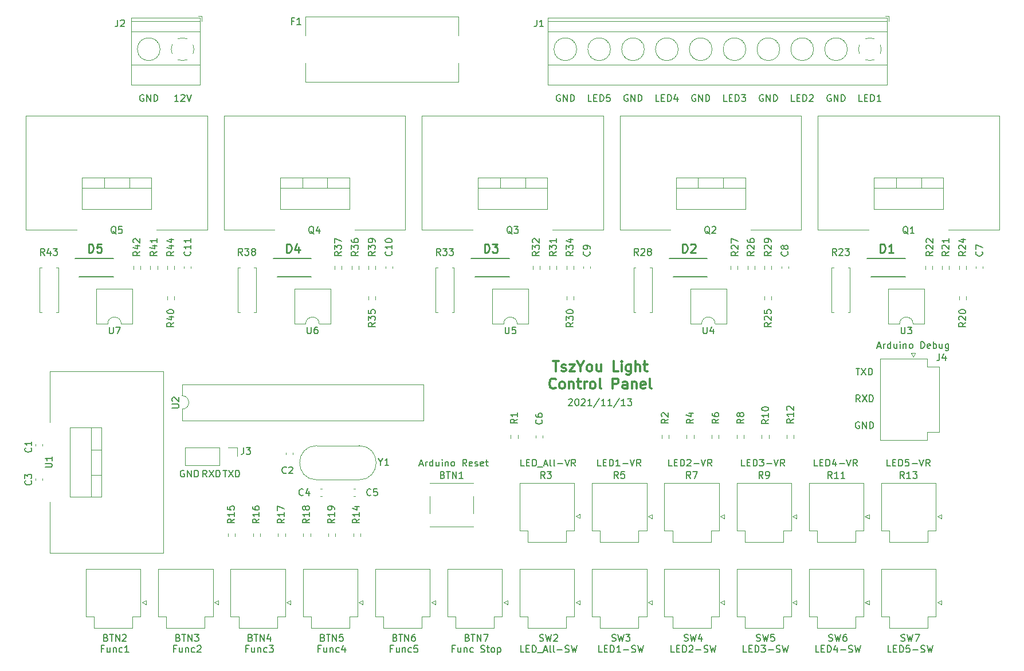
<source format=gbr>
%TF.GenerationSoftware,KiCad,Pcbnew,(5.1.12)-1*%
%TF.CreationDate,2021-11-13T03:11:12+08:00*%
%TF.ProjectId,main,6d61696e-2e6b-4696-9361-645f70636258,rev?*%
%TF.SameCoordinates,Original*%
%TF.FileFunction,Legend,Top*%
%TF.FilePolarity,Positive*%
%FSLAX46Y46*%
G04 Gerber Fmt 4.6, Leading zero omitted, Abs format (unit mm)*
G04 Created by KiCad (PCBNEW (5.1.12)-1) date 2021-11-13 03:11:12*
%MOMM*%
%LPD*%
G01*
G04 APERTURE LIST*
%ADD10C,0.150000*%
%ADD11C,0.300000*%
%ADD12C,0.120000*%
%ADD13C,0.200000*%
%ADD14C,0.254000*%
G04 APERTURE END LIST*
D10*
X178683095Y-103166666D02*
X179159285Y-103166666D01*
X178587857Y-103452380D02*
X178921190Y-102452380D01*
X179254523Y-103452380D01*
X179587857Y-103452380D02*
X179587857Y-102785714D01*
X179587857Y-102976190D02*
X179635476Y-102880952D01*
X179683095Y-102833333D01*
X179778333Y-102785714D01*
X179873571Y-102785714D01*
X180635476Y-103452380D02*
X180635476Y-102452380D01*
X180635476Y-103404761D02*
X180540238Y-103452380D01*
X180349761Y-103452380D01*
X180254523Y-103404761D01*
X180206904Y-103357142D01*
X180159285Y-103261904D01*
X180159285Y-102976190D01*
X180206904Y-102880952D01*
X180254523Y-102833333D01*
X180349761Y-102785714D01*
X180540238Y-102785714D01*
X180635476Y-102833333D01*
X181540238Y-102785714D02*
X181540238Y-103452380D01*
X181111666Y-102785714D02*
X181111666Y-103309523D01*
X181159285Y-103404761D01*
X181254523Y-103452380D01*
X181397380Y-103452380D01*
X181492619Y-103404761D01*
X181540238Y-103357142D01*
X182016428Y-103452380D02*
X182016428Y-102785714D01*
X182016428Y-102452380D02*
X181968809Y-102500000D01*
X182016428Y-102547619D01*
X182064047Y-102500000D01*
X182016428Y-102452380D01*
X182016428Y-102547619D01*
X182492619Y-102785714D02*
X182492619Y-103452380D01*
X182492619Y-102880952D02*
X182540238Y-102833333D01*
X182635476Y-102785714D01*
X182778333Y-102785714D01*
X182873571Y-102833333D01*
X182921190Y-102928571D01*
X182921190Y-103452380D01*
X183540238Y-103452380D02*
X183445000Y-103404761D01*
X183397380Y-103357142D01*
X183349761Y-103261904D01*
X183349761Y-102976190D01*
X183397380Y-102880952D01*
X183445000Y-102833333D01*
X183540238Y-102785714D01*
X183683095Y-102785714D01*
X183778333Y-102833333D01*
X183825952Y-102880952D01*
X183873571Y-102976190D01*
X183873571Y-103261904D01*
X183825952Y-103357142D01*
X183778333Y-103404761D01*
X183683095Y-103452380D01*
X183540238Y-103452380D01*
X185064047Y-103452380D02*
X185064047Y-102452380D01*
X185302142Y-102452380D01*
X185445000Y-102500000D01*
X185540238Y-102595238D01*
X185587857Y-102690476D01*
X185635476Y-102880952D01*
X185635476Y-103023809D01*
X185587857Y-103214285D01*
X185540238Y-103309523D01*
X185445000Y-103404761D01*
X185302142Y-103452380D01*
X185064047Y-103452380D01*
X186445000Y-103404761D02*
X186349761Y-103452380D01*
X186159285Y-103452380D01*
X186064047Y-103404761D01*
X186016428Y-103309523D01*
X186016428Y-102928571D01*
X186064047Y-102833333D01*
X186159285Y-102785714D01*
X186349761Y-102785714D01*
X186445000Y-102833333D01*
X186492619Y-102928571D01*
X186492619Y-103023809D01*
X186016428Y-103119047D01*
X186921190Y-103452380D02*
X186921190Y-102452380D01*
X186921190Y-102833333D02*
X187016428Y-102785714D01*
X187206904Y-102785714D01*
X187302142Y-102833333D01*
X187349761Y-102880952D01*
X187397380Y-102976190D01*
X187397380Y-103261904D01*
X187349761Y-103357142D01*
X187302142Y-103404761D01*
X187206904Y-103452380D01*
X187016428Y-103452380D01*
X186921190Y-103404761D01*
X188254523Y-102785714D02*
X188254523Y-103452380D01*
X187825952Y-102785714D02*
X187825952Y-103309523D01*
X187873571Y-103404761D01*
X187968809Y-103452380D01*
X188111666Y-103452380D01*
X188206904Y-103404761D01*
X188254523Y-103357142D01*
X189159285Y-102785714D02*
X189159285Y-103595238D01*
X189111666Y-103690476D01*
X189064047Y-103738095D01*
X188968809Y-103785714D01*
X188825952Y-103785714D01*
X188730714Y-103738095D01*
X189159285Y-103404761D02*
X189064047Y-103452380D01*
X188873571Y-103452380D01*
X188778333Y-103404761D01*
X188730714Y-103357142D01*
X188683095Y-103261904D01*
X188683095Y-102976190D01*
X188730714Y-102880952D01*
X188778333Y-102833333D01*
X188873571Y-102785714D01*
X189064047Y-102785714D01*
X189159285Y-102833333D01*
X176083333Y-111344880D02*
X175750000Y-110868690D01*
X175511904Y-111344880D02*
X175511904Y-110344880D01*
X175892857Y-110344880D01*
X175988095Y-110392500D01*
X176035714Y-110440119D01*
X176083333Y-110535357D01*
X176083333Y-110678214D01*
X176035714Y-110773452D01*
X175988095Y-110821071D01*
X175892857Y-110868690D01*
X175511904Y-110868690D01*
X176416666Y-110344880D02*
X177083333Y-111344880D01*
X177083333Y-110344880D02*
X176416666Y-111344880D01*
X177464285Y-111344880D02*
X177464285Y-110344880D01*
X177702380Y-110344880D01*
X177845238Y-110392500D01*
X177940476Y-110487738D01*
X177988095Y-110582976D01*
X178035714Y-110773452D01*
X178035714Y-110916309D01*
X177988095Y-111106785D01*
X177940476Y-111202023D01*
X177845238Y-111297261D01*
X177702380Y-111344880D01*
X177464285Y-111344880D01*
X175488095Y-106384880D02*
X176059523Y-106384880D01*
X175773809Y-107384880D02*
X175773809Y-106384880D01*
X176297619Y-106384880D02*
X176964285Y-107384880D01*
X176964285Y-106384880D02*
X176297619Y-107384880D01*
X177345238Y-107384880D02*
X177345238Y-106384880D01*
X177583333Y-106384880D01*
X177726190Y-106432500D01*
X177821428Y-106527738D01*
X177869047Y-106622976D01*
X177916666Y-106813452D01*
X177916666Y-106956309D01*
X177869047Y-107146785D01*
X177821428Y-107242023D01*
X177726190Y-107337261D01*
X177583333Y-107384880D01*
X177345238Y-107384880D01*
X175988095Y-114352500D02*
X175892857Y-114304880D01*
X175750000Y-114304880D01*
X175607142Y-114352500D01*
X175511904Y-114447738D01*
X175464285Y-114542976D01*
X175416666Y-114733452D01*
X175416666Y-114876309D01*
X175464285Y-115066785D01*
X175511904Y-115162023D01*
X175607142Y-115257261D01*
X175750000Y-115304880D01*
X175845238Y-115304880D01*
X175988095Y-115257261D01*
X176035714Y-115209642D01*
X176035714Y-114876309D01*
X175845238Y-114876309D01*
X176464285Y-115304880D02*
X176464285Y-114304880D01*
X177035714Y-115304880D01*
X177035714Y-114304880D01*
X177511904Y-115304880D02*
X177511904Y-114304880D01*
X177750000Y-114304880D01*
X177892857Y-114352500D01*
X177988095Y-114447738D01*
X178035714Y-114542976D01*
X178083333Y-114733452D01*
X178083333Y-114876309D01*
X178035714Y-115066785D01*
X177988095Y-115162023D01*
X177892857Y-115257261D01*
X177750000Y-115304880D01*
X177511904Y-115304880D01*
X79583333Y-122452380D02*
X79250000Y-121976190D01*
X79011904Y-122452380D02*
X79011904Y-121452380D01*
X79392857Y-121452380D01*
X79488095Y-121500000D01*
X79535714Y-121547619D01*
X79583333Y-121642857D01*
X79583333Y-121785714D01*
X79535714Y-121880952D01*
X79488095Y-121928571D01*
X79392857Y-121976190D01*
X79011904Y-121976190D01*
X79916666Y-121452380D02*
X80583333Y-122452380D01*
X80583333Y-121452380D02*
X79916666Y-122452380D01*
X80964285Y-122452380D02*
X80964285Y-121452380D01*
X81202380Y-121452380D01*
X81345238Y-121500000D01*
X81440476Y-121595238D01*
X81488095Y-121690476D01*
X81535714Y-121880952D01*
X81535714Y-122023809D01*
X81488095Y-122214285D01*
X81440476Y-122309523D01*
X81345238Y-122404761D01*
X81202380Y-122452380D01*
X80964285Y-122452380D01*
X81988095Y-121452380D02*
X82559523Y-121452380D01*
X82273809Y-122452380D02*
X82273809Y-121452380D01*
X82797619Y-121452380D02*
X83464285Y-122452380D01*
X83464285Y-121452380D02*
X82797619Y-122452380D01*
X83845238Y-122452380D02*
X83845238Y-121452380D01*
X84083333Y-121452380D01*
X84226190Y-121500000D01*
X84321428Y-121595238D01*
X84369047Y-121690476D01*
X84416666Y-121880952D01*
X84416666Y-122023809D01*
X84369047Y-122214285D01*
X84321428Y-122309523D01*
X84226190Y-122404761D01*
X84083333Y-122452380D01*
X83845238Y-122452380D01*
X76238095Y-121500000D02*
X76142857Y-121452380D01*
X76000000Y-121452380D01*
X75857142Y-121500000D01*
X75761904Y-121595238D01*
X75714285Y-121690476D01*
X75666666Y-121880952D01*
X75666666Y-122023809D01*
X75714285Y-122214285D01*
X75761904Y-122309523D01*
X75857142Y-122404761D01*
X76000000Y-122452380D01*
X76095238Y-122452380D01*
X76238095Y-122404761D01*
X76285714Y-122357142D01*
X76285714Y-122023809D01*
X76095238Y-122023809D01*
X76714285Y-122452380D02*
X76714285Y-121452380D01*
X77285714Y-122452380D01*
X77285714Y-121452380D01*
X77761904Y-122452380D02*
X77761904Y-121452380D01*
X78000000Y-121452380D01*
X78142857Y-121500000D01*
X78238095Y-121595238D01*
X78285714Y-121690476D01*
X78333333Y-121880952D01*
X78333333Y-122023809D01*
X78285714Y-122214285D01*
X78238095Y-122309523D01*
X78142857Y-122404761D01*
X78000000Y-122452380D01*
X77761904Y-122452380D01*
X126476190Y-120852380D02*
X126000000Y-120852380D01*
X126000000Y-119852380D01*
X126809523Y-120328571D02*
X127142857Y-120328571D01*
X127285714Y-120852380D02*
X126809523Y-120852380D01*
X126809523Y-119852380D01*
X127285714Y-119852380D01*
X127714285Y-120852380D02*
X127714285Y-119852380D01*
X127952380Y-119852380D01*
X128095238Y-119900000D01*
X128190476Y-119995238D01*
X128238095Y-120090476D01*
X128285714Y-120280952D01*
X128285714Y-120423809D01*
X128238095Y-120614285D01*
X128190476Y-120709523D01*
X128095238Y-120804761D01*
X127952380Y-120852380D01*
X127714285Y-120852380D01*
X128476190Y-120947619D02*
X129238095Y-120947619D01*
X129428571Y-120566666D02*
X129904761Y-120566666D01*
X129333333Y-120852380D02*
X129666666Y-119852380D01*
X130000000Y-120852380D01*
X130476190Y-120852380D02*
X130380952Y-120804761D01*
X130333333Y-120709523D01*
X130333333Y-119852380D01*
X131000000Y-120852380D02*
X130904761Y-120804761D01*
X130857142Y-120709523D01*
X130857142Y-119852380D01*
X131380952Y-120471428D02*
X132142857Y-120471428D01*
X132476190Y-119852380D02*
X132809523Y-120852380D01*
X133142857Y-119852380D01*
X134047619Y-120852380D02*
X133714285Y-120376190D01*
X133476190Y-120852380D02*
X133476190Y-119852380D01*
X133857142Y-119852380D01*
X133952380Y-119900000D01*
X134000000Y-119947619D01*
X134047619Y-120042857D01*
X134047619Y-120185714D01*
X134000000Y-120280952D01*
X133952380Y-120328571D01*
X133857142Y-120376190D01*
X133476190Y-120376190D01*
X171788095Y-66000000D02*
X171692857Y-65952380D01*
X171550000Y-65952380D01*
X171407142Y-66000000D01*
X171311904Y-66095238D01*
X171264285Y-66190476D01*
X171216666Y-66380952D01*
X171216666Y-66523809D01*
X171264285Y-66714285D01*
X171311904Y-66809523D01*
X171407142Y-66904761D01*
X171550000Y-66952380D01*
X171645238Y-66952380D01*
X171788095Y-66904761D01*
X171835714Y-66857142D01*
X171835714Y-66523809D01*
X171645238Y-66523809D01*
X172264285Y-66952380D02*
X172264285Y-65952380D01*
X172835714Y-66952380D01*
X172835714Y-65952380D01*
X173311904Y-66952380D02*
X173311904Y-65952380D01*
X173550000Y-65952380D01*
X173692857Y-66000000D01*
X173788095Y-66095238D01*
X173835714Y-66190476D01*
X173883333Y-66380952D01*
X173883333Y-66523809D01*
X173835714Y-66714285D01*
X173788095Y-66809523D01*
X173692857Y-66904761D01*
X173550000Y-66952380D01*
X173311904Y-66952380D01*
X176430952Y-66952380D02*
X175954761Y-66952380D01*
X175954761Y-65952380D01*
X176764285Y-66428571D02*
X177097619Y-66428571D01*
X177240476Y-66952380D02*
X176764285Y-66952380D01*
X176764285Y-65952380D01*
X177240476Y-65952380D01*
X177669047Y-66952380D02*
X177669047Y-65952380D01*
X177907142Y-65952380D01*
X178050000Y-66000000D01*
X178145238Y-66095238D01*
X178192857Y-66190476D01*
X178240476Y-66380952D01*
X178240476Y-66523809D01*
X178192857Y-66714285D01*
X178145238Y-66809523D01*
X178050000Y-66904761D01*
X177907142Y-66952380D01*
X177669047Y-66952380D01*
X179192857Y-66952380D02*
X178621428Y-66952380D01*
X178907142Y-66952380D02*
X178907142Y-65952380D01*
X178811904Y-66095238D01*
X178716666Y-66190476D01*
X178621428Y-66238095D01*
X161788095Y-66000000D02*
X161692857Y-65952380D01*
X161550000Y-65952380D01*
X161407142Y-66000000D01*
X161311904Y-66095238D01*
X161264285Y-66190476D01*
X161216666Y-66380952D01*
X161216666Y-66523809D01*
X161264285Y-66714285D01*
X161311904Y-66809523D01*
X161407142Y-66904761D01*
X161550000Y-66952380D01*
X161645238Y-66952380D01*
X161788095Y-66904761D01*
X161835714Y-66857142D01*
X161835714Y-66523809D01*
X161645238Y-66523809D01*
X162264285Y-66952380D02*
X162264285Y-65952380D01*
X162835714Y-66952380D01*
X162835714Y-65952380D01*
X163311904Y-66952380D02*
X163311904Y-65952380D01*
X163550000Y-65952380D01*
X163692857Y-66000000D01*
X163788095Y-66095238D01*
X163835714Y-66190476D01*
X163883333Y-66380952D01*
X163883333Y-66523809D01*
X163835714Y-66714285D01*
X163788095Y-66809523D01*
X163692857Y-66904761D01*
X163550000Y-66952380D01*
X163311904Y-66952380D01*
X166430952Y-66952380D02*
X165954761Y-66952380D01*
X165954761Y-65952380D01*
X166764285Y-66428571D02*
X167097619Y-66428571D01*
X167240476Y-66952380D02*
X166764285Y-66952380D01*
X166764285Y-65952380D01*
X167240476Y-65952380D01*
X167669047Y-66952380D02*
X167669047Y-65952380D01*
X167907142Y-65952380D01*
X168050000Y-66000000D01*
X168145238Y-66095238D01*
X168192857Y-66190476D01*
X168240476Y-66380952D01*
X168240476Y-66523809D01*
X168192857Y-66714285D01*
X168145238Y-66809523D01*
X168050000Y-66904761D01*
X167907142Y-66952380D01*
X167669047Y-66952380D01*
X168621428Y-66047619D02*
X168669047Y-66000000D01*
X168764285Y-65952380D01*
X169002380Y-65952380D01*
X169097619Y-66000000D01*
X169145238Y-66047619D01*
X169192857Y-66142857D01*
X169192857Y-66238095D01*
X169145238Y-66380952D01*
X168573809Y-66952380D01*
X169192857Y-66952380D01*
X151788095Y-66000000D02*
X151692857Y-65952380D01*
X151550000Y-65952380D01*
X151407142Y-66000000D01*
X151311904Y-66095238D01*
X151264285Y-66190476D01*
X151216666Y-66380952D01*
X151216666Y-66523809D01*
X151264285Y-66714285D01*
X151311904Y-66809523D01*
X151407142Y-66904761D01*
X151550000Y-66952380D01*
X151645238Y-66952380D01*
X151788095Y-66904761D01*
X151835714Y-66857142D01*
X151835714Y-66523809D01*
X151645238Y-66523809D01*
X152264285Y-66952380D02*
X152264285Y-65952380D01*
X152835714Y-66952380D01*
X152835714Y-65952380D01*
X153311904Y-66952380D02*
X153311904Y-65952380D01*
X153550000Y-65952380D01*
X153692857Y-66000000D01*
X153788095Y-66095238D01*
X153835714Y-66190476D01*
X153883333Y-66380952D01*
X153883333Y-66523809D01*
X153835714Y-66714285D01*
X153788095Y-66809523D01*
X153692857Y-66904761D01*
X153550000Y-66952380D01*
X153311904Y-66952380D01*
X156430952Y-66952380D02*
X155954761Y-66952380D01*
X155954761Y-65952380D01*
X156764285Y-66428571D02*
X157097619Y-66428571D01*
X157240476Y-66952380D02*
X156764285Y-66952380D01*
X156764285Y-65952380D01*
X157240476Y-65952380D01*
X157669047Y-66952380D02*
X157669047Y-65952380D01*
X157907142Y-65952380D01*
X158050000Y-66000000D01*
X158145238Y-66095238D01*
X158192857Y-66190476D01*
X158240476Y-66380952D01*
X158240476Y-66523809D01*
X158192857Y-66714285D01*
X158145238Y-66809523D01*
X158050000Y-66904761D01*
X157907142Y-66952380D01*
X157669047Y-66952380D01*
X158573809Y-65952380D02*
X159192857Y-65952380D01*
X158859523Y-66333333D01*
X159002380Y-66333333D01*
X159097619Y-66380952D01*
X159145238Y-66428571D01*
X159192857Y-66523809D01*
X159192857Y-66761904D01*
X159145238Y-66857142D01*
X159097619Y-66904761D01*
X159002380Y-66952380D01*
X158716666Y-66952380D01*
X158621428Y-66904761D01*
X158573809Y-66857142D01*
X141788095Y-66000000D02*
X141692857Y-65952380D01*
X141550000Y-65952380D01*
X141407142Y-66000000D01*
X141311904Y-66095238D01*
X141264285Y-66190476D01*
X141216666Y-66380952D01*
X141216666Y-66523809D01*
X141264285Y-66714285D01*
X141311904Y-66809523D01*
X141407142Y-66904761D01*
X141550000Y-66952380D01*
X141645238Y-66952380D01*
X141788095Y-66904761D01*
X141835714Y-66857142D01*
X141835714Y-66523809D01*
X141645238Y-66523809D01*
X142264285Y-66952380D02*
X142264285Y-65952380D01*
X142835714Y-66952380D01*
X142835714Y-65952380D01*
X143311904Y-66952380D02*
X143311904Y-65952380D01*
X143550000Y-65952380D01*
X143692857Y-66000000D01*
X143788095Y-66095238D01*
X143835714Y-66190476D01*
X143883333Y-66380952D01*
X143883333Y-66523809D01*
X143835714Y-66714285D01*
X143788095Y-66809523D01*
X143692857Y-66904761D01*
X143550000Y-66952380D01*
X143311904Y-66952380D01*
X146430952Y-66952380D02*
X145954761Y-66952380D01*
X145954761Y-65952380D01*
X146764285Y-66428571D02*
X147097619Y-66428571D01*
X147240476Y-66952380D02*
X146764285Y-66952380D01*
X146764285Y-65952380D01*
X147240476Y-65952380D01*
X147669047Y-66952380D02*
X147669047Y-65952380D01*
X147907142Y-65952380D01*
X148050000Y-66000000D01*
X148145238Y-66095238D01*
X148192857Y-66190476D01*
X148240476Y-66380952D01*
X148240476Y-66523809D01*
X148192857Y-66714285D01*
X148145238Y-66809523D01*
X148050000Y-66904761D01*
X147907142Y-66952380D01*
X147669047Y-66952380D01*
X149097619Y-66285714D02*
X149097619Y-66952380D01*
X148859523Y-65904761D02*
X148621428Y-66619047D01*
X149240476Y-66619047D01*
X136430952Y-66952380D02*
X135954761Y-66952380D01*
X135954761Y-65952380D01*
X136764285Y-66428571D02*
X137097619Y-66428571D01*
X137240476Y-66952380D02*
X136764285Y-66952380D01*
X136764285Y-65952380D01*
X137240476Y-65952380D01*
X137669047Y-66952380D02*
X137669047Y-65952380D01*
X137907142Y-65952380D01*
X138050000Y-66000000D01*
X138145238Y-66095238D01*
X138192857Y-66190476D01*
X138240476Y-66380952D01*
X138240476Y-66523809D01*
X138192857Y-66714285D01*
X138145238Y-66809523D01*
X138050000Y-66904761D01*
X137907142Y-66952380D01*
X137669047Y-66952380D01*
X139145238Y-65952380D02*
X138669047Y-65952380D01*
X138621428Y-66428571D01*
X138669047Y-66380952D01*
X138764285Y-66333333D01*
X139002380Y-66333333D01*
X139097619Y-66380952D01*
X139145238Y-66428571D01*
X139192857Y-66523809D01*
X139192857Y-66761904D01*
X139145238Y-66857142D01*
X139097619Y-66904761D01*
X139002380Y-66952380D01*
X138764285Y-66952380D01*
X138669047Y-66904761D01*
X138621428Y-66857142D01*
X131788095Y-66000000D02*
X131692857Y-65952380D01*
X131550000Y-65952380D01*
X131407142Y-66000000D01*
X131311904Y-66095238D01*
X131264285Y-66190476D01*
X131216666Y-66380952D01*
X131216666Y-66523809D01*
X131264285Y-66714285D01*
X131311904Y-66809523D01*
X131407142Y-66904761D01*
X131550000Y-66952380D01*
X131645238Y-66952380D01*
X131788095Y-66904761D01*
X131835714Y-66857142D01*
X131835714Y-66523809D01*
X131645238Y-66523809D01*
X132264285Y-66952380D02*
X132264285Y-65952380D01*
X132835714Y-66952380D01*
X132835714Y-65952380D01*
X133311904Y-66952380D02*
X133311904Y-65952380D01*
X133550000Y-65952380D01*
X133692857Y-66000000D01*
X133788095Y-66095238D01*
X133835714Y-66190476D01*
X133883333Y-66380952D01*
X133883333Y-66523809D01*
X133835714Y-66714285D01*
X133788095Y-66809523D01*
X133692857Y-66904761D01*
X133550000Y-66952380D01*
X133311904Y-66952380D01*
X70238095Y-66000000D02*
X70142857Y-65952380D01*
X70000000Y-65952380D01*
X69857142Y-66000000D01*
X69761904Y-66095238D01*
X69714285Y-66190476D01*
X69666666Y-66380952D01*
X69666666Y-66523809D01*
X69714285Y-66714285D01*
X69761904Y-66809523D01*
X69857142Y-66904761D01*
X70000000Y-66952380D01*
X70095238Y-66952380D01*
X70238095Y-66904761D01*
X70285714Y-66857142D01*
X70285714Y-66523809D01*
X70095238Y-66523809D01*
X70714285Y-66952380D02*
X70714285Y-65952380D01*
X71285714Y-66952380D01*
X71285714Y-65952380D01*
X71761904Y-66952380D02*
X71761904Y-65952380D01*
X72000000Y-65952380D01*
X72142857Y-66000000D01*
X72238095Y-66095238D01*
X72285714Y-66190476D01*
X72333333Y-66380952D01*
X72333333Y-66523809D01*
X72285714Y-66714285D01*
X72238095Y-66809523D01*
X72142857Y-66904761D01*
X72000000Y-66952380D01*
X71761904Y-66952380D01*
X75380952Y-66952380D02*
X74809523Y-66952380D01*
X75095238Y-66952380D02*
X75095238Y-65952380D01*
X75000000Y-66095238D01*
X74904761Y-66190476D01*
X74809523Y-66238095D01*
X75761904Y-66047619D02*
X75809523Y-66000000D01*
X75904761Y-65952380D01*
X76142857Y-65952380D01*
X76238095Y-66000000D01*
X76285714Y-66047619D01*
X76333333Y-66142857D01*
X76333333Y-66238095D01*
X76285714Y-66380952D01*
X75714285Y-66952380D01*
X76333333Y-66952380D01*
X76619047Y-65952380D02*
X76952380Y-66952380D01*
X77285714Y-65952380D01*
X180706785Y-148352380D02*
X180230595Y-148352380D01*
X180230595Y-147352380D01*
X181040119Y-147828571D02*
X181373452Y-147828571D01*
X181516309Y-148352380D02*
X181040119Y-148352380D01*
X181040119Y-147352380D01*
X181516309Y-147352380D01*
X181944880Y-148352380D02*
X181944880Y-147352380D01*
X182182976Y-147352380D01*
X182325833Y-147400000D01*
X182421071Y-147495238D01*
X182468690Y-147590476D01*
X182516309Y-147780952D01*
X182516309Y-147923809D01*
X182468690Y-148114285D01*
X182421071Y-148209523D01*
X182325833Y-148304761D01*
X182182976Y-148352380D01*
X181944880Y-148352380D01*
X183421071Y-147352380D02*
X182944880Y-147352380D01*
X182897261Y-147828571D01*
X182944880Y-147780952D01*
X183040119Y-147733333D01*
X183278214Y-147733333D01*
X183373452Y-147780952D01*
X183421071Y-147828571D01*
X183468690Y-147923809D01*
X183468690Y-148161904D01*
X183421071Y-148257142D01*
X183373452Y-148304761D01*
X183278214Y-148352380D01*
X183040119Y-148352380D01*
X182944880Y-148304761D01*
X182897261Y-148257142D01*
X183897261Y-147971428D02*
X184659166Y-147971428D01*
X185087738Y-148304761D02*
X185230595Y-148352380D01*
X185468690Y-148352380D01*
X185563928Y-148304761D01*
X185611547Y-148257142D01*
X185659166Y-148161904D01*
X185659166Y-148066666D01*
X185611547Y-147971428D01*
X185563928Y-147923809D01*
X185468690Y-147876190D01*
X185278214Y-147828571D01*
X185182976Y-147780952D01*
X185135357Y-147733333D01*
X185087738Y-147638095D01*
X185087738Y-147542857D01*
X185135357Y-147447619D01*
X185182976Y-147400000D01*
X185278214Y-147352380D01*
X185516309Y-147352380D01*
X185659166Y-147400000D01*
X185992500Y-147352380D02*
X186230595Y-148352380D01*
X186421071Y-147638095D01*
X186611547Y-148352380D01*
X186849642Y-147352380D01*
X170024965Y-148352380D02*
X169548775Y-148352380D01*
X169548775Y-147352380D01*
X170358299Y-147828571D02*
X170691632Y-147828571D01*
X170834489Y-148352380D02*
X170358299Y-148352380D01*
X170358299Y-147352380D01*
X170834489Y-147352380D01*
X171263060Y-148352380D02*
X171263060Y-147352380D01*
X171501156Y-147352380D01*
X171644013Y-147400000D01*
X171739251Y-147495238D01*
X171786870Y-147590476D01*
X171834489Y-147780952D01*
X171834489Y-147923809D01*
X171786870Y-148114285D01*
X171739251Y-148209523D01*
X171644013Y-148304761D01*
X171501156Y-148352380D01*
X171263060Y-148352380D01*
X172691632Y-147685714D02*
X172691632Y-148352380D01*
X172453537Y-147304761D02*
X172215441Y-148019047D01*
X172834489Y-148019047D01*
X173215441Y-147971428D02*
X173977346Y-147971428D01*
X174405918Y-148304761D02*
X174548775Y-148352380D01*
X174786870Y-148352380D01*
X174882108Y-148304761D01*
X174929727Y-148257142D01*
X174977346Y-148161904D01*
X174977346Y-148066666D01*
X174929727Y-147971428D01*
X174882108Y-147923809D01*
X174786870Y-147876190D01*
X174596394Y-147828571D01*
X174501156Y-147780952D01*
X174453537Y-147733333D01*
X174405918Y-147638095D01*
X174405918Y-147542857D01*
X174453537Y-147447619D01*
X174501156Y-147400000D01*
X174596394Y-147352380D01*
X174834489Y-147352380D01*
X174977346Y-147400000D01*
X175310680Y-147352380D02*
X175548775Y-148352380D01*
X175739251Y-147638095D01*
X175929727Y-148352380D01*
X176167822Y-147352380D01*
X159343147Y-148352380D02*
X158866957Y-148352380D01*
X158866957Y-147352380D01*
X159676481Y-147828571D02*
X160009814Y-147828571D01*
X160152671Y-148352380D02*
X159676481Y-148352380D01*
X159676481Y-147352380D01*
X160152671Y-147352380D01*
X160581242Y-148352380D02*
X160581242Y-147352380D01*
X160819338Y-147352380D01*
X160962195Y-147400000D01*
X161057433Y-147495238D01*
X161105052Y-147590476D01*
X161152671Y-147780952D01*
X161152671Y-147923809D01*
X161105052Y-148114285D01*
X161057433Y-148209523D01*
X160962195Y-148304761D01*
X160819338Y-148352380D01*
X160581242Y-148352380D01*
X161486004Y-147352380D02*
X162105052Y-147352380D01*
X161771719Y-147733333D01*
X161914576Y-147733333D01*
X162009814Y-147780952D01*
X162057433Y-147828571D01*
X162105052Y-147923809D01*
X162105052Y-148161904D01*
X162057433Y-148257142D01*
X162009814Y-148304761D01*
X161914576Y-148352380D01*
X161628862Y-148352380D01*
X161533623Y-148304761D01*
X161486004Y-148257142D01*
X162533623Y-147971428D02*
X163295528Y-147971428D01*
X163724100Y-148304761D02*
X163866957Y-148352380D01*
X164105052Y-148352380D01*
X164200290Y-148304761D01*
X164247909Y-148257142D01*
X164295528Y-148161904D01*
X164295528Y-148066666D01*
X164247909Y-147971428D01*
X164200290Y-147923809D01*
X164105052Y-147876190D01*
X163914576Y-147828571D01*
X163819338Y-147780952D01*
X163771719Y-147733333D01*
X163724100Y-147638095D01*
X163724100Y-147542857D01*
X163771719Y-147447619D01*
X163819338Y-147400000D01*
X163914576Y-147352380D01*
X164152671Y-147352380D01*
X164295528Y-147400000D01*
X164628862Y-147352380D02*
X164866957Y-148352380D01*
X165057433Y-147638095D01*
X165247909Y-148352380D01*
X165486004Y-147352380D01*
X148661329Y-148352380D02*
X148185139Y-148352380D01*
X148185139Y-147352380D01*
X148994663Y-147828571D02*
X149327996Y-147828571D01*
X149470853Y-148352380D02*
X148994663Y-148352380D01*
X148994663Y-147352380D01*
X149470853Y-147352380D01*
X149899424Y-148352380D02*
X149899424Y-147352380D01*
X150137520Y-147352380D01*
X150280377Y-147400000D01*
X150375615Y-147495238D01*
X150423234Y-147590476D01*
X150470853Y-147780952D01*
X150470853Y-147923809D01*
X150423234Y-148114285D01*
X150375615Y-148209523D01*
X150280377Y-148304761D01*
X150137520Y-148352380D01*
X149899424Y-148352380D01*
X150851805Y-147447619D02*
X150899424Y-147400000D01*
X150994663Y-147352380D01*
X151232758Y-147352380D01*
X151327996Y-147400000D01*
X151375615Y-147447619D01*
X151423234Y-147542857D01*
X151423234Y-147638095D01*
X151375615Y-147780952D01*
X150804186Y-148352380D01*
X151423234Y-148352380D01*
X151851805Y-147971428D02*
X152613710Y-147971428D01*
X153042282Y-148304761D02*
X153185139Y-148352380D01*
X153423234Y-148352380D01*
X153518472Y-148304761D01*
X153566091Y-148257142D01*
X153613710Y-148161904D01*
X153613710Y-148066666D01*
X153566091Y-147971428D01*
X153518472Y-147923809D01*
X153423234Y-147876190D01*
X153232758Y-147828571D01*
X153137520Y-147780952D01*
X153089901Y-147733333D01*
X153042282Y-147638095D01*
X153042282Y-147542857D01*
X153089901Y-147447619D01*
X153137520Y-147400000D01*
X153232758Y-147352380D01*
X153470853Y-147352380D01*
X153613710Y-147400000D01*
X153947044Y-147352380D02*
X154185139Y-148352380D01*
X154375615Y-147638095D01*
X154566091Y-148352380D01*
X154804186Y-147352380D01*
X180583333Y-120852380D02*
X180107142Y-120852380D01*
X180107142Y-119852380D01*
X180916666Y-120328571D02*
X181250000Y-120328571D01*
X181392857Y-120852380D02*
X180916666Y-120852380D01*
X180916666Y-119852380D01*
X181392857Y-119852380D01*
X181821428Y-120852380D02*
X181821428Y-119852380D01*
X182059523Y-119852380D01*
X182202380Y-119900000D01*
X182297619Y-119995238D01*
X182345238Y-120090476D01*
X182392857Y-120280952D01*
X182392857Y-120423809D01*
X182345238Y-120614285D01*
X182297619Y-120709523D01*
X182202380Y-120804761D01*
X182059523Y-120852380D01*
X181821428Y-120852380D01*
X183297619Y-119852380D02*
X182821428Y-119852380D01*
X182773809Y-120328571D01*
X182821428Y-120280952D01*
X182916666Y-120233333D01*
X183154761Y-120233333D01*
X183250000Y-120280952D01*
X183297619Y-120328571D01*
X183345238Y-120423809D01*
X183345238Y-120661904D01*
X183297619Y-120757142D01*
X183250000Y-120804761D01*
X183154761Y-120852380D01*
X182916666Y-120852380D01*
X182821428Y-120804761D01*
X182773809Y-120757142D01*
X183773809Y-120471428D02*
X184535714Y-120471428D01*
X184869047Y-119852380D02*
X185202380Y-120852380D01*
X185535714Y-119852380D01*
X186440476Y-120852380D02*
X186107142Y-120376190D01*
X185869047Y-120852380D02*
X185869047Y-119852380D01*
X186250000Y-119852380D01*
X186345238Y-119900000D01*
X186392857Y-119947619D01*
X186440476Y-120042857D01*
X186440476Y-120185714D01*
X186392857Y-120280952D01*
X186345238Y-120328571D01*
X186250000Y-120376190D01*
X185869047Y-120376190D01*
X169833333Y-120852380D02*
X169357142Y-120852380D01*
X169357142Y-119852380D01*
X170166666Y-120328571D02*
X170500000Y-120328571D01*
X170642857Y-120852380D02*
X170166666Y-120852380D01*
X170166666Y-119852380D01*
X170642857Y-119852380D01*
X171071428Y-120852380D02*
X171071428Y-119852380D01*
X171309523Y-119852380D01*
X171452380Y-119900000D01*
X171547619Y-119995238D01*
X171595238Y-120090476D01*
X171642857Y-120280952D01*
X171642857Y-120423809D01*
X171595238Y-120614285D01*
X171547619Y-120709523D01*
X171452380Y-120804761D01*
X171309523Y-120852380D01*
X171071428Y-120852380D01*
X172500000Y-120185714D02*
X172500000Y-120852380D01*
X172261904Y-119804761D02*
X172023809Y-120519047D01*
X172642857Y-120519047D01*
X173023809Y-120471428D02*
X173785714Y-120471428D01*
X174119047Y-119852380D02*
X174452380Y-120852380D01*
X174785714Y-119852380D01*
X175690476Y-120852380D02*
X175357142Y-120376190D01*
X175119047Y-120852380D02*
X175119047Y-119852380D01*
X175500000Y-119852380D01*
X175595238Y-119900000D01*
X175642857Y-119947619D01*
X175690476Y-120042857D01*
X175690476Y-120185714D01*
X175642857Y-120280952D01*
X175595238Y-120328571D01*
X175500000Y-120376190D01*
X175119047Y-120376190D01*
X159083333Y-120852380D02*
X158607142Y-120852380D01*
X158607142Y-119852380D01*
X159416666Y-120328571D02*
X159750000Y-120328571D01*
X159892857Y-120852380D02*
X159416666Y-120852380D01*
X159416666Y-119852380D01*
X159892857Y-119852380D01*
X160321428Y-120852380D02*
X160321428Y-119852380D01*
X160559523Y-119852380D01*
X160702380Y-119900000D01*
X160797619Y-119995238D01*
X160845238Y-120090476D01*
X160892857Y-120280952D01*
X160892857Y-120423809D01*
X160845238Y-120614285D01*
X160797619Y-120709523D01*
X160702380Y-120804761D01*
X160559523Y-120852380D01*
X160321428Y-120852380D01*
X161226190Y-119852380D02*
X161845238Y-119852380D01*
X161511904Y-120233333D01*
X161654761Y-120233333D01*
X161750000Y-120280952D01*
X161797619Y-120328571D01*
X161845238Y-120423809D01*
X161845238Y-120661904D01*
X161797619Y-120757142D01*
X161750000Y-120804761D01*
X161654761Y-120852380D01*
X161369047Y-120852380D01*
X161273809Y-120804761D01*
X161226190Y-120757142D01*
X162273809Y-120471428D02*
X163035714Y-120471428D01*
X163369047Y-119852380D02*
X163702380Y-120852380D01*
X164035714Y-119852380D01*
X164940476Y-120852380D02*
X164607142Y-120376190D01*
X164369047Y-120852380D02*
X164369047Y-119852380D01*
X164750000Y-119852380D01*
X164845238Y-119900000D01*
X164892857Y-119947619D01*
X164940476Y-120042857D01*
X164940476Y-120185714D01*
X164892857Y-120280952D01*
X164845238Y-120328571D01*
X164750000Y-120376190D01*
X164369047Y-120376190D01*
X148333333Y-120852380D02*
X147857142Y-120852380D01*
X147857142Y-119852380D01*
X148666666Y-120328571D02*
X149000000Y-120328571D01*
X149142857Y-120852380D02*
X148666666Y-120852380D01*
X148666666Y-119852380D01*
X149142857Y-119852380D01*
X149571428Y-120852380D02*
X149571428Y-119852380D01*
X149809523Y-119852380D01*
X149952380Y-119900000D01*
X150047619Y-119995238D01*
X150095238Y-120090476D01*
X150142857Y-120280952D01*
X150142857Y-120423809D01*
X150095238Y-120614285D01*
X150047619Y-120709523D01*
X149952380Y-120804761D01*
X149809523Y-120852380D01*
X149571428Y-120852380D01*
X150523809Y-119947619D02*
X150571428Y-119900000D01*
X150666666Y-119852380D01*
X150904761Y-119852380D01*
X151000000Y-119900000D01*
X151047619Y-119947619D01*
X151095238Y-120042857D01*
X151095238Y-120138095D01*
X151047619Y-120280952D01*
X150476190Y-120852380D01*
X151095238Y-120852380D01*
X151523809Y-120471428D02*
X152285714Y-120471428D01*
X152619047Y-119852380D02*
X152952380Y-120852380D01*
X153285714Y-119852380D01*
X154190476Y-120852380D02*
X153857142Y-120376190D01*
X153619047Y-120852380D02*
X153619047Y-119852380D01*
X154000000Y-119852380D01*
X154095238Y-119900000D01*
X154142857Y-119947619D01*
X154190476Y-120042857D01*
X154190476Y-120185714D01*
X154142857Y-120280952D01*
X154095238Y-120328571D01*
X154000000Y-120376190D01*
X153619047Y-120376190D01*
X111016190Y-120566666D02*
X111492380Y-120566666D01*
X110920952Y-120852380D02*
X111254285Y-119852380D01*
X111587619Y-120852380D01*
X111920952Y-120852380D02*
X111920952Y-120185714D01*
X111920952Y-120376190D02*
X111968571Y-120280952D01*
X112016190Y-120233333D01*
X112111428Y-120185714D01*
X112206666Y-120185714D01*
X112968571Y-120852380D02*
X112968571Y-119852380D01*
X112968571Y-120804761D02*
X112873333Y-120852380D01*
X112682857Y-120852380D01*
X112587619Y-120804761D01*
X112540000Y-120757142D01*
X112492380Y-120661904D01*
X112492380Y-120376190D01*
X112540000Y-120280952D01*
X112587619Y-120233333D01*
X112682857Y-120185714D01*
X112873333Y-120185714D01*
X112968571Y-120233333D01*
X113873333Y-120185714D02*
X113873333Y-120852380D01*
X113444761Y-120185714D02*
X113444761Y-120709523D01*
X113492380Y-120804761D01*
X113587619Y-120852380D01*
X113730476Y-120852380D01*
X113825714Y-120804761D01*
X113873333Y-120757142D01*
X114349523Y-120852380D02*
X114349523Y-120185714D01*
X114349523Y-119852380D02*
X114301904Y-119900000D01*
X114349523Y-119947619D01*
X114397142Y-119900000D01*
X114349523Y-119852380D01*
X114349523Y-119947619D01*
X114825714Y-120185714D02*
X114825714Y-120852380D01*
X114825714Y-120280952D02*
X114873333Y-120233333D01*
X114968571Y-120185714D01*
X115111428Y-120185714D01*
X115206666Y-120233333D01*
X115254285Y-120328571D01*
X115254285Y-120852380D01*
X115873333Y-120852380D02*
X115778095Y-120804761D01*
X115730476Y-120757142D01*
X115682857Y-120661904D01*
X115682857Y-120376190D01*
X115730476Y-120280952D01*
X115778095Y-120233333D01*
X115873333Y-120185714D01*
X116016190Y-120185714D01*
X116111428Y-120233333D01*
X116159047Y-120280952D01*
X116206666Y-120376190D01*
X116206666Y-120661904D01*
X116159047Y-120757142D01*
X116111428Y-120804761D01*
X116016190Y-120852380D01*
X115873333Y-120852380D01*
X117968571Y-120852380D02*
X117635238Y-120376190D01*
X117397142Y-120852380D02*
X117397142Y-119852380D01*
X117778095Y-119852380D01*
X117873333Y-119900000D01*
X117920952Y-119947619D01*
X117968571Y-120042857D01*
X117968571Y-120185714D01*
X117920952Y-120280952D01*
X117873333Y-120328571D01*
X117778095Y-120376190D01*
X117397142Y-120376190D01*
X118778095Y-120804761D02*
X118682857Y-120852380D01*
X118492380Y-120852380D01*
X118397142Y-120804761D01*
X118349523Y-120709523D01*
X118349523Y-120328571D01*
X118397142Y-120233333D01*
X118492380Y-120185714D01*
X118682857Y-120185714D01*
X118778095Y-120233333D01*
X118825714Y-120328571D01*
X118825714Y-120423809D01*
X118349523Y-120519047D01*
X119206666Y-120804761D02*
X119301904Y-120852380D01*
X119492380Y-120852380D01*
X119587619Y-120804761D01*
X119635238Y-120709523D01*
X119635238Y-120661904D01*
X119587619Y-120566666D01*
X119492380Y-120519047D01*
X119349523Y-120519047D01*
X119254285Y-120471428D01*
X119206666Y-120376190D01*
X119206666Y-120328571D01*
X119254285Y-120233333D01*
X119349523Y-120185714D01*
X119492380Y-120185714D01*
X119587619Y-120233333D01*
X120444761Y-120804761D02*
X120349523Y-120852380D01*
X120159047Y-120852380D01*
X120063809Y-120804761D01*
X120016190Y-120709523D01*
X120016190Y-120328571D01*
X120063809Y-120233333D01*
X120159047Y-120185714D01*
X120349523Y-120185714D01*
X120444761Y-120233333D01*
X120492380Y-120328571D01*
X120492380Y-120423809D01*
X120016190Y-120519047D01*
X120778095Y-120185714D02*
X121159047Y-120185714D01*
X120920952Y-119852380D02*
X120920952Y-120709523D01*
X120968571Y-120804761D01*
X121063809Y-120852380D01*
X121159047Y-120852380D01*
X126440550Y-148352380D02*
X125964360Y-148352380D01*
X125964360Y-147352380D01*
X126773884Y-147828571D02*
X127107217Y-147828571D01*
X127250074Y-148352380D02*
X126773884Y-148352380D01*
X126773884Y-147352380D01*
X127250074Y-147352380D01*
X127678646Y-148352380D02*
X127678646Y-147352380D01*
X127916741Y-147352380D01*
X128059598Y-147400000D01*
X128154836Y-147495238D01*
X128202455Y-147590476D01*
X128250074Y-147780952D01*
X128250074Y-147923809D01*
X128202455Y-148114285D01*
X128154836Y-148209523D01*
X128059598Y-148304761D01*
X127916741Y-148352380D01*
X127678646Y-148352380D01*
X128440550Y-148447619D02*
X129202455Y-148447619D01*
X129392931Y-148066666D02*
X129869122Y-148066666D01*
X129297693Y-148352380D02*
X129631027Y-147352380D01*
X129964360Y-148352380D01*
X130440550Y-148352380D02*
X130345312Y-148304761D01*
X130297693Y-148209523D01*
X130297693Y-147352380D01*
X130964360Y-148352380D02*
X130869122Y-148304761D01*
X130821503Y-148209523D01*
X130821503Y-147352380D01*
X131345312Y-147971428D02*
X132107217Y-147971428D01*
X132535788Y-148304761D02*
X132678646Y-148352380D01*
X132916741Y-148352380D01*
X133011979Y-148304761D01*
X133059598Y-148257142D01*
X133107217Y-148161904D01*
X133107217Y-148066666D01*
X133059598Y-147971428D01*
X133011979Y-147923809D01*
X132916741Y-147876190D01*
X132726265Y-147828571D01*
X132631027Y-147780952D01*
X132583408Y-147733333D01*
X132535788Y-147638095D01*
X132535788Y-147542857D01*
X132583408Y-147447619D01*
X132631027Y-147400000D01*
X132726265Y-147352380D01*
X132964360Y-147352380D01*
X133107217Y-147400000D01*
X133440550Y-147352380D02*
X133678646Y-148352380D01*
X133869122Y-147638095D01*
X134059598Y-148352380D01*
X134297693Y-147352380D01*
X137979511Y-148352380D02*
X137503321Y-148352380D01*
X137503321Y-147352380D01*
X138312845Y-147828571D02*
X138646178Y-147828571D01*
X138789035Y-148352380D02*
X138312845Y-148352380D01*
X138312845Y-147352380D01*
X138789035Y-147352380D01*
X139217606Y-148352380D02*
X139217606Y-147352380D01*
X139455702Y-147352380D01*
X139598559Y-147400000D01*
X139693797Y-147495238D01*
X139741416Y-147590476D01*
X139789035Y-147780952D01*
X139789035Y-147923809D01*
X139741416Y-148114285D01*
X139693797Y-148209523D01*
X139598559Y-148304761D01*
X139455702Y-148352380D01*
X139217606Y-148352380D01*
X140741416Y-148352380D02*
X140169987Y-148352380D01*
X140455702Y-148352380D02*
X140455702Y-147352380D01*
X140360464Y-147495238D01*
X140265226Y-147590476D01*
X140169987Y-147638095D01*
X141169987Y-147971428D02*
X141931892Y-147971428D01*
X142360464Y-148304761D02*
X142503321Y-148352380D01*
X142741416Y-148352380D01*
X142836654Y-148304761D01*
X142884273Y-148257142D01*
X142931892Y-148161904D01*
X142931892Y-148066666D01*
X142884273Y-147971428D01*
X142836654Y-147923809D01*
X142741416Y-147876190D01*
X142550940Y-147828571D01*
X142455702Y-147780952D01*
X142408083Y-147733333D01*
X142360464Y-147638095D01*
X142360464Y-147542857D01*
X142408083Y-147447619D01*
X142455702Y-147400000D01*
X142550940Y-147352380D01*
X142789035Y-147352380D01*
X142931892Y-147400000D01*
X143265226Y-147352380D02*
X143503321Y-148352380D01*
X143693797Y-147638095D01*
X143884273Y-148352380D01*
X144122368Y-147352380D01*
X137833333Y-120852380D02*
X137357142Y-120852380D01*
X137357142Y-119852380D01*
X138166666Y-120328571D02*
X138500000Y-120328571D01*
X138642857Y-120852380D02*
X138166666Y-120852380D01*
X138166666Y-119852380D01*
X138642857Y-119852380D01*
X139071428Y-120852380D02*
X139071428Y-119852380D01*
X139309523Y-119852380D01*
X139452380Y-119900000D01*
X139547619Y-119995238D01*
X139595238Y-120090476D01*
X139642857Y-120280952D01*
X139642857Y-120423809D01*
X139595238Y-120614285D01*
X139547619Y-120709523D01*
X139452380Y-120804761D01*
X139309523Y-120852380D01*
X139071428Y-120852380D01*
X140595238Y-120852380D02*
X140023809Y-120852380D01*
X140309523Y-120852380D02*
X140309523Y-119852380D01*
X140214285Y-119995238D01*
X140119047Y-120090476D01*
X140023809Y-120138095D01*
X141023809Y-120471428D02*
X141785714Y-120471428D01*
X142119047Y-119852380D02*
X142452380Y-120852380D01*
X142785714Y-119852380D01*
X143690476Y-120852380D02*
X143357142Y-120376190D01*
X143119047Y-120852380D02*
X143119047Y-119852380D01*
X143500000Y-119852380D01*
X143595238Y-119900000D01*
X143642857Y-119947619D01*
X143690476Y-120042857D01*
X143690476Y-120185714D01*
X143642857Y-120280952D01*
X143595238Y-120328571D01*
X143500000Y-120376190D01*
X143119047Y-120376190D01*
X116163494Y-147828571D02*
X115830161Y-147828571D01*
X115830161Y-148352380D02*
X115830161Y-147352380D01*
X116306351Y-147352380D01*
X117115875Y-147685714D02*
X117115875Y-148352380D01*
X116687304Y-147685714D02*
X116687304Y-148209523D01*
X116734923Y-148304761D01*
X116830161Y-148352380D01*
X116973018Y-148352380D01*
X117068256Y-148304761D01*
X117115875Y-148257142D01*
X117592066Y-147685714D02*
X117592066Y-148352380D01*
X117592066Y-147780952D02*
X117639685Y-147733333D01*
X117734923Y-147685714D01*
X117877780Y-147685714D01*
X117973018Y-147733333D01*
X118020637Y-147828571D01*
X118020637Y-148352380D01*
X118925399Y-148304761D02*
X118830161Y-148352380D01*
X118639685Y-148352380D01*
X118544447Y-148304761D01*
X118496828Y-148257142D01*
X118449209Y-148161904D01*
X118449209Y-147876190D01*
X118496828Y-147780952D01*
X118544447Y-147733333D01*
X118639685Y-147685714D01*
X118830161Y-147685714D01*
X118925399Y-147733333D01*
X120068256Y-148304761D02*
X120211113Y-148352380D01*
X120449209Y-148352380D01*
X120544447Y-148304761D01*
X120592066Y-148257142D01*
X120639685Y-148161904D01*
X120639685Y-148066666D01*
X120592066Y-147971428D01*
X120544447Y-147923809D01*
X120449209Y-147876190D01*
X120258732Y-147828571D01*
X120163494Y-147780952D01*
X120115875Y-147733333D01*
X120068256Y-147638095D01*
X120068256Y-147542857D01*
X120115875Y-147447619D01*
X120163494Y-147400000D01*
X120258732Y-147352380D01*
X120496828Y-147352380D01*
X120639685Y-147400000D01*
X120925399Y-147685714D02*
X121306351Y-147685714D01*
X121068256Y-147352380D02*
X121068256Y-148209523D01*
X121115875Y-148304761D01*
X121211113Y-148352380D01*
X121306351Y-148352380D01*
X121782542Y-148352380D02*
X121687304Y-148304761D01*
X121639685Y-148257142D01*
X121592066Y-148161904D01*
X121592066Y-147876190D01*
X121639685Y-147780952D01*
X121687304Y-147733333D01*
X121782542Y-147685714D01*
X121925399Y-147685714D01*
X122020637Y-147733333D01*
X122068256Y-147780952D01*
X122115875Y-147876190D01*
X122115875Y-148161904D01*
X122068256Y-148257142D01*
X122020637Y-148304761D01*
X121925399Y-148352380D01*
X121782542Y-148352380D01*
X122544447Y-147685714D02*
X122544447Y-148685714D01*
X122544447Y-147733333D02*
X122639685Y-147685714D01*
X122830161Y-147685714D01*
X122925399Y-147733333D01*
X122973018Y-147780952D01*
X123020637Y-147876190D01*
X123020637Y-148161904D01*
X122973018Y-148257142D01*
X122925399Y-148304761D01*
X122830161Y-148352380D01*
X122639685Y-148352380D01*
X122544447Y-148304761D01*
X107053105Y-147828571D02*
X106719772Y-147828571D01*
X106719772Y-148352380D02*
X106719772Y-147352380D01*
X107195962Y-147352380D01*
X108005486Y-147685714D02*
X108005486Y-148352380D01*
X107576914Y-147685714D02*
X107576914Y-148209523D01*
X107624533Y-148304761D01*
X107719772Y-148352380D01*
X107862629Y-148352380D01*
X107957867Y-148304761D01*
X108005486Y-148257142D01*
X108481676Y-147685714D02*
X108481676Y-148352380D01*
X108481676Y-147780952D02*
X108529295Y-147733333D01*
X108624533Y-147685714D01*
X108767391Y-147685714D01*
X108862629Y-147733333D01*
X108910248Y-147828571D01*
X108910248Y-148352380D01*
X109815010Y-148304761D02*
X109719772Y-148352380D01*
X109529295Y-148352380D01*
X109434057Y-148304761D01*
X109386438Y-148257142D01*
X109338819Y-148161904D01*
X109338819Y-147876190D01*
X109386438Y-147780952D01*
X109434057Y-147733333D01*
X109529295Y-147685714D01*
X109719772Y-147685714D01*
X109815010Y-147733333D01*
X110719772Y-147352380D02*
X110243581Y-147352380D01*
X110195962Y-147828571D01*
X110243581Y-147780952D01*
X110338819Y-147733333D01*
X110576914Y-147733333D01*
X110672152Y-147780952D01*
X110719772Y-147828571D01*
X110767391Y-147923809D01*
X110767391Y-148161904D01*
X110719772Y-148257142D01*
X110672152Y-148304761D01*
X110576914Y-148352380D01*
X110338819Y-148352380D01*
X110243581Y-148304761D01*
X110195962Y-148257142D01*
X96371287Y-147828571D02*
X96037954Y-147828571D01*
X96037954Y-148352380D02*
X96037954Y-147352380D01*
X96514144Y-147352380D01*
X97323668Y-147685714D02*
X97323668Y-148352380D01*
X96895096Y-147685714D02*
X96895096Y-148209523D01*
X96942715Y-148304761D01*
X97037954Y-148352380D01*
X97180811Y-148352380D01*
X97276049Y-148304761D01*
X97323668Y-148257142D01*
X97799858Y-147685714D02*
X97799858Y-148352380D01*
X97799858Y-147780952D02*
X97847477Y-147733333D01*
X97942715Y-147685714D01*
X98085573Y-147685714D01*
X98180811Y-147733333D01*
X98228430Y-147828571D01*
X98228430Y-148352380D01*
X99133192Y-148304761D02*
X99037954Y-148352380D01*
X98847477Y-148352380D01*
X98752239Y-148304761D01*
X98704620Y-148257142D01*
X98657001Y-148161904D01*
X98657001Y-147876190D01*
X98704620Y-147780952D01*
X98752239Y-147733333D01*
X98847477Y-147685714D01*
X99037954Y-147685714D01*
X99133192Y-147733333D01*
X99990334Y-147685714D02*
X99990334Y-148352380D01*
X99752239Y-147304761D02*
X99514144Y-148019047D01*
X100133192Y-148019047D01*
X85689469Y-147828571D02*
X85356136Y-147828571D01*
X85356136Y-148352380D02*
X85356136Y-147352380D01*
X85832326Y-147352380D01*
X86641850Y-147685714D02*
X86641850Y-148352380D01*
X86213278Y-147685714D02*
X86213278Y-148209523D01*
X86260897Y-148304761D01*
X86356136Y-148352380D01*
X86498993Y-148352380D01*
X86594231Y-148304761D01*
X86641850Y-148257142D01*
X87118040Y-147685714D02*
X87118040Y-148352380D01*
X87118040Y-147780952D02*
X87165659Y-147733333D01*
X87260897Y-147685714D01*
X87403755Y-147685714D01*
X87498993Y-147733333D01*
X87546612Y-147828571D01*
X87546612Y-148352380D01*
X88451374Y-148304761D02*
X88356136Y-148352380D01*
X88165659Y-148352380D01*
X88070421Y-148304761D01*
X88022802Y-148257142D01*
X87975183Y-148161904D01*
X87975183Y-147876190D01*
X88022802Y-147780952D01*
X88070421Y-147733333D01*
X88165659Y-147685714D01*
X88356136Y-147685714D01*
X88451374Y-147733333D01*
X88784707Y-147352380D02*
X89403755Y-147352380D01*
X89070421Y-147733333D01*
X89213278Y-147733333D01*
X89308516Y-147780952D01*
X89356136Y-147828571D01*
X89403755Y-147923809D01*
X89403755Y-148161904D01*
X89356136Y-148257142D01*
X89308516Y-148304761D01*
X89213278Y-148352380D01*
X88927564Y-148352380D01*
X88832326Y-148304761D01*
X88784707Y-148257142D01*
X75007651Y-147828571D02*
X74674318Y-147828571D01*
X74674318Y-148352380D02*
X74674318Y-147352380D01*
X75150508Y-147352380D01*
X75960032Y-147685714D02*
X75960032Y-148352380D01*
X75531460Y-147685714D02*
X75531460Y-148209523D01*
X75579079Y-148304761D01*
X75674318Y-148352380D01*
X75817175Y-148352380D01*
X75912413Y-148304761D01*
X75960032Y-148257142D01*
X76436222Y-147685714D02*
X76436222Y-148352380D01*
X76436222Y-147780952D02*
X76483841Y-147733333D01*
X76579079Y-147685714D01*
X76721937Y-147685714D01*
X76817175Y-147733333D01*
X76864794Y-147828571D01*
X76864794Y-148352380D01*
X77769556Y-148304761D02*
X77674318Y-148352380D01*
X77483841Y-148352380D01*
X77388603Y-148304761D01*
X77340984Y-148257142D01*
X77293365Y-148161904D01*
X77293365Y-147876190D01*
X77340984Y-147780952D01*
X77388603Y-147733333D01*
X77483841Y-147685714D01*
X77674318Y-147685714D01*
X77769556Y-147733333D01*
X78150508Y-147447619D02*
X78198127Y-147400000D01*
X78293365Y-147352380D01*
X78531460Y-147352380D01*
X78626698Y-147400000D01*
X78674318Y-147447619D01*
X78721937Y-147542857D01*
X78721937Y-147638095D01*
X78674318Y-147780952D01*
X78102889Y-148352380D01*
X78721937Y-148352380D01*
X64325833Y-147828571D02*
X63992500Y-147828571D01*
X63992500Y-148352380D02*
X63992500Y-147352380D01*
X64468690Y-147352380D01*
X65278214Y-147685714D02*
X65278214Y-148352380D01*
X64849642Y-147685714D02*
X64849642Y-148209523D01*
X64897261Y-148304761D01*
X64992500Y-148352380D01*
X65135357Y-148352380D01*
X65230595Y-148304761D01*
X65278214Y-148257142D01*
X65754404Y-147685714D02*
X65754404Y-148352380D01*
X65754404Y-147780952D02*
X65802023Y-147733333D01*
X65897261Y-147685714D01*
X66040119Y-147685714D01*
X66135357Y-147733333D01*
X66182976Y-147828571D01*
X66182976Y-148352380D01*
X67087738Y-148304761D02*
X66992500Y-148352380D01*
X66802023Y-148352380D01*
X66706785Y-148304761D01*
X66659166Y-148257142D01*
X66611547Y-148161904D01*
X66611547Y-147876190D01*
X66659166Y-147780952D01*
X66706785Y-147733333D01*
X66802023Y-147685714D01*
X66992500Y-147685714D01*
X67087738Y-147733333D01*
X68040119Y-148352380D02*
X67468690Y-148352380D01*
X67754404Y-148352380D02*
X67754404Y-147352380D01*
X67659166Y-147495238D01*
X67563928Y-147590476D01*
X67468690Y-147638095D01*
X133033333Y-110997619D02*
X133080952Y-110950000D01*
X133176190Y-110902380D01*
X133414285Y-110902380D01*
X133509523Y-110950000D01*
X133557142Y-110997619D01*
X133604761Y-111092857D01*
X133604761Y-111188095D01*
X133557142Y-111330952D01*
X132985714Y-111902380D01*
X133604761Y-111902380D01*
X134223809Y-110902380D02*
X134319047Y-110902380D01*
X134414285Y-110950000D01*
X134461904Y-110997619D01*
X134509523Y-111092857D01*
X134557142Y-111283333D01*
X134557142Y-111521428D01*
X134509523Y-111711904D01*
X134461904Y-111807142D01*
X134414285Y-111854761D01*
X134319047Y-111902380D01*
X134223809Y-111902380D01*
X134128571Y-111854761D01*
X134080952Y-111807142D01*
X134033333Y-111711904D01*
X133985714Y-111521428D01*
X133985714Y-111283333D01*
X134033333Y-111092857D01*
X134080952Y-110997619D01*
X134128571Y-110950000D01*
X134223809Y-110902380D01*
X134938095Y-110997619D02*
X134985714Y-110950000D01*
X135080952Y-110902380D01*
X135319047Y-110902380D01*
X135414285Y-110950000D01*
X135461904Y-110997619D01*
X135509523Y-111092857D01*
X135509523Y-111188095D01*
X135461904Y-111330952D01*
X134890476Y-111902380D01*
X135509523Y-111902380D01*
X136461904Y-111902380D02*
X135890476Y-111902380D01*
X136176190Y-111902380D02*
X136176190Y-110902380D01*
X136080952Y-111045238D01*
X135985714Y-111140476D01*
X135890476Y-111188095D01*
X137604761Y-110854761D02*
X136747619Y-112140476D01*
X138461904Y-111902380D02*
X137890476Y-111902380D01*
X138176190Y-111902380D02*
X138176190Y-110902380D01*
X138080952Y-111045238D01*
X137985714Y-111140476D01*
X137890476Y-111188095D01*
X139414285Y-111902380D02*
X138842857Y-111902380D01*
X139128571Y-111902380D02*
X139128571Y-110902380D01*
X139033333Y-111045238D01*
X138938095Y-111140476D01*
X138842857Y-111188095D01*
X140557142Y-110854761D02*
X139700000Y-112140476D01*
X141414285Y-111902380D02*
X140842857Y-111902380D01*
X141128571Y-111902380D02*
X141128571Y-110902380D01*
X141033333Y-111045238D01*
X140938095Y-111140476D01*
X140842857Y-111188095D01*
X141747619Y-110902380D02*
X142366666Y-110902380D01*
X142033333Y-111283333D01*
X142176190Y-111283333D01*
X142271428Y-111330952D01*
X142319047Y-111378571D01*
X142366666Y-111473809D01*
X142366666Y-111711904D01*
X142319047Y-111807142D01*
X142271428Y-111854761D01*
X142176190Y-111902380D01*
X141890476Y-111902380D01*
X141795238Y-111854761D01*
X141747619Y-111807142D01*
D11*
X130735714Y-105353571D02*
X131592857Y-105353571D01*
X131164285Y-106853571D02*
X131164285Y-105353571D01*
X132021428Y-106782142D02*
X132164285Y-106853571D01*
X132450000Y-106853571D01*
X132592857Y-106782142D01*
X132664285Y-106639285D01*
X132664285Y-106567857D01*
X132592857Y-106425000D01*
X132450000Y-106353571D01*
X132235714Y-106353571D01*
X132092857Y-106282142D01*
X132021428Y-106139285D01*
X132021428Y-106067857D01*
X132092857Y-105925000D01*
X132235714Y-105853571D01*
X132450000Y-105853571D01*
X132592857Y-105925000D01*
X133164285Y-105853571D02*
X133950000Y-105853571D01*
X133164285Y-106853571D01*
X133950000Y-106853571D01*
X134807142Y-106139285D02*
X134807142Y-106853571D01*
X134307142Y-105353571D02*
X134807142Y-106139285D01*
X135307142Y-105353571D01*
X136021428Y-106853571D02*
X135878571Y-106782142D01*
X135807142Y-106710714D01*
X135735714Y-106567857D01*
X135735714Y-106139285D01*
X135807142Y-105996428D01*
X135878571Y-105925000D01*
X136021428Y-105853571D01*
X136235714Y-105853571D01*
X136378571Y-105925000D01*
X136450000Y-105996428D01*
X136521428Y-106139285D01*
X136521428Y-106567857D01*
X136450000Y-106710714D01*
X136378571Y-106782142D01*
X136235714Y-106853571D01*
X136021428Y-106853571D01*
X137807142Y-105853571D02*
X137807142Y-106853571D01*
X137164285Y-105853571D02*
X137164285Y-106639285D01*
X137235714Y-106782142D01*
X137378571Y-106853571D01*
X137592857Y-106853571D01*
X137735714Y-106782142D01*
X137807142Y-106710714D01*
X140378571Y-106853571D02*
X139664285Y-106853571D01*
X139664285Y-105353571D01*
X140878571Y-106853571D02*
X140878571Y-105853571D01*
X140878571Y-105353571D02*
X140807142Y-105425000D01*
X140878571Y-105496428D01*
X140950000Y-105425000D01*
X140878571Y-105353571D01*
X140878571Y-105496428D01*
X142235714Y-105853571D02*
X142235714Y-107067857D01*
X142164285Y-107210714D01*
X142092857Y-107282142D01*
X141950000Y-107353571D01*
X141735714Y-107353571D01*
X141592857Y-107282142D01*
X142235714Y-106782142D02*
X142092857Y-106853571D01*
X141807142Y-106853571D01*
X141664285Y-106782142D01*
X141592857Y-106710714D01*
X141521428Y-106567857D01*
X141521428Y-106139285D01*
X141592857Y-105996428D01*
X141664285Y-105925000D01*
X141807142Y-105853571D01*
X142092857Y-105853571D01*
X142235714Y-105925000D01*
X142950000Y-106853571D02*
X142950000Y-105353571D01*
X143592857Y-106853571D02*
X143592857Y-106067857D01*
X143521428Y-105925000D01*
X143378571Y-105853571D01*
X143164285Y-105853571D01*
X143021428Y-105925000D01*
X142950000Y-105996428D01*
X144092857Y-105853571D02*
X144664285Y-105853571D01*
X144307142Y-105353571D02*
X144307142Y-106639285D01*
X144378571Y-106782142D01*
X144521428Y-106853571D01*
X144664285Y-106853571D01*
X131128571Y-109260714D02*
X131057142Y-109332142D01*
X130842857Y-109403571D01*
X130700000Y-109403571D01*
X130485714Y-109332142D01*
X130342857Y-109189285D01*
X130271428Y-109046428D01*
X130200000Y-108760714D01*
X130200000Y-108546428D01*
X130271428Y-108260714D01*
X130342857Y-108117857D01*
X130485714Y-107975000D01*
X130700000Y-107903571D01*
X130842857Y-107903571D01*
X131057142Y-107975000D01*
X131128571Y-108046428D01*
X131985714Y-109403571D02*
X131842857Y-109332142D01*
X131771428Y-109260714D01*
X131700000Y-109117857D01*
X131700000Y-108689285D01*
X131771428Y-108546428D01*
X131842857Y-108475000D01*
X131985714Y-108403571D01*
X132200000Y-108403571D01*
X132342857Y-108475000D01*
X132414285Y-108546428D01*
X132485714Y-108689285D01*
X132485714Y-109117857D01*
X132414285Y-109260714D01*
X132342857Y-109332142D01*
X132200000Y-109403571D01*
X131985714Y-109403571D01*
X133128571Y-108403571D02*
X133128571Y-109403571D01*
X133128571Y-108546428D02*
X133200000Y-108475000D01*
X133342857Y-108403571D01*
X133557142Y-108403571D01*
X133700000Y-108475000D01*
X133771428Y-108617857D01*
X133771428Y-109403571D01*
X134271428Y-108403571D02*
X134842857Y-108403571D01*
X134485714Y-107903571D02*
X134485714Y-109189285D01*
X134557142Y-109332142D01*
X134700000Y-109403571D01*
X134842857Y-109403571D01*
X135342857Y-109403571D02*
X135342857Y-108403571D01*
X135342857Y-108689285D02*
X135414285Y-108546428D01*
X135485714Y-108475000D01*
X135628571Y-108403571D01*
X135771428Y-108403571D01*
X136485714Y-109403571D02*
X136342857Y-109332142D01*
X136271428Y-109260714D01*
X136200000Y-109117857D01*
X136200000Y-108689285D01*
X136271428Y-108546428D01*
X136342857Y-108475000D01*
X136485714Y-108403571D01*
X136700000Y-108403571D01*
X136842857Y-108475000D01*
X136914285Y-108546428D01*
X136985714Y-108689285D01*
X136985714Y-109117857D01*
X136914285Y-109260714D01*
X136842857Y-109332142D01*
X136700000Y-109403571D01*
X136485714Y-109403571D01*
X137842857Y-109403571D02*
X137700000Y-109332142D01*
X137628571Y-109189285D01*
X137628571Y-107903571D01*
X139557142Y-109403571D02*
X139557142Y-107903571D01*
X140128571Y-107903571D01*
X140271428Y-107975000D01*
X140342857Y-108046428D01*
X140414285Y-108189285D01*
X140414285Y-108403571D01*
X140342857Y-108546428D01*
X140271428Y-108617857D01*
X140128571Y-108689285D01*
X139557142Y-108689285D01*
X141700000Y-109403571D02*
X141700000Y-108617857D01*
X141628571Y-108475000D01*
X141485714Y-108403571D01*
X141200000Y-108403571D01*
X141057142Y-108475000D01*
X141700000Y-109332142D02*
X141557142Y-109403571D01*
X141200000Y-109403571D01*
X141057142Y-109332142D01*
X140985714Y-109189285D01*
X140985714Y-109046428D01*
X141057142Y-108903571D01*
X141200000Y-108832142D01*
X141557142Y-108832142D01*
X141700000Y-108760714D01*
X142414285Y-108403571D02*
X142414285Y-109403571D01*
X142414285Y-108546428D02*
X142485714Y-108475000D01*
X142628571Y-108403571D01*
X142842857Y-108403571D01*
X142985714Y-108475000D01*
X143057142Y-108617857D01*
X143057142Y-109403571D01*
X144342857Y-109332142D02*
X144200000Y-109403571D01*
X143914285Y-109403571D01*
X143771428Y-109332142D01*
X143700000Y-109189285D01*
X143700000Y-108617857D01*
X143771428Y-108475000D01*
X143914285Y-108403571D01*
X144200000Y-108403571D01*
X144342857Y-108475000D01*
X144414285Y-108617857D01*
X144414285Y-108760714D01*
X143700000Y-108903571D01*
X145271428Y-109403571D02*
X145128571Y-109332142D01*
X145057142Y-109189285D01*
X145057142Y-107903571D01*
D12*
%TO.C,BTN1*%
X118980000Y-123345000D02*
X118980000Y-123375000D01*
X118980000Y-129805000D02*
X118980000Y-129775000D01*
X112520000Y-129805000D02*
X112520000Y-129775000D01*
X112520000Y-123375000D02*
X112520000Y-123345000D01*
X118980000Y-125275000D02*
X118980000Y-127875000D01*
X112520000Y-123345000D02*
X118980000Y-123345000D01*
X112520000Y-125275000D02*
X112520000Y-127875000D01*
X112520000Y-129805000D02*
X118980000Y-129805000D01*
%TO.C,J4*%
X184245000Y-104140000D02*
X183945000Y-104740000D01*
X183645000Y-104140000D02*
X184245000Y-104140000D01*
X183945000Y-104740000D02*
X183645000Y-104140000D01*
X179035000Y-116980000D02*
X179035000Y-104940000D01*
X186055000Y-116980000D02*
X179035000Y-116980000D01*
X186055000Y-115780000D02*
X186055000Y-116980000D01*
X187755000Y-115780000D02*
X186055000Y-115780000D01*
X187755000Y-106140000D02*
X187755000Y-115780000D01*
X186055000Y-106140000D02*
X187755000Y-106140000D01*
X186055000Y-104940000D02*
X186055000Y-106140000D01*
X179035000Y-104940000D02*
X186055000Y-104940000D01*
%TO.C,U1*%
X56350000Y-106850000D02*
X56350000Y-114350000D01*
X56350000Y-133650000D02*
X56350000Y-126150000D01*
X73150000Y-106850000D02*
X56350000Y-106850000D01*
X73150000Y-133650000D02*
X56350000Y-133650000D01*
X73150000Y-133650000D02*
X73150000Y-106850000D01*
X64020000Y-122141000D02*
X62510000Y-122141000D01*
X64020000Y-118440000D02*
X62510000Y-118440000D01*
X62510000Y-115170000D02*
X62510000Y-125410000D01*
X64020000Y-125410000D02*
X59379000Y-125410000D01*
X64020000Y-115170000D02*
X59379000Y-115170000D01*
X59379000Y-115170000D02*
X59379000Y-125410000D01*
X64020000Y-115170000D02*
X64020000Y-125410000D01*
%TO.C,U4*%
X154690000Y-99830000D02*
X156340000Y-99830000D01*
X156340000Y-99830000D02*
X156340000Y-94630000D01*
X156340000Y-94630000D02*
X151040000Y-94630000D01*
X151040000Y-94630000D02*
X151040000Y-99830000D01*
X151040000Y-99830000D02*
X152690000Y-99830000D01*
X152690000Y-99830000D02*
G75*
G02*
X154690000Y-99830000I1000000J0D01*
G01*
%TO.C,U2*%
X75920000Y-112440000D02*
X75920000Y-114090000D01*
X75920000Y-114090000D02*
X111600000Y-114090000D01*
X111600000Y-114090000D02*
X111600000Y-108790000D01*
X111600000Y-108790000D02*
X75920000Y-108790000D01*
X75920000Y-108790000D02*
X75920000Y-110440000D01*
X75920000Y-110440000D02*
G75*
G02*
X75920000Y-112440000I0J-1000000D01*
G01*
%TO.C,U3*%
X183940000Y-99830000D02*
X185590000Y-99830000D01*
X185590000Y-99830000D02*
X185590000Y-94630000D01*
X185590000Y-94630000D02*
X180290000Y-94630000D01*
X180290000Y-94630000D02*
X180290000Y-99830000D01*
X180290000Y-99830000D02*
X181940000Y-99830000D01*
X181940000Y-99830000D02*
G75*
G02*
X183940000Y-99830000I1000000J0D01*
G01*
%TO.C,U7*%
X66940000Y-99830000D02*
X68590000Y-99830000D01*
X68590000Y-99830000D02*
X68590000Y-94630000D01*
X68590000Y-94630000D02*
X63290000Y-94630000D01*
X63290000Y-94630000D02*
X63290000Y-99830000D01*
X63290000Y-99830000D02*
X64940000Y-99830000D01*
X64940000Y-99830000D02*
G75*
G02*
X66940000Y-99830000I1000000J0D01*
G01*
%TO.C,U6*%
X96190000Y-99830000D02*
X97840000Y-99830000D01*
X97840000Y-99830000D02*
X97840000Y-94630000D01*
X97840000Y-94630000D02*
X92540000Y-94630000D01*
X92540000Y-94630000D02*
X92540000Y-99830000D01*
X92540000Y-99830000D02*
X94190000Y-99830000D01*
X94190000Y-99830000D02*
G75*
G02*
X96190000Y-99830000I1000000J0D01*
G01*
%TO.C,U5*%
X125440000Y-99830000D02*
X127090000Y-99830000D01*
X127090000Y-99830000D02*
X127090000Y-94630000D01*
X127090000Y-94630000D02*
X121790000Y-94630000D01*
X121790000Y-94630000D02*
X121790000Y-99830000D01*
X121790000Y-99830000D02*
X123440000Y-99830000D01*
X123440000Y-99830000D02*
G75*
G02*
X125440000Y-99830000I1000000J0D01*
G01*
%TO.C,Q1*%
X169850000Y-85900000D02*
X177350000Y-85900000D01*
X196650000Y-85900000D02*
X189150000Y-85900000D01*
X169850000Y-69100000D02*
X169850000Y-85900000D01*
X196650000Y-69100000D02*
X196650000Y-85900000D01*
X196650000Y-69100000D02*
X169850000Y-69100000D01*
X185141000Y-78230000D02*
X185141000Y-79740000D01*
X181440000Y-78230000D02*
X181440000Y-79740000D01*
X178170000Y-79740000D02*
X188410000Y-79740000D01*
X188410000Y-78230000D02*
X188410000Y-82871000D01*
X178170000Y-78230000D02*
X178170000Y-82871000D01*
X178170000Y-82871000D02*
X188410000Y-82871000D01*
X178170000Y-78230000D02*
X188410000Y-78230000D01*
%TO.C,Q5*%
X52850000Y-85900000D02*
X60350000Y-85900000D01*
X79650000Y-85900000D02*
X72150000Y-85900000D01*
X52850000Y-69100000D02*
X52850000Y-85900000D01*
X79650000Y-69100000D02*
X79650000Y-85900000D01*
X79650000Y-69100000D02*
X52850000Y-69100000D01*
X68141000Y-78230000D02*
X68141000Y-79740000D01*
X64440000Y-78230000D02*
X64440000Y-79740000D01*
X61170000Y-79740000D02*
X71410000Y-79740000D01*
X71410000Y-78230000D02*
X71410000Y-82871000D01*
X61170000Y-78230000D02*
X61170000Y-82871000D01*
X61170000Y-82871000D02*
X71410000Y-82871000D01*
X61170000Y-78230000D02*
X71410000Y-78230000D01*
%TO.C,Q4*%
X82100000Y-85900000D02*
X89600000Y-85900000D01*
X108900000Y-85900000D02*
X101400000Y-85900000D01*
X82100000Y-69100000D02*
X82100000Y-85900000D01*
X108900000Y-69100000D02*
X108900000Y-85900000D01*
X108900000Y-69100000D02*
X82100000Y-69100000D01*
X97391000Y-78230000D02*
X97391000Y-79740000D01*
X93690000Y-78230000D02*
X93690000Y-79740000D01*
X90420000Y-79740000D02*
X100660000Y-79740000D01*
X100660000Y-78230000D02*
X100660000Y-82871000D01*
X90420000Y-78230000D02*
X90420000Y-82871000D01*
X90420000Y-82871000D02*
X100660000Y-82871000D01*
X90420000Y-78230000D02*
X100660000Y-78230000D01*
%TO.C,Q3*%
X111350000Y-85900000D02*
X118850000Y-85900000D01*
X138150000Y-85900000D02*
X130650000Y-85900000D01*
X111350000Y-69100000D02*
X111350000Y-85900000D01*
X138150000Y-69100000D02*
X138150000Y-85900000D01*
X138150000Y-69100000D02*
X111350000Y-69100000D01*
X126641000Y-78230000D02*
X126641000Y-79740000D01*
X122940000Y-78230000D02*
X122940000Y-79740000D01*
X119670000Y-79740000D02*
X129910000Y-79740000D01*
X129910000Y-78230000D02*
X129910000Y-82871000D01*
X119670000Y-78230000D02*
X119670000Y-82871000D01*
X119670000Y-82871000D02*
X129910000Y-82871000D01*
X119670000Y-78230000D02*
X129910000Y-78230000D01*
%TO.C,Q2*%
X140600000Y-85900000D02*
X148100000Y-85900000D01*
X167400000Y-85900000D02*
X159900000Y-85900000D01*
X140600000Y-69100000D02*
X140600000Y-85900000D01*
X167400000Y-69100000D02*
X167400000Y-85900000D01*
X167400000Y-69100000D02*
X140600000Y-69100000D01*
X155891000Y-78230000D02*
X155891000Y-79740000D01*
X152190000Y-78230000D02*
X152190000Y-79740000D01*
X148920000Y-79740000D02*
X159160000Y-79740000D01*
X159160000Y-78230000D02*
X159160000Y-82871000D01*
X148920000Y-78230000D02*
X148920000Y-82871000D01*
X148920000Y-82871000D02*
X159160000Y-82871000D01*
X148920000Y-78230000D02*
X159160000Y-78230000D01*
%TO.C,J3*%
X76340000Y-118070000D02*
X76340000Y-120730000D01*
X81480000Y-118070000D02*
X76340000Y-118070000D01*
X81480000Y-120730000D02*
X76340000Y-120730000D01*
X81480000Y-118070000D02*
X81480000Y-120730000D01*
X82750000Y-118070000D02*
X84080000Y-118070000D01*
X84080000Y-118070000D02*
X84080000Y-119400000D01*
%TO.C,BTN2*%
X70610000Y-141300000D02*
X70010000Y-141000000D01*
X70610000Y-140700000D02*
X70610000Y-141300000D01*
X70010000Y-141000000D02*
X70610000Y-140700000D01*
X61730000Y-136090000D02*
X69810000Y-136090000D01*
X61730000Y-143110000D02*
X61730000Y-136090000D01*
X62930000Y-143110000D02*
X61730000Y-143110000D01*
X62930000Y-144810000D02*
X62930000Y-143110000D01*
X68610000Y-144810000D02*
X62930000Y-144810000D01*
X68610000Y-143110000D02*
X68610000Y-144810000D01*
X69810000Y-143110000D02*
X68610000Y-143110000D01*
X69810000Y-136090000D02*
X69810000Y-143110000D01*
%TO.C,BTN6*%
X113337272Y-141300000D02*
X112737272Y-141000000D01*
X113337272Y-140700000D02*
X113337272Y-141300000D01*
X112737272Y-141000000D02*
X113337272Y-140700000D01*
X104457272Y-136090000D02*
X112537272Y-136090000D01*
X104457272Y-143110000D02*
X104457272Y-136090000D01*
X105657272Y-143110000D02*
X104457272Y-143110000D01*
X105657272Y-144810000D02*
X105657272Y-143110000D01*
X111337272Y-144810000D02*
X105657272Y-144810000D01*
X111337272Y-143110000D02*
X111337272Y-144810000D01*
X112537272Y-143110000D02*
X111337272Y-143110000D01*
X112537272Y-136090000D02*
X112537272Y-143110000D01*
%TO.C,R3*%
X134700908Y-128550000D02*
X134100908Y-128250000D01*
X134700908Y-127950000D02*
X134700908Y-128550000D01*
X134100908Y-128250000D02*
X134700908Y-127950000D01*
X125820908Y-123340000D02*
X133900908Y-123340000D01*
X125820908Y-130360000D02*
X125820908Y-123340000D01*
X127020908Y-130360000D02*
X125820908Y-130360000D01*
X127020908Y-132060000D02*
X127020908Y-130360000D01*
X132700908Y-132060000D02*
X127020908Y-132060000D01*
X132700908Y-130360000D02*
X132700908Y-132060000D01*
X133900908Y-130360000D02*
X132700908Y-130360000D01*
X133900908Y-123340000D02*
X133900908Y-130360000D01*
%TO.C,R2*%
X147822500Y-116262742D02*
X147822500Y-116737258D01*
X146777500Y-116262742D02*
X146777500Y-116737258D01*
%TO.C,SW6*%
X177428180Y-141300000D02*
X176828180Y-141000000D01*
X177428180Y-140700000D02*
X177428180Y-141300000D01*
X176828180Y-141000000D02*
X177428180Y-140700000D01*
X168548180Y-136090000D02*
X176628180Y-136090000D01*
X168548180Y-143110000D02*
X168548180Y-136090000D01*
X169748180Y-143110000D02*
X168548180Y-143110000D01*
X169748180Y-144810000D02*
X169748180Y-143110000D01*
X175428180Y-144810000D02*
X169748180Y-144810000D01*
X175428180Y-143110000D02*
X175428180Y-144810000D01*
X176628180Y-143110000D02*
X175428180Y-143110000D01*
X176628180Y-136090000D02*
X176628180Y-143110000D01*
%TO.C,BTN7*%
X124019090Y-141300000D02*
X123419090Y-141000000D01*
X124019090Y-140700000D02*
X124019090Y-141300000D01*
X123419090Y-141000000D02*
X124019090Y-140700000D01*
X115139090Y-136090000D02*
X123219090Y-136090000D01*
X115139090Y-143110000D02*
X115139090Y-136090000D01*
X116339090Y-143110000D02*
X115139090Y-143110000D01*
X116339090Y-144810000D02*
X116339090Y-143110000D01*
X122019090Y-144810000D02*
X116339090Y-144810000D01*
X122019090Y-143110000D02*
X122019090Y-144810000D01*
X123219090Y-143110000D02*
X122019090Y-143110000D01*
X123219090Y-136090000D02*
X123219090Y-143110000D01*
D13*
%TO.C,D5*%
X60730000Y-92850000D02*
X65770000Y-92850000D01*
X65770000Y-90150000D02*
X60150000Y-90150000D01*
%TO.C,D4*%
X89980000Y-92850000D02*
X95020000Y-92850000D01*
X95020000Y-90150000D02*
X89400000Y-90150000D01*
%TO.C,D3*%
X119230000Y-92850000D02*
X124270000Y-92850000D01*
X124270000Y-90150000D02*
X118650000Y-90150000D01*
%TO.C,D2*%
X148480000Y-92850000D02*
X153520000Y-92850000D01*
X153520000Y-90150000D02*
X147900000Y-90150000D01*
%TO.C,D1*%
X177730000Y-92850000D02*
X182770000Y-92850000D01*
X182770000Y-90150000D02*
X177150000Y-90150000D01*
D12*
%TO.C,J2*%
X72680000Y-59250000D02*
G75*
G03*
X72680000Y-59250000I-1680000J0D01*
G01*
X78560000Y-55150000D02*
X68440000Y-55150000D01*
X78560000Y-56650000D02*
X68440000Y-56650000D01*
X78560000Y-61551000D02*
X68440000Y-61551000D01*
X78560000Y-64511000D02*
X68440000Y-64511000D01*
X78560000Y-54590000D02*
X68440000Y-54590000D01*
X78560000Y-64511000D02*
X78560000Y-54590000D01*
X68440000Y-64511000D02*
X68440000Y-54590000D01*
X69725000Y-60319000D02*
X69772000Y-60273000D01*
X72034000Y-58011000D02*
X72069000Y-57976000D01*
X69930000Y-60525000D02*
X69965000Y-60489000D01*
X72227000Y-58227000D02*
X72274000Y-58181000D01*
X78800000Y-55090000D02*
X78800000Y-54350000D01*
X78800000Y-54350000D02*
X78300000Y-54350000D01*
X75971195Y-57569747D02*
G75*
G02*
X76684000Y-57715000I28805J-1680253D01*
G01*
X77535426Y-58566958D02*
G75*
G02*
X77535000Y-59934000I-1535426J-683042D01*
G01*
X76683042Y-60785426D02*
G75*
G02*
X75316000Y-60785000I-683042J1535426D01*
G01*
X74464574Y-59933042D02*
G75*
G02*
X74465000Y-58566000I1535426J683042D01*
G01*
X75316682Y-57715244D02*
G75*
G02*
X76000000Y-57570000I683318J-1534756D01*
G01*
%TO.C,J1*%
X174230000Y-59250000D02*
G75*
G03*
X174230000Y-59250000I-1680000J0D01*
G01*
X169230000Y-59250000D02*
G75*
G03*
X169230000Y-59250000I-1680000J0D01*
G01*
X164230000Y-59250000D02*
G75*
G03*
X164230000Y-59250000I-1680000J0D01*
G01*
X159230000Y-59250000D02*
G75*
G03*
X159230000Y-59250000I-1680000J0D01*
G01*
X154230000Y-59250000D02*
G75*
G03*
X154230000Y-59250000I-1680000J0D01*
G01*
X149230000Y-59250000D02*
G75*
G03*
X149230000Y-59250000I-1680000J0D01*
G01*
X144230000Y-59250000D02*
G75*
G03*
X144230000Y-59250000I-1680000J0D01*
G01*
X139230000Y-59250000D02*
G75*
G03*
X139230000Y-59250000I-1680000J0D01*
G01*
X134230000Y-59250000D02*
G75*
G03*
X134230000Y-59250000I-1680000J0D01*
G01*
X180110000Y-55150000D02*
X129990000Y-55150000D01*
X180110000Y-56650000D02*
X129990000Y-56650000D01*
X180110000Y-61551000D02*
X129990000Y-61551000D01*
X180110000Y-64511000D02*
X129990000Y-64511000D01*
X180110000Y-54590000D02*
X129990000Y-54590000D01*
X180110000Y-64511000D02*
X180110000Y-54590000D01*
X129990000Y-64511000D02*
X129990000Y-54590000D01*
X171275000Y-60319000D02*
X171322000Y-60273000D01*
X173584000Y-58011000D02*
X173619000Y-57976000D01*
X171480000Y-60525000D02*
X171515000Y-60489000D01*
X173777000Y-58227000D02*
X173824000Y-58181000D01*
X166275000Y-60319000D02*
X166322000Y-60273000D01*
X168584000Y-58011000D02*
X168619000Y-57976000D01*
X166480000Y-60525000D02*
X166515000Y-60489000D01*
X168777000Y-58227000D02*
X168824000Y-58181000D01*
X161275000Y-60319000D02*
X161322000Y-60273000D01*
X163584000Y-58011000D02*
X163619000Y-57976000D01*
X161480000Y-60525000D02*
X161515000Y-60489000D01*
X163777000Y-58227000D02*
X163824000Y-58181000D01*
X156275000Y-60319000D02*
X156322000Y-60273000D01*
X158584000Y-58011000D02*
X158619000Y-57976000D01*
X156480000Y-60525000D02*
X156515000Y-60489000D01*
X158777000Y-58227000D02*
X158824000Y-58181000D01*
X151275000Y-60319000D02*
X151322000Y-60273000D01*
X153584000Y-58011000D02*
X153619000Y-57976000D01*
X151480000Y-60525000D02*
X151515000Y-60489000D01*
X153777000Y-58227000D02*
X153824000Y-58181000D01*
X146275000Y-60319000D02*
X146322000Y-60273000D01*
X148584000Y-58011000D02*
X148619000Y-57976000D01*
X146480000Y-60525000D02*
X146515000Y-60489000D01*
X148777000Y-58227000D02*
X148824000Y-58181000D01*
X141275000Y-60319000D02*
X141322000Y-60273000D01*
X143584000Y-58011000D02*
X143619000Y-57976000D01*
X141480000Y-60525000D02*
X141515000Y-60489000D01*
X143777000Y-58227000D02*
X143824000Y-58181000D01*
X136275000Y-60319000D02*
X136322000Y-60273000D01*
X138584000Y-58011000D02*
X138619000Y-57976000D01*
X136480000Y-60525000D02*
X136515000Y-60489000D01*
X138777000Y-58227000D02*
X138824000Y-58181000D01*
X131275000Y-60319000D02*
X131322000Y-60273000D01*
X133584000Y-58011000D02*
X133619000Y-57976000D01*
X131480000Y-60525000D02*
X131515000Y-60489000D01*
X133777000Y-58227000D02*
X133824000Y-58181000D01*
X180350000Y-55090000D02*
X180350000Y-54350000D01*
X180350000Y-54350000D02*
X179850000Y-54350000D01*
X177521195Y-57569747D02*
G75*
G02*
X178234000Y-57715000I28805J-1680253D01*
G01*
X179085426Y-58566958D02*
G75*
G02*
X179085000Y-59934000I-1535426J-683042D01*
G01*
X178233042Y-60785426D02*
G75*
G02*
X176866000Y-60785000I-683042J1535426D01*
G01*
X176014574Y-59933042D02*
G75*
G02*
X176015000Y-58566000I1535426J683042D01*
G01*
X176866682Y-57715244D02*
G75*
G02*
X177550000Y-57570000I683318J-1534756D01*
G01*
%TO.C,C11*%
X76240000Y-91640580D02*
X76240000Y-91359420D01*
X77260000Y-91640580D02*
X77260000Y-91359420D01*
%TO.C,C10*%
X105990000Y-91640580D02*
X105990000Y-91359420D01*
X107010000Y-91640580D02*
X107010000Y-91359420D01*
%TO.C,C9*%
X135240000Y-91640580D02*
X135240000Y-91359420D01*
X136260000Y-91640580D02*
X136260000Y-91359420D01*
%TO.C,C8*%
X164490000Y-91640580D02*
X164490000Y-91359420D01*
X165510000Y-91640580D02*
X165510000Y-91359420D01*
%TO.C,C7*%
X193240000Y-91640580D02*
X193240000Y-91359420D01*
X194260000Y-91640580D02*
X194260000Y-91359420D01*
%TO.C,R24*%
X190727500Y-91737258D02*
X190727500Y-91262742D01*
X191772500Y-91737258D02*
X191772500Y-91262742D01*
%TO.C,R22*%
X186772500Y-91262742D02*
X186772500Y-91737258D01*
X185727500Y-91262742D02*
X185727500Y-91737258D01*
%TO.C,R21*%
X189272500Y-91262742D02*
X189272500Y-91737258D01*
X188227500Y-91262742D02*
X188227500Y-91737258D01*
%TO.C,R20*%
X191772500Y-95762742D02*
X191772500Y-96237258D01*
X190727500Y-95762742D02*
X190727500Y-96237258D01*
%TO.C,R23*%
X174290000Y-91540000D02*
X174620000Y-91540000D01*
X174620000Y-91540000D02*
X174620000Y-98080000D01*
X174620000Y-98080000D02*
X174290000Y-98080000D01*
X172210000Y-91540000D02*
X171880000Y-91540000D01*
X171880000Y-91540000D02*
X171880000Y-98080000D01*
X171880000Y-98080000D02*
X172210000Y-98080000D01*
%TO.C,R43*%
X57290000Y-91540000D02*
X57620000Y-91540000D01*
X57620000Y-91540000D02*
X57620000Y-98080000D01*
X57620000Y-98080000D02*
X57290000Y-98080000D01*
X55210000Y-91540000D02*
X54880000Y-91540000D01*
X54880000Y-91540000D02*
X54880000Y-98080000D01*
X54880000Y-98080000D02*
X55210000Y-98080000D01*
%TO.C,R38*%
X86540000Y-91540000D02*
X86870000Y-91540000D01*
X86870000Y-91540000D02*
X86870000Y-98080000D01*
X86870000Y-98080000D02*
X86540000Y-98080000D01*
X84460000Y-91540000D02*
X84130000Y-91540000D01*
X84130000Y-91540000D02*
X84130000Y-98080000D01*
X84130000Y-98080000D02*
X84460000Y-98080000D01*
%TO.C,R33*%
X115790000Y-91540000D02*
X116120000Y-91540000D01*
X116120000Y-91540000D02*
X116120000Y-98080000D01*
X116120000Y-98080000D02*
X115790000Y-98080000D01*
X113710000Y-91540000D02*
X113380000Y-91540000D01*
X113380000Y-91540000D02*
X113380000Y-98080000D01*
X113380000Y-98080000D02*
X113710000Y-98080000D01*
%TO.C,R28*%
X145040000Y-91540000D02*
X145370000Y-91540000D01*
X145370000Y-91540000D02*
X145370000Y-98080000D01*
X145370000Y-98080000D02*
X145040000Y-98080000D01*
X142960000Y-91540000D02*
X142630000Y-91540000D01*
X142630000Y-91540000D02*
X142630000Y-98080000D01*
X142630000Y-98080000D02*
X142960000Y-98080000D01*
%TO.C,R44*%
X73727500Y-91737258D02*
X73727500Y-91262742D01*
X74772500Y-91737258D02*
X74772500Y-91262742D01*
%TO.C,R42*%
X69772500Y-91262742D02*
X69772500Y-91737258D01*
X68727500Y-91262742D02*
X68727500Y-91737258D01*
%TO.C,R41*%
X72272500Y-91262742D02*
X72272500Y-91737258D01*
X71227500Y-91262742D02*
X71227500Y-91737258D01*
%TO.C,R40*%
X74772500Y-95762742D02*
X74772500Y-96237258D01*
X73727500Y-95762742D02*
X73727500Y-96237258D01*
%TO.C,R39*%
X103477500Y-91737258D02*
X103477500Y-91262742D01*
X104522500Y-91737258D02*
X104522500Y-91262742D01*
%TO.C,R37*%
X99522500Y-91262742D02*
X99522500Y-91737258D01*
X98477500Y-91262742D02*
X98477500Y-91737258D01*
%TO.C,R36*%
X102022500Y-91262742D02*
X102022500Y-91737258D01*
X100977500Y-91262742D02*
X100977500Y-91737258D01*
%TO.C,R35*%
X104522500Y-95762742D02*
X104522500Y-96237258D01*
X103477500Y-95762742D02*
X103477500Y-96237258D01*
%TO.C,R34*%
X132727500Y-91737258D02*
X132727500Y-91262742D01*
X133772500Y-91737258D02*
X133772500Y-91262742D01*
%TO.C,R32*%
X128772500Y-91262742D02*
X128772500Y-91737258D01*
X127727500Y-91262742D02*
X127727500Y-91737258D01*
%TO.C,R31*%
X131272500Y-91262742D02*
X131272500Y-91737258D01*
X130227500Y-91262742D02*
X130227500Y-91737258D01*
%TO.C,R30*%
X133772500Y-95762742D02*
X133772500Y-96237258D01*
X132727500Y-95762742D02*
X132727500Y-96237258D01*
%TO.C,R29*%
X161977500Y-91737258D02*
X161977500Y-91262742D01*
X163022500Y-91737258D02*
X163022500Y-91262742D01*
%TO.C,R27*%
X158022500Y-91262742D02*
X158022500Y-91737258D01*
X156977500Y-91262742D02*
X156977500Y-91737258D01*
%TO.C,R26*%
X160522500Y-91262742D02*
X160522500Y-91737258D01*
X159477500Y-91262742D02*
X159477500Y-91737258D01*
%TO.C,R25*%
X163022500Y-95762742D02*
X163022500Y-96237258D01*
X161977500Y-95762742D02*
X161977500Y-96237258D01*
%TO.C,Y1*%
X95825000Y-117825000D02*
X102075000Y-117825000D01*
X95825000Y-122875000D02*
X102075000Y-122875000D01*
X102075000Y-122875000D02*
G75*
G03*
X102075000Y-117825000I0J2525000D01*
G01*
X95825000Y-122875000D02*
G75*
G02*
X95825000Y-117825000I0J2525000D01*
G01*
%TO.C,BTN5*%
X102655454Y-141300000D02*
X102055454Y-141000000D01*
X102655454Y-140700000D02*
X102655454Y-141300000D01*
X102055454Y-141000000D02*
X102655454Y-140700000D01*
X93775454Y-136090000D02*
X101855454Y-136090000D01*
X93775454Y-143110000D02*
X93775454Y-136090000D01*
X94975454Y-143110000D02*
X93775454Y-143110000D01*
X94975454Y-144810000D02*
X94975454Y-143110000D01*
X100655454Y-144810000D02*
X94975454Y-144810000D01*
X100655454Y-143110000D02*
X100655454Y-144810000D01*
X101855454Y-143110000D02*
X100655454Y-143110000D01*
X101855454Y-136090000D02*
X101855454Y-143110000D01*
%TO.C,BTN4*%
X91973636Y-141300000D02*
X91373636Y-141000000D01*
X91973636Y-140700000D02*
X91973636Y-141300000D01*
X91373636Y-141000000D02*
X91973636Y-140700000D01*
X83093636Y-136090000D02*
X91173636Y-136090000D01*
X83093636Y-143110000D02*
X83093636Y-136090000D01*
X84293636Y-143110000D02*
X83093636Y-143110000D01*
X84293636Y-144810000D02*
X84293636Y-143110000D01*
X89973636Y-144810000D02*
X84293636Y-144810000D01*
X89973636Y-143110000D02*
X89973636Y-144810000D01*
X91173636Y-143110000D02*
X89973636Y-143110000D01*
X91173636Y-136090000D02*
X91173636Y-143110000D01*
%TO.C,BTN3*%
X81291818Y-141300000D02*
X80691818Y-141000000D01*
X81291818Y-140700000D02*
X81291818Y-141300000D01*
X80691818Y-141000000D02*
X81291818Y-140700000D01*
X72411818Y-136090000D02*
X80491818Y-136090000D01*
X72411818Y-143110000D02*
X72411818Y-136090000D01*
X73611818Y-143110000D02*
X72411818Y-143110000D01*
X73611818Y-144810000D02*
X73611818Y-143110000D01*
X79291818Y-144810000D02*
X73611818Y-144810000D01*
X79291818Y-143110000D02*
X79291818Y-144810000D01*
X80491818Y-143110000D02*
X79291818Y-143110000D01*
X80491818Y-136090000D02*
X80491818Y-143110000D01*
%TO.C,SW7*%
X188110000Y-141300000D02*
X187510000Y-141000000D01*
X188110000Y-140700000D02*
X188110000Y-141300000D01*
X187510000Y-141000000D02*
X188110000Y-140700000D01*
X179230000Y-136090000D02*
X187310000Y-136090000D01*
X179230000Y-143110000D02*
X179230000Y-136090000D01*
X180430000Y-143110000D02*
X179230000Y-143110000D01*
X180430000Y-144810000D02*
X180430000Y-143110000D01*
X186110000Y-144810000D02*
X180430000Y-144810000D01*
X186110000Y-143110000D02*
X186110000Y-144810000D01*
X187310000Y-143110000D02*
X186110000Y-143110000D01*
X187310000Y-136090000D02*
X187310000Y-143110000D01*
%TO.C,SW5*%
X166746362Y-141300000D02*
X166146362Y-141000000D01*
X166746362Y-140700000D02*
X166746362Y-141300000D01*
X166146362Y-141000000D02*
X166746362Y-140700000D01*
X157866362Y-136090000D02*
X165946362Y-136090000D01*
X157866362Y-143110000D02*
X157866362Y-136090000D01*
X159066362Y-143110000D02*
X157866362Y-143110000D01*
X159066362Y-144810000D02*
X159066362Y-143110000D01*
X164746362Y-144810000D02*
X159066362Y-144810000D01*
X164746362Y-143110000D02*
X164746362Y-144810000D01*
X165946362Y-143110000D02*
X164746362Y-143110000D01*
X165946362Y-136090000D02*
X165946362Y-143110000D01*
%TO.C,SW2*%
X134700908Y-141300000D02*
X134100908Y-141000000D01*
X134700908Y-140700000D02*
X134700908Y-141300000D01*
X134100908Y-141000000D02*
X134700908Y-140700000D01*
X125820908Y-136090000D02*
X133900908Y-136090000D01*
X125820908Y-143110000D02*
X125820908Y-136090000D01*
X127020908Y-143110000D02*
X125820908Y-143110000D01*
X127020908Y-144810000D02*
X127020908Y-143110000D01*
X132700908Y-144810000D02*
X127020908Y-144810000D01*
X132700908Y-143110000D02*
X132700908Y-144810000D01*
X133900908Y-143110000D02*
X132700908Y-143110000D01*
X133900908Y-136090000D02*
X133900908Y-143110000D01*
%TO.C,SW4*%
X156064544Y-141300000D02*
X155464544Y-141000000D01*
X156064544Y-140700000D02*
X156064544Y-141300000D01*
X155464544Y-141000000D02*
X156064544Y-140700000D01*
X147184544Y-136090000D02*
X155264544Y-136090000D01*
X147184544Y-143110000D02*
X147184544Y-136090000D01*
X148384544Y-143110000D02*
X147184544Y-143110000D01*
X148384544Y-144810000D02*
X148384544Y-143110000D01*
X154064544Y-144810000D02*
X148384544Y-144810000D01*
X154064544Y-143110000D02*
X154064544Y-144810000D01*
X155264544Y-143110000D02*
X154064544Y-143110000D01*
X155264544Y-136090000D02*
X155264544Y-143110000D01*
%TO.C,SW3*%
X145382726Y-141300000D02*
X144782726Y-141000000D01*
X145382726Y-140700000D02*
X145382726Y-141300000D01*
X144782726Y-141000000D02*
X145382726Y-140700000D01*
X136502726Y-136090000D02*
X144582726Y-136090000D01*
X136502726Y-143110000D02*
X136502726Y-136090000D01*
X137702726Y-143110000D02*
X136502726Y-143110000D01*
X137702726Y-144810000D02*
X137702726Y-143110000D01*
X143382726Y-144810000D02*
X137702726Y-144810000D01*
X143382726Y-143110000D02*
X143382726Y-144810000D01*
X144582726Y-143110000D02*
X143382726Y-143110000D01*
X144582726Y-136090000D02*
X144582726Y-143110000D01*
%TO.C,R19*%
X98572500Y-130782742D02*
X98572500Y-131257258D01*
X97527500Y-130782742D02*
X97527500Y-131257258D01*
%TO.C,R18*%
X94872500Y-130782742D02*
X94872500Y-131257258D01*
X93827500Y-130782742D02*
X93827500Y-131257258D01*
%TO.C,R17*%
X91172500Y-130782742D02*
X91172500Y-131257258D01*
X90127500Y-130782742D02*
X90127500Y-131257258D01*
%TO.C,R16*%
X87472500Y-130782742D02*
X87472500Y-131257258D01*
X86427500Y-130782742D02*
X86427500Y-131257258D01*
%TO.C,R15*%
X83772500Y-130782742D02*
X83772500Y-131257258D01*
X82727500Y-130782742D02*
X82727500Y-131257258D01*
%TO.C,R14*%
X102272500Y-130782742D02*
X102272500Y-131257258D01*
X101227500Y-130782742D02*
X101227500Y-131257258D01*
%TO.C,R13*%
X188110000Y-128600000D02*
X187510000Y-128300000D01*
X188110000Y-128000000D02*
X188110000Y-128600000D01*
X187510000Y-128300000D02*
X188110000Y-128000000D01*
X179230000Y-123390000D02*
X187310000Y-123390000D01*
X179230000Y-130410000D02*
X179230000Y-123390000D01*
X180430000Y-130410000D02*
X179230000Y-130410000D01*
X180430000Y-132110000D02*
X180430000Y-130410000D01*
X186110000Y-132110000D02*
X180430000Y-132110000D01*
X186110000Y-130410000D02*
X186110000Y-132110000D01*
X187310000Y-130410000D02*
X186110000Y-130410000D01*
X187310000Y-123390000D02*
X187310000Y-130410000D01*
%TO.C,R12*%
X166322500Y-116262742D02*
X166322500Y-116737258D01*
X165277500Y-116262742D02*
X165277500Y-116737258D01*
%TO.C,R11*%
X177428180Y-128600000D02*
X176828180Y-128300000D01*
X177428180Y-128000000D02*
X177428180Y-128600000D01*
X176828180Y-128300000D02*
X177428180Y-128000000D01*
X168548180Y-123390000D02*
X176628180Y-123390000D01*
X168548180Y-130410000D02*
X168548180Y-123390000D01*
X169748180Y-130410000D02*
X168548180Y-130410000D01*
X169748180Y-132110000D02*
X169748180Y-130410000D01*
X175428180Y-132110000D02*
X169748180Y-132110000D01*
X175428180Y-130410000D02*
X175428180Y-132110000D01*
X176628180Y-130410000D02*
X175428180Y-130410000D01*
X176628180Y-123390000D02*
X176628180Y-130410000D01*
%TO.C,R10*%
X162622500Y-116262742D02*
X162622500Y-116737258D01*
X161577500Y-116262742D02*
X161577500Y-116737258D01*
%TO.C,R9*%
X166746362Y-128600000D02*
X166146362Y-128300000D01*
X166746362Y-128000000D02*
X166746362Y-128600000D01*
X166146362Y-128300000D02*
X166746362Y-128000000D01*
X157866362Y-123390000D02*
X165946362Y-123390000D01*
X157866362Y-130410000D02*
X157866362Y-123390000D01*
X159066362Y-130410000D02*
X157866362Y-130410000D01*
X159066362Y-132110000D02*
X159066362Y-130410000D01*
X164746362Y-132110000D02*
X159066362Y-132110000D01*
X164746362Y-130410000D02*
X164746362Y-132110000D01*
X165946362Y-130410000D02*
X164746362Y-130410000D01*
X165946362Y-123390000D02*
X165946362Y-130410000D01*
%TO.C,R8*%
X158922500Y-116262742D02*
X158922500Y-116737258D01*
X157877500Y-116262742D02*
X157877500Y-116737258D01*
%TO.C,R7*%
X156064544Y-128600000D02*
X155464544Y-128300000D01*
X156064544Y-128000000D02*
X156064544Y-128600000D01*
X155464544Y-128300000D02*
X156064544Y-128000000D01*
X147184544Y-123390000D02*
X155264544Y-123390000D01*
X147184544Y-130410000D02*
X147184544Y-123390000D01*
X148384544Y-130410000D02*
X147184544Y-130410000D01*
X148384544Y-132110000D02*
X148384544Y-130410000D01*
X154064544Y-132110000D02*
X148384544Y-132110000D01*
X154064544Y-130410000D02*
X154064544Y-132110000D01*
X155264544Y-130410000D02*
X154064544Y-130410000D01*
X155264544Y-123390000D02*
X155264544Y-130410000D01*
%TO.C,R6*%
X155222500Y-116262742D02*
X155222500Y-116737258D01*
X154177500Y-116262742D02*
X154177500Y-116737258D01*
%TO.C,R5*%
X145382726Y-128600000D02*
X144782726Y-128300000D01*
X145382726Y-128000000D02*
X145382726Y-128600000D01*
X144782726Y-128300000D02*
X145382726Y-128000000D01*
X136502726Y-123390000D02*
X144582726Y-123390000D01*
X136502726Y-130410000D02*
X136502726Y-123390000D01*
X137702726Y-130410000D02*
X136502726Y-130410000D01*
X137702726Y-132110000D02*
X137702726Y-130410000D01*
X143382726Y-132110000D02*
X137702726Y-132110000D01*
X143382726Y-130410000D02*
X143382726Y-132110000D01*
X144582726Y-130410000D02*
X143382726Y-130410000D01*
X144582726Y-123390000D02*
X144582726Y-130410000D01*
%TO.C,R4*%
X151522500Y-116262742D02*
X151522500Y-116737258D01*
X150477500Y-116262742D02*
X150477500Y-116737258D01*
%TO.C,R1*%
X125522500Y-116262742D02*
X125522500Y-116737258D01*
X124477500Y-116262742D02*
X124477500Y-116737258D01*
%TO.C,F1*%
X116750000Y-54450000D02*
X116750000Y-57250000D01*
X116750000Y-54450000D02*
X94150000Y-54450000D01*
X116750000Y-64050000D02*
X94150000Y-64050000D01*
X116750000Y-61250000D02*
X116750000Y-64050000D01*
X94150000Y-61250000D02*
X94150000Y-64050000D01*
X94150000Y-54450000D02*
X94150000Y-57250000D01*
%TO.C,C6*%
X128190000Y-116640580D02*
X128190000Y-116359420D01*
X129210000Y-116640580D02*
X129210000Y-116359420D01*
%TO.C,C5*%
X101540580Y-125260000D02*
X101259420Y-125260000D01*
X101540580Y-124240000D02*
X101259420Y-124240000D01*
%TO.C,C4*%
X96359420Y-124240000D02*
X96640580Y-124240000D01*
X96359420Y-125260000D02*
X96640580Y-125260000D01*
%TO.C,C3*%
X54240000Y-122970580D02*
X54240000Y-122689420D01*
X55260000Y-122970580D02*
X55260000Y-122689420D01*
%TO.C,C2*%
X91240000Y-119140580D02*
X91240000Y-118859420D01*
X92260000Y-119140580D02*
X92260000Y-118859420D01*
%TO.C,C1*%
X55260000Y-117609420D02*
X55260000Y-117890580D01*
X54240000Y-117609420D02*
X54240000Y-117890580D01*
%TO.C,BTN1*%
D10*
X114440476Y-122128571D02*
X114583333Y-122176190D01*
X114630952Y-122223809D01*
X114678571Y-122319047D01*
X114678571Y-122461904D01*
X114630952Y-122557142D01*
X114583333Y-122604761D01*
X114488095Y-122652380D01*
X114107142Y-122652380D01*
X114107142Y-121652380D01*
X114440476Y-121652380D01*
X114535714Y-121700000D01*
X114583333Y-121747619D01*
X114630952Y-121842857D01*
X114630952Y-121938095D01*
X114583333Y-122033333D01*
X114535714Y-122080952D01*
X114440476Y-122128571D01*
X114107142Y-122128571D01*
X114964285Y-121652380D02*
X115535714Y-121652380D01*
X115250000Y-122652380D02*
X115250000Y-121652380D01*
X115869047Y-122652380D02*
X115869047Y-121652380D01*
X116440476Y-122652380D01*
X116440476Y-121652380D01*
X117440476Y-122652380D02*
X116869047Y-122652380D01*
X117154761Y-122652380D02*
X117154761Y-121652380D01*
X117059523Y-121795238D01*
X116964285Y-121890476D01*
X116869047Y-121938095D01*
%TO.C,J4*%
X187816666Y-104252380D02*
X187816666Y-104966666D01*
X187769047Y-105109523D01*
X187673809Y-105204761D01*
X187530952Y-105252380D01*
X187435714Y-105252380D01*
X188721428Y-104585714D02*
X188721428Y-105252380D01*
X188483333Y-104204761D02*
X188245238Y-104919047D01*
X188864285Y-104919047D01*
%TO.C,U1*%
X55702380Y-121011904D02*
X56511904Y-121011904D01*
X56607142Y-120964285D01*
X56654761Y-120916666D01*
X56702380Y-120821428D01*
X56702380Y-120630952D01*
X56654761Y-120535714D01*
X56607142Y-120488095D01*
X56511904Y-120440476D01*
X55702380Y-120440476D01*
X56702380Y-119440476D02*
X56702380Y-120011904D01*
X56702380Y-119726190D02*
X55702380Y-119726190D01*
X55845238Y-119821428D01*
X55940476Y-119916666D01*
X55988095Y-120011904D01*
%TO.C,U4*%
X152928095Y-100282380D02*
X152928095Y-101091904D01*
X152975714Y-101187142D01*
X153023333Y-101234761D01*
X153118571Y-101282380D01*
X153309047Y-101282380D01*
X153404285Y-101234761D01*
X153451904Y-101187142D01*
X153499523Y-101091904D01*
X153499523Y-100282380D01*
X154404285Y-100615714D02*
X154404285Y-101282380D01*
X154166190Y-100234761D02*
X153928095Y-100949047D01*
X154547142Y-100949047D01*
%TO.C,U2*%
X74452380Y-112261904D02*
X75261904Y-112261904D01*
X75357142Y-112214285D01*
X75404761Y-112166666D01*
X75452380Y-112071428D01*
X75452380Y-111880952D01*
X75404761Y-111785714D01*
X75357142Y-111738095D01*
X75261904Y-111690476D01*
X74452380Y-111690476D01*
X74547619Y-111261904D02*
X74500000Y-111214285D01*
X74452380Y-111119047D01*
X74452380Y-110880952D01*
X74500000Y-110785714D01*
X74547619Y-110738095D01*
X74642857Y-110690476D01*
X74738095Y-110690476D01*
X74880952Y-110738095D01*
X75452380Y-111309523D01*
X75452380Y-110690476D01*
%TO.C,U3*%
X182178095Y-100282380D02*
X182178095Y-101091904D01*
X182225714Y-101187142D01*
X182273333Y-101234761D01*
X182368571Y-101282380D01*
X182559047Y-101282380D01*
X182654285Y-101234761D01*
X182701904Y-101187142D01*
X182749523Y-101091904D01*
X182749523Y-100282380D01*
X183130476Y-100282380D02*
X183749523Y-100282380D01*
X183416190Y-100663333D01*
X183559047Y-100663333D01*
X183654285Y-100710952D01*
X183701904Y-100758571D01*
X183749523Y-100853809D01*
X183749523Y-101091904D01*
X183701904Y-101187142D01*
X183654285Y-101234761D01*
X183559047Y-101282380D01*
X183273333Y-101282380D01*
X183178095Y-101234761D01*
X183130476Y-101187142D01*
%TO.C,U7*%
X65178095Y-100282380D02*
X65178095Y-101091904D01*
X65225714Y-101187142D01*
X65273333Y-101234761D01*
X65368571Y-101282380D01*
X65559047Y-101282380D01*
X65654285Y-101234761D01*
X65701904Y-101187142D01*
X65749523Y-101091904D01*
X65749523Y-100282380D01*
X66130476Y-100282380D02*
X66797142Y-100282380D01*
X66368571Y-101282380D01*
%TO.C,U6*%
X94428095Y-100282380D02*
X94428095Y-101091904D01*
X94475714Y-101187142D01*
X94523333Y-101234761D01*
X94618571Y-101282380D01*
X94809047Y-101282380D01*
X94904285Y-101234761D01*
X94951904Y-101187142D01*
X94999523Y-101091904D01*
X94999523Y-100282380D01*
X95904285Y-100282380D02*
X95713809Y-100282380D01*
X95618571Y-100330000D01*
X95570952Y-100377619D01*
X95475714Y-100520476D01*
X95428095Y-100710952D01*
X95428095Y-101091904D01*
X95475714Y-101187142D01*
X95523333Y-101234761D01*
X95618571Y-101282380D01*
X95809047Y-101282380D01*
X95904285Y-101234761D01*
X95951904Y-101187142D01*
X95999523Y-101091904D01*
X95999523Y-100853809D01*
X95951904Y-100758571D01*
X95904285Y-100710952D01*
X95809047Y-100663333D01*
X95618571Y-100663333D01*
X95523333Y-100710952D01*
X95475714Y-100758571D01*
X95428095Y-100853809D01*
%TO.C,U5*%
X123678095Y-100282380D02*
X123678095Y-101091904D01*
X123725714Y-101187142D01*
X123773333Y-101234761D01*
X123868571Y-101282380D01*
X124059047Y-101282380D01*
X124154285Y-101234761D01*
X124201904Y-101187142D01*
X124249523Y-101091904D01*
X124249523Y-100282380D01*
X125201904Y-100282380D02*
X124725714Y-100282380D01*
X124678095Y-100758571D01*
X124725714Y-100710952D01*
X124820952Y-100663333D01*
X125059047Y-100663333D01*
X125154285Y-100710952D01*
X125201904Y-100758571D01*
X125249523Y-100853809D01*
X125249523Y-101091904D01*
X125201904Y-101187142D01*
X125154285Y-101234761D01*
X125059047Y-101282380D01*
X124820952Y-101282380D01*
X124725714Y-101234761D01*
X124678095Y-101187142D01*
%TO.C,Q1*%
X183194761Y-86547619D02*
X183099523Y-86500000D01*
X183004285Y-86404761D01*
X182861428Y-86261904D01*
X182766190Y-86214285D01*
X182670952Y-86214285D01*
X182718571Y-86452380D02*
X182623333Y-86404761D01*
X182528095Y-86309523D01*
X182480476Y-86119047D01*
X182480476Y-85785714D01*
X182528095Y-85595238D01*
X182623333Y-85500000D01*
X182718571Y-85452380D01*
X182909047Y-85452380D01*
X183004285Y-85500000D01*
X183099523Y-85595238D01*
X183147142Y-85785714D01*
X183147142Y-86119047D01*
X183099523Y-86309523D01*
X183004285Y-86404761D01*
X182909047Y-86452380D01*
X182718571Y-86452380D01*
X184099523Y-86452380D02*
X183528095Y-86452380D01*
X183813809Y-86452380D02*
X183813809Y-85452380D01*
X183718571Y-85595238D01*
X183623333Y-85690476D01*
X183528095Y-85738095D01*
%TO.C,Q5*%
X66194761Y-86547619D02*
X66099523Y-86500000D01*
X66004285Y-86404761D01*
X65861428Y-86261904D01*
X65766190Y-86214285D01*
X65670952Y-86214285D01*
X65718571Y-86452380D02*
X65623333Y-86404761D01*
X65528095Y-86309523D01*
X65480476Y-86119047D01*
X65480476Y-85785714D01*
X65528095Y-85595238D01*
X65623333Y-85500000D01*
X65718571Y-85452380D01*
X65909047Y-85452380D01*
X66004285Y-85500000D01*
X66099523Y-85595238D01*
X66147142Y-85785714D01*
X66147142Y-86119047D01*
X66099523Y-86309523D01*
X66004285Y-86404761D01*
X65909047Y-86452380D01*
X65718571Y-86452380D01*
X67051904Y-85452380D02*
X66575714Y-85452380D01*
X66528095Y-85928571D01*
X66575714Y-85880952D01*
X66670952Y-85833333D01*
X66909047Y-85833333D01*
X67004285Y-85880952D01*
X67051904Y-85928571D01*
X67099523Y-86023809D01*
X67099523Y-86261904D01*
X67051904Y-86357142D01*
X67004285Y-86404761D01*
X66909047Y-86452380D01*
X66670952Y-86452380D01*
X66575714Y-86404761D01*
X66528095Y-86357142D01*
%TO.C,Q4*%
X95404761Y-86547619D02*
X95309523Y-86500000D01*
X95214285Y-86404761D01*
X95071428Y-86261904D01*
X94976190Y-86214285D01*
X94880952Y-86214285D01*
X94928571Y-86452380D02*
X94833333Y-86404761D01*
X94738095Y-86309523D01*
X94690476Y-86119047D01*
X94690476Y-85785714D01*
X94738095Y-85595238D01*
X94833333Y-85500000D01*
X94928571Y-85452380D01*
X95119047Y-85452380D01*
X95214285Y-85500000D01*
X95309523Y-85595238D01*
X95357142Y-85785714D01*
X95357142Y-86119047D01*
X95309523Y-86309523D01*
X95214285Y-86404761D01*
X95119047Y-86452380D01*
X94928571Y-86452380D01*
X96214285Y-85785714D02*
X96214285Y-86452380D01*
X95976190Y-85404761D02*
X95738095Y-86119047D01*
X96357142Y-86119047D01*
%TO.C,Q3*%
X124694761Y-86547619D02*
X124599523Y-86500000D01*
X124504285Y-86404761D01*
X124361428Y-86261904D01*
X124266190Y-86214285D01*
X124170952Y-86214285D01*
X124218571Y-86452380D02*
X124123333Y-86404761D01*
X124028095Y-86309523D01*
X123980476Y-86119047D01*
X123980476Y-85785714D01*
X124028095Y-85595238D01*
X124123333Y-85500000D01*
X124218571Y-85452380D01*
X124409047Y-85452380D01*
X124504285Y-85500000D01*
X124599523Y-85595238D01*
X124647142Y-85785714D01*
X124647142Y-86119047D01*
X124599523Y-86309523D01*
X124504285Y-86404761D01*
X124409047Y-86452380D01*
X124218571Y-86452380D01*
X124980476Y-85452380D02*
X125599523Y-85452380D01*
X125266190Y-85833333D01*
X125409047Y-85833333D01*
X125504285Y-85880952D01*
X125551904Y-85928571D01*
X125599523Y-86023809D01*
X125599523Y-86261904D01*
X125551904Y-86357142D01*
X125504285Y-86404761D01*
X125409047Y-86452380D01*
X125123333Y-86452380D01*
X125028095Y-86404761D01*
X124980476Y-86357142D01*
%TO.C,Q2*%
X153904761Y-86547619D02*
X153809523Y-86500000D01*
X153714285Y-86404761D01*
X153571428Y-86261904D01*
X153476190Y-86214285D01*
X153380952Y-86214285D01*
X153428571Y-86452380D02*
X153333333Y-86404761D01*
X153238095Y-86309523D01*
X153190476Y-86119047D01*
X153190476Y-85785714D01*
X153238095Y-85595238D01*
X153333333Y-85500000D01*
X153428571Y-85452380D01*
X153619047Y-85452380D01*
X153714285Y-85500000D01*
X153809523Y-85595238D01*
X153857142Y-85785714D01*
X153857142Y-86119047D01*
X153809523Y-86309523D01*
X153714285Y-86404761D01*
X153619047Y-86452380D01*
X153428571Y-86452380D01*
X154238095Y-85547619D02*
X154285714Y-85500000D01*
X154380952Y-85452380D01*
X154619047Y-85452380D01*
X154714285Y-85500000D01*
X154761904Y-85547619D01*
X154809523Y-85642857D01*
X154809523Y-85738095D01*
X154761904Y-85880952D01*
X154190476Y-86452380D01*
X154809523Y-86452380D01*
%TO.C,J3*%
X85016666Y-118102380D02*
X85016666Y-118816666D01*
X84969047Y-118959523D01*
X84873809Y-119054761D01*
X84730952Y-119102380D01*
X84635714Y-119102380D01*
X85397619Y-118102380D02*
X86016666Y-118102380D01*
X85683333Y-118483333D01*
X85826190Y-118483333D01*
X85921428Y-118530952D01*
X85969047Y-118578571D01*
X86016666Y-118673809D01*
X86016666Y-118911904D01*
X85969047Y-119007142D01*
X85921428Y-119054761D01*
X85826190Y-119102380D01*
X85540476Y-119102380D01*
X85445238Y-119054761D01*
X85397619Y-119007142D01*
%TO.C,BTN2*%
X64682976Y-146178571D02*
X64825833Y-146226190D01*
X64873452Y-146273809D01*
X64921071Y-146369047D01*
X64921071Y-146511904D01*
X64873452Y-146607142D01*
X64825833Y-146654761D01*
X64730595Y-146702380D01*
X64349642Y-146702380D01*
X64349642Y-145702380D01*
X64682976Y-145702380D01*
X64778214Y-145750000D01*
X64825833Y-145797619D01*
X64873452Y-145892857D01*
X64873452Y-145988095D01*
X64825833Y-146083333D01*
X64778214Y-146130952D01*
X64682976Y-146178571D01*
X64349642Y-146178571D01*
X65206785Y-145702380D02*
X65778214Y-145702380D01*
X65492500Y-146702380D02*
X65492500Y-145702380D01*
X66111547Y-146702380D02*
X66111547Y-145702380D01*
X66682976Y-146702380D01*
X66682976Y-145702380D01*
X67111547Y-145797619D02*
X67159166Y-145750000D01*
X67254404Y-145702380D01*
X67492500Y-145702380D01*
X67587738Y-145750000D01*
X67635357Y-145797619D01*
X67682976Y-145892857D01*
X67682976Y-145988095D01*
X67635357Y-146130952D01*
X67063928Y-146702380D01*
X67682976Y-146702380D01*
%TO.C,BTN6*%
X107410248Y-146178571D02*
X107553105Y-146226190D01*
X107600724Y-146273809D01*
X107648343Y-146369047D01*
X107648343Y-146511904D01*
X107600724Y-146607142D01*
X107553105Y-146654761D01*
X107457867Y-146702380D01*
X107076914Y-146702380D01*
X107076914Y-145702380D01*
X107410248Y-145702380D01*
X107505486Y-145750000D01*
X107553105Y-145797619D01*
X107600724Y-145892857D01*
X107600724Y-145988095D01*
X107553105Y-146083333D01*
X107505486Y-146130952D01*
X107410248Y-146178571D01*
X107076914Y-146178571D01*
X107934057Y-145702380D02*
X108505486Y-145702380D01*
X108219772Y-146702380D02*
X108219772Y-145702380D01*
X108838819Y-146702380D02*
X108838819Y-145702380D01*
X109410248Y-146702380D01*
X109410248Y-145702380D01*
X110315010Y-145702380D02*
X110124533Y-145702380D01*
X110029295Y-145750000D01*
X109981676Y-145797619D01*
X109886438Y-145940476D01*
X109838819Y-146130952D01*
X109838819Y-146511904D01*
X109886438Y-146607142D01*
X109934057Y-146654761D01*
X110029295Y-146702380D01*
X110219772Y-146702380D01*
X110315010Y-146654761D01*
X110362629Y-146607142D01*
X110410248Y-146511904D01*
X110410248Y-146273809D01*
X110362629Y-146178571D01*
X110315010Y-146130952D01*
X110219772Y-146083333D01*
X110029295Y-146083333D01*
X109934057Y-146130952D01*
X109886438Y-146178571D01*
X109838819Y-146273809D01*
%TO.C,R3*%
X129515151Y-122652380D02*
X129181818Y-122176190D01*
X128943722Y-122652380D02*
X128943722Y-121652380D01*
X129324675Y-121652380D01*
X129419913Y-121700000D01*
X129467532Y-121747619D01*
X129515151Y-121842857D01*
X129515151Y-121985714D01*
X129467532Y-122080952D01*
X129419913Y-122128571D01*
X129324675Y-122176190D01*
X128943722Y-122176190D01*
X129848484Y-121652380D02*
X130467532Y-121652380D01*
X130134198Y-122033333D01*
X130277056Y-122033333D01*
X130372294Y-122080952D01*
X130419913Y-122128571D01*
X130467532Y-122223809D01*
X130467532Y-122461904D01*
X130419913Y-122557142D01*
X130372294Y-122604761D01*
X130277056Y-122652380D01*
X129991341Y-122652380D01*
X129896103Y-122604761D01*
X129848484Y-122557142D01*
%TO.C,R2*%
X147752380Y-113916666D02*
X147276190Y-114250000D01*
X147752380Y-114488095D02*
X146752380Y-114488095D01*
X146752380Y-114107142D01*
X146800000Y-114011904D01*
X146847619Y-113964285D01*
X146942857Y-113916666D01*
X147085714Y-113916666D01*
X147180952Y-113964285D01*
X147228571Y-114011904D01*
X147276190Y-114107142D01*
X147276190Y-114488095D01*
X146847619Y-113535714D02*
X146800000Y-113488095D01*
X146752380Y-113392857D01*
X146752380Y-113154761D01*
X146800000Y-113059523D01*
X146847619Y-113011904D01*
X146942857Y-112964285D01*
X147038095Y-112964285D01*
X147180952Y-113011904D01*
X147752380Y-113583333D01*
X147752380Y-112964285D01*
%TO.C,SW6*%
X171477346Y-146654761D02*
X171620203Y-146702380D01*
X171858299Y-146702380D01*
X171953537Y-146654761D01*
X172001156Y-146607142D01*
X172048775Y-146511904D01*
X172048775Y-146416666D01*
X172001156Y-146321428D01*
X171953537Y-146273809D01*
X171858299Y-146226190D01*
X171667822Y-146178571D01*
X171572584Y-146130952D01*
X171524965Y-146083333D01*
X171477346Y-145988095D01*
X171477346Y-145892857D01*
X171524965Y-145797619D01*
X171572584Y-145750000D01*
X171667822Y-145702380D01*
X171905918Y-145702380D01*
X172048775Y-145750000D01*
X172382108Y-145702380D02*
X172620203Y-146702380D01*
X172810680Y-145988095D01*
X173001156Y-146702380D01*
X173239251Y-145702380D01*
X174048775Y-145702380D02*
X173858299Y-145702380D01*
X173763060Y-145750000D01*
X173715441Y-145797619D01*
X173620203Y-145940476D01*
X173572584Y-146130952D01*
X173572584Y-146511904D01*
X173620203Y-146607142D01*
X173667822Y-146654761D01*
X173763060Y-146702380D01*
X173953537Y-146702380D01*
X174048775Y-146654761D01*
X174096394Y-146607142D01*
X174144013Y-146511904D01*
X174144013Y-146273809D01*
X174096394Y-146178571D01*
X174048775Y-146130952D01*
X173953537Y-146083333D01*
X173763060Y-146083333D01*
X173667822Y-146130952D01*
X173620203Y-146178571D01*
X173572584Y-146273809D01*
%TO.C,BTN7*%
X118092066Y-146178571D02*
X118234923Y-146226190D01*
X118282542Y-146273809D01*
X118330161Y-146369047D01*
X118330161Y-146511904D01*
X118282542Y-146607142D01*
X118234923Y-146654761D01*
X118139685Y-146702380D01*
X117758732Y-146702380D01*
X117758732Y-145702380D01*
X118092066Y-145702380D01*
X118187304Y-145750000D01*
X118234923Y-145797619D01*
X118282542Y-145892857D01*
X118282542Y-145988095D01*
X118234923Y-146083333D01*
X118187304Y-146130952D01*
X118092066Y-146178571D01*
X117758732Y-146178571D01*
X118615875Y-145702380D02*
X119187304Y-145702380D01*
X118901590Y-146702380D02*
X118901590Y-145702380D01*
X119520637Y-146702380D02*
X119520637Y-145702380D01*
X120092066Y-146702380D01*
X120092066Y-145702380D01*
X120473018Y-145702380D02*
X121139685Y-145702380D01*
X120711113Y-146702380D01*
%TO.C,D5*%
D14*
X62112619Y-89274523D02*
X62112619Y-88004523D01*
X62415000Y-88004523D01*
X62596428Y-88065000D01*
X62717380Y-88185952D01*
X62777857Y-88306904D01*
X62838333Y-88548809D01*
X62838333Y-88730238D01*
X62777857Y-88972142D01*
X62717380Y-89093095D01*
X62596428Y-89214047D01*
X62415000Y-89274523D01*
X62112619Y-89274523D01*
X63987380Y-88004523D02*
X63382619Y-88004523D01*
X63322142Y-88609285D01*
X63382619Y-88548809D01*
X63503571Y-88488333D01*
X63805952Y-88488333D01*
X63926904Y-88548809D01*
X63987380Y-88609285D01*
X64047857Y-88730238D01*
X64047857Y-89032619D01*
X63987380Y-89153571D01*
X63926904Y-89214047D01*
X63805952Y-89274523D01*
X63503571Y-89274523D01*
X63382619Y-89214047D01*
X63322142Y-89153571D01*
%TO.C,D4*%
X91362619Y-89274523D02*
X91362619Y-88004523D01*
X91665000Y-88004523D01*
X91846428Y-88065000D01*
X91967380Y-88185952D01*
X92027857Y-88306904D01*
X92088333Y-88548809D01*
X92088333Y-88730238D01*
X92027857Y-88972142D01*
X91967380Y-89093095D01*
X91846428Y-89214047D01*
X91665000Y-89274523D01*
X91362619Y-89274523D01*
X93176904Y-88427857D02*
X93176904Y-89274523D01*
X92874523Y-87944047D02*
X92572142Y-88851190D01*
X93358333Y-88851190D01*
%TO.C,D3*%
X120612619Y-89274523D02*
X120612619Y-88004523D01*
X120915000Y-88004523D01*
X121096428Y-88065000D01*
X121217380Y-88185952D01*
X121277857Y-88306904D01*
X121338333Y-88548809D01*
X121338333Y-88730238D01*
X121277857Y-88972142D01*
X121217380Y-89093095D01*
X121096428Y-89214047D01*
X120915000Y-89274523D01*
X120612619Y-89274523D01*
X121761666Y-88004523D02*
X122547857Y-88004523D01*
X122124523Y-88488333D01*
X122305952Y-88488333D01*
X122426904Y-88548809D01*
X122487380Y-88609285D01*
X122547857Y-88730238D01*
X122547857Y-89032619D01*
X122487380Y-89153571D01*
X122426904Y-89214047D01*
X122305952Y-89274523D01*
X121943095Y-89274523D01*
X121822142Y-89214047D01*
X121761666Y-89153571D01*
%TO.C,D2*%
X149862619Y-89274523D02*
X149862619Y-88004523D01*
X150165000Y-88004523D01*
X150346428Y-88065000D01*
X150467380Y-88185952D01*
X150527857Y-88306904D01*
X150588333Y-88548809D01*
X150588333Y-88730238D01*
X150527857Y-88972142D01*
X150467380Y-89093095D01*
X150346428Y-89214047D01*
X150165000Y-89274523D01*
X149862619Y-89274523D01*
X151072142Y-88125476D02*
X151132619Y-88065000D01*
X151253571Y-88004523D01*
X151555952Y-88004523D01*
X151676904Y-88065000D01*
X151737380Y-88125476D01*
X151797857Y-88246428D01*
X151797857Y-88367380D01*
X151737380Y-88548809D01*
X151011666Y-89274523D01*
X151797857Y-89274523D01*
%TO.C,D1*%
X179112619Y-89274523D02*
X179112619Y-88004523D01*
X179415000Y-88004523D01*
X179596428Y-88065000D01*
X179717380Y-88185952D01*
X179777857Y-88306904D01*
X179838333Y-88548809D01*
X179838333Y-88730238D01*
X179777857Y-88972142D01*
X179717380Y-89093095D01*
X179596428Y-89214047D01*
X179415000Y-89274523D01*
X179112619Y-89274523D01*
X181047857Y-89274523D02*
X180322142Y-89274523D01*
X180685000Y-89274523D02*
X180685000Y-88004523D01*
X180564047Y-88185952D01*
X180443095Y-88306904D01*
X180322142Y-88367380D01*
%TO.C,J2*%
D10*
X66416666Y-54907380D02*
X66416666Y-55621666D01*
X66369047Y-55764523D01*
X66273809Y-55859761D01*
X66130952Y-55907380D01*
X66035714Y-55907380D01*
X66845238Y-55002619D02*
X66892857Y-54955000D01*
X66988095Y-54907380D01*
X67226190Y-54907380D01*
X67321428Y-54955000D01*
X67369047Y-55002619D01*
X67416666Y-55097857D01*
X67416666Y-55193095D01*
X67369047Y-55335952D01*
X66797619Y-55907380D01*
X67416666Y-55907380D01*
%TO.C,J1*%
X128316666Y-54907380D02*
X128316666Y-55621666D01*
X128269047Y-55764523D01*
X128173809Y-55859761D01*
X128030952Y-55907380D01*
X127935714Y-55907380D01*
X129316666Y-55907380D02*
X128745238Y-55907380D01*
X129030952Y-55907380D02*
X129030952Y-54907380D01*
X128935714Y-55050238D01*
X128840476Y-55145476D01*
X128745238Y-55193095D01*
%TO.C,C11*%
X77107142Y-89142857D02*
X77154761Y-89190476D01*
X77202380Y-89333333D01*
X77202380Y-89428571D01*
X77154761Y-89571428D01*
X77059523Y-89666666D01*
X76964285Y-89714285D01*
X76773809Y-89761904D01*
X76630952Y-89761904D01*
X76440476Y-89714285D01*
X76345238Y-89666666D01*
X76250000Y-89571428D01*
X76202380Y-89428571D01*
X76202380Y-89333333D01*
X76250000Y-89190476D01*
X76297619Y-89142857D01*
X77202380Y-88190476D02*
X77202380Y-88761904D01*
X77202380Y-88476190D02*
X76202380Y-88476190D01*
X76345238Y-88571428D01*
X76440476Y-88666666D01*
X76488095Y-88761904D01*
X77202380Y-87238095D02*
X77202380Y-87809523D01*
X77202380Y-87523809D02*
X76202380Y-87523809D01*
X76345238Y-87619047D01*
X76440476Y-87714285D01*
X76488095Y-87809523D01*
%TO.C,C10*%
X106857142Y-89142857D02*
X106904761Y-89190476D01*
X106952380Y-89333333D01*
X106952380Y-89428571D01*
X106904761Y-89571428D01*
X106809523Y-89666666D01*
X106714285Y-89714285D01*
X106523809Y-89761904D01*
X106380952Y-89761904D01*
X106190476Y-89714285D01*
X106095238Y-89666666D01*
X106000000Y-89571428D01*
X105952380Y-89428571D01*
X105952380Y-89333333D01*
X106000000Y-89190476D01*
X106047619Y-89142857D01*
X106952380Y-88190476D02*
X106952380Y-88761904D01*
X106952380Y-88476190D02*
X105952380Y-88476190D01*
X106095238Y-88571428D01*
X106190476Y-88666666D01*
X106238095Y-88761904D01*
X105952380Y-87571428D02*
X105952380Y-87476190D01*
X106000000Y-87380952D01*
X106047619Y-87333333D01*
X106142857Y-87285714D01*
X106333333Y-87238095D01*
X106571428Y-87238095D01*
X106761904Y-87285714D01*
X106857142Y-87333333D01*
X106904761Y-87380952D01*
X106952380Y-87476190D01*
X106952380Y-87571428D01*
X106904761Y-87666666D01*
X106857142Y-87714285D01*
X106761904Y-87761904D01*
X106571428Y-87809523D01*
X106333333Y-87809523D01*
X106142857Y-87761904D01*
X106047619Y-87714285D01*
X106000000Y-87666666D01*
X105952380Y-87571428D01*
%TO.C,C9*%
X136107142Y-89166666D02*
X136154761Y-89214285D01*
X136202380Y-89357142D01*
X136202380Y-89452380D01*
X136154761Y-89595238D01*
X136059523Y-89690476D01*
X135964285Y-89738095D01*
X135773809Y-89785714D01*
X135630952Y-89785714D01*
X135440476Y-89738095D01*
X135345238Y-89690476D01*
X135250000Y-89595238D01*
X135202380Y-89452380D01*
X135202380Y-89357142D01*
X135250000Y-89214285D01*
X135297619Y-89166666D01*
X136202380Y-88690476D02*
X136202380Y-88500000D01*
X136154761Y-88404761D01*
X136107142Y-88357142D01*
X135964285Y-88261904D01*
X135773809Y-88214285D01*
X135392857Y-88214285D01*
X135297619Y-88261904D01*
X135250000Y-88309523D01*
X135202380Y-88404761D01*
X135202380Y-88595238D01*
X135250000Y-88690476D01*
X135297619Y-88738095D01*
X135392857Y-88785714D01*
X135630952Y-88785714D01*
X135726190Y-88738095D01*
X135773809Y-88690476D01*
X135821428Y-88595238D01*
X135821428Y-88404761D01*
X135773809Y-88309523D01*
X135726190Y-88261904D01*
X135630952Y-88214285D01*
%TO.C,C8*%
X165357142Y-89166666D02*
X165404761Y-89214285D01*
X165452380Y-89357142D01*
X165452380Y-89452380D01*
X165404761Y-89595238D01*
X165309523Y-89690476D01*
X165214285Y-89738095D01*
X165023809Y-89785714D01*
X164880952Y-89785714D01*
X164690476Y-89738095D01*
X164595238Y-89690476D01*
X164500000Y-89595238D01*
X164452380Y-89452380D01*
X164452380Y-89357142D01*
X164500000Y-89214285D01*
X164547619Y-89166666D01*
X164880952Y-88595238D02*
X164833333Y-88690476D01*
X164785714Y-88738095D01*
X164690476Y-88785714D01*
X164642857Y-88785714D01*
X164547619Y-88738095D01*
X164500000Y-88690476D01*
X164452380Y-88595238D01*
X164452380Y-88404761D01*
X164500000Y-88309523D01*
X164547619Y-88261904D01*
X164642857Y-88214285D01*
X164690476Y-88214285D01*
X164785714Y-88261904D01*
X164833333Y-88309523D01*
X164880952Y-88404761D01*
X164880952Y-88595238D01*
X164928571Y-88690476D01*
X164976190Y-88738095D01*
X165071428Y-88785714D01*
X165261904Y-88785714D01*
X165357142Y-88738095D01*
X165404761Y-88690476D01*
X165452380Y-88595238D01*
X165452380Y-88404761D01*
X165404761Y-88309523D01*
X165357142Y-88261904D01*
X165261904Y-88214285D01*
X165071428Y-88214285D01*
X164976190Y-88261904D01*
X164928571Y-88309523D01*
X164880952Y-88404761D01*
%TO.C,C7*%
X194107142Y-89166666D02*
X194154761Y-89214285D01*
X194202380Y-89357142D01*
X194202380Y-89452380D01*
X194154761Y-89595238D01*
X194059523Y-89690476D01*
X193964285Y-89738095D01*
X193773809Y-89785714D01*
X193630952Y-89785714D01*
X193440476Y-89738095D01*
X193345238Y-89690476D01*
X193250000Y-89595238D01*
X193202380Y-89452380D01*
X193202380Y-89357142D01*
X193250000Y-89214285D01*
X193297619Y-89166666D01*
X193202380Y-88833333D02*
X193202380Y-88166666D01*
X194202380Y-88595238D01*
%TO.C,R24*%
X191702380Y-89142857D02*
X191226190Y-89476190D01*
X191702380Y-89714285D02*
X190702380Y-89714285D01*
X190702380Y-89333333D01*
X190750000Y-89238095D01*
X190797619Y-89190476D01*
X190892857Y-89142857D01*
X191035714Y-89142857D01*
X191130952Y-89190476D01*
X191178571Y-89238095D01*
X191226190Y-89333333D01*
X191226190Y-89714285D01*
X190797619Y-88761904D02*
X190750000Y-88714285D01*
X190702380Y-88619047D01*
X190702380Y-88380952D01*
X190750000Y-88285714D01*
X190797619Y-88238095D01*
X190892857Y-88190476D01*
X190988095Y-88190476D01*
X191130952Y-88238095D01*
X191702380Y-88809523D01*
X191702380Y-88190476D01*
X191035714Y-87333333D02*
X191702380Y-87333333D01*
X190654761Y-87571428D02*
X191369047Y-87809523D01*
X191369047Y-87190476D01*
%TO.C,R22*%
X186842380Y-89142857D02*
X186366190Y-89476190D01*
X186842380Y-89714285D02*
X185842380Y-89714285D01*
X185842380Y-89333333D01*
X185890000Y-89238095D01*
X185937619Y-89190476D01*
X186032857Y-89142857D01*
X186175714Y-89142857D01*
X186270952Y-89190476D01*
X186318571Y-89238095D01*
X186366190Y-89333333D01*
X186366190Y-89714285D01*
X185937619Y-88761904D02*
X185890000Y-88714285D01*
X185842380Y-88619047D01*
X185842380Y-88380952D01*
X185890000Y-88285714D01*
X185937619Y-88238095D01*
X186032857Y-88190476D01*
X186128095Y-88190476D01*
X186270952Y-88238095D01*
X186842380Y-88809523D01*
X186842380Y-88190476D01*
X185937619Y-87809523D02*
X185890000Y-87761904D01*
X185842380Y-87666666D01*
X185842380Y-87428571D01*
X185890000Y-87333333D01*
X185937619Y-87285714D01*
X186032857Y-87238095D01*
X186128095Y-87238095D01*
X186270952Y-87285714D01*
X186842380Y-87857142D01*
X186842380Y-87238095D01*
%TO.C,R21*%
X189202380Y-89142857D02*
X188726190Y-89476190D01*
X189202380Y-89714285D02*
X188202380Y-89714285D01*
X188202380Y-89333333D01*
X188250000Y-89238095D01*
X188297619Y-89190476D01*
X188392857Y-89142857D01*
X188535714Y-89142857D01*
X188630952Y-89190476D01*
X188678571Y-89238095D01*
X188726190Y-89333333D01*
X188726190Y-89714285D01*
X188297619Y-88761904D02*
X188250000Y-88714285D01*
X188202380Y-88619047D01*
X188202380Y-88380952D01*
X188250000Y-88285714D01*
X188297619Y-88238095D01*
X188392857Y-88190476D01*
X188488095Y-88190476D01*
X188630952Y-88238095D01*
X189202380Y-88809523D01*
X189202380Y-88190476D01*
X189202380Y-87238095D02*
X189202380Y-87809523D01*
X189202380Y-87523809D02*
X188202380Y-87523809D01*
X188345238Y-87619047D01*
X188440476Y-87714285D01*
X188488095Y-87809523D01*
%TO.C,R20*%
X191702380Y-99642857D02*
X191226190Y-99976190D01*
X191702380Y-100214285D02*
X190702380Y-100214285D01*
X190702380Y-99833333D01*
X190750000Y-99738095D01*
X190797619Y-99690476D01*
X190892857Y-99642857D01*
X191035714Y-99642857D01*
X191130952Y-99690476D01*
X191178571Y-99738095D01*
X191226190Y-99833333D01*
X191226190Y-100214285D01*
X190797619Y-99261904D02*
X190750000Y-99214285D01*
X190702380Y-99119047D01*
X190702380Y-98880952D01*
X190750000Y-98785714D01*
X190797619Y-98738095D01*
X190892857Y-98690476D01*
X190988095Y-98690476D01*
X191130952Y-98738095D01*
X191702380Y-99309523D01*
X191702380Y-98690476D01*
X190702380Y-98071428D02*
X190702380Y-97976190D01*
X190750000Y-97880952D01*
X190797619Y-97833333D01*
X190892857Y-97785714D01*
X191083333Y-97738095D01*
X191321428Y-97738095D01*
X191511904Y-97785714D01*
X191607142Y-97833333D01*
X191654761Y-97880952D01*
X191702380Y-97976190D01*
X191702380Y-98071428D01*
X191654761Y-98166666D01*
X191607142Y-98214285D01*
X191511904Y-98261904D01*
X191321428Y-98309523D01*
X191083333Y-98309523D01*
X190892857Y-98261904D01*
X190797619Y-98214285D01*
X190750000Y-98166666D01*
X190702380Y-98071428D01*
%TO.C,R23*%
X172607142Y-89702380D02*
X172273809Y-89226190D01*
X172035714Y-89702380D02*
X172035714Y-88702380D01*
X172416666Y-88702380D01*
X172511904Y-88750000D01*
X172559523Y-88797619D01*
X172607142Y-88892857D01*
X172607142Y-89035714D01*
X172559523Y-89130952D01*
X172511904Y-89178571D01*
X172416666Y-89226190D01*
X172035714Y-89226190D01*
X172988095Y-88797619D02*
X173035714Y-88750000D01*
X173130952Y-88702380D01*
X173369047Y-88702380D01*
X173464285Y-88750000D01*
X173511904Y-88797619D01*
X173559523Y-88892857D01*
X173559523Y-88988095D01*
X173511904Y-89130952D01*
X172940476Y-89702380D01*
X173559523Y-89702380D01*
X173892857Y-88702380D02*
X174511904Y-88702380D01*
X174178571Y-89083333D01*
X174321428Y-89083333D01*
X174416666Y-89130952D01*
X174464285Y-89178571D01*
X174511904Y-89273809D01*
X174511904Y-89511904D01*
X174464285Y-89607142D01*
X174416666Y-89654761D01*
X174321428Y-89702380D01*
X174035714Y-89702380D01*
X173940476Y-89654761D01*
X173892857Y-89607142D01*
%TO.C,R43*%
X55607142Y-89702380D02*
X55273809Y-89226190D01*
X55035714Y-89702380D02*
X55035714Y-88702380D01*
X55416666Y-88702380D01*
X55511904Y-88750000D01*
X55559523Y-88797619D01*
X55607142Y-88892857D01*
X55607142Y-89035714D01*
X55559523Y-89130952D01*
X55511904Y-89178571D01*
X55416666Y-89226190D01*
X55035714Y-89226190D01*
X56464285Y-89035714D02*
X56464285Y-89702380D01*
X56226190Y-88654761D02*
X55988095Y-89369047D01*
X56607142Y-89369047D01*
X56892857Y-88702380D02*
X57511904Y-88702380D01*
X57178571Y-89083333D01*
X57321428Y-89083333D01*
X57416666Y-89130952D01*
X57464285Y-89178571D01*
X57511904Y-89273809D01*
X57511904Y-89511904D01*
X57464285Y-89607142D01*
X57416666Y-89654761D01*
X57321428Y-89702380D01*
X57035714Y-89702380D01*
X56940476Y-89654761D01*
X56892857Y-89607142D01*
%TO.C,R38*%
X84857142Y-89702380D02*
X84523809Y-89226190D01*
X84285714Y-89702380D02*
X84285714Y-88702380D01*
X84666666Y-88702380D01*
X84761904Y-88750000D01*
X84809523Y-88797619D01*
X84857142Y-88892857D01*
X84857142Y-89035714D01*
X84809523Y-89130952D01*
X84761904Y-89178571D01*
X84666666Y-89226190D01*
X84285714Y-89226190D01*
X85190476Y-88702380D02*
X85809523Y-88702380D01*
X85476190Y-89083333D01*
X85619047Y-89083333D01*
X85714285Y-89130952D01*
X85761904Y-89178571D01*
X85809523Y-89273809D01*
X85809523Y-89511904D01*
X85761904Y-89607142D01*
X85714285Y-89654761D01*
X85619047Y-89702380D01*
X85333333Y-89702380D01*
X85238095Y-89654761D01*
X85190476Y-89607142D01*
X86380952Y-89130952D02*
X86285714Y-89083333D01*
X86238095Y-89035714D01*
X86190476Y-88940476D01*
X86190476Y-88892857D01*
X86238095Y-88797619D01*
X86285714Y-88750000D01*
X86380952Y-88702380D01*
X86571428Y-88702380D01*
X86666666Y-88750000D01*
X86714285Y-88797619D01*
X86761904Y-88892857D01*
X86761904Y-88940476D01*
X86714285Y-89035714D01*
X86666666Y-89083333D01*
X86571428Y-89130952D01*
X86380952Y-89130952D01*
X86285714Y-89178571D01*
X86238095Y-89226190D01*
X86190476Y-89321428D01*
X86190476Y-89511904D01*
X86238095Y-89607142D01*
X86285714Y-89654761D01*
X86380952Y-89702380D01*
X86571428Y-89702380D01*
X86666666Y-89654761D01*
X86714285Y-89607142D01*
X86761904Y-89511904D01*
X86761904Y-89321428D01*
X86714285Y-89226190D01*
X86666666Y-89178571D01*
X86571428Y-89130952D01*
%TO.C,R33*%
X114107142Y-89702380D02*
X113773809Y-89226190D01*
X113535714Y-89702380D02*
X113535714Y-88702380D01*
X113916666Y-88702380D01*
X114011904Y-88750000D01*
X114059523Y-88797619D01*
X114107142Y-88892857D01*
X114107142Y-89035714D01*
X114059523Y-89130952D01*
X114011904Y-89178571D01*
X113916666Y-89226190D01*
X113535714Y-89226190D01*
X114440476Y-88702380D02*
X115059523Y-88702380D01*
X114726190Y-89083333D01*
X114869047Y-89083333D01*
X114964285Y-89130952D01*
X115011904Y-89178571D01*
X115059523Y-89273809D01*
X115059523Y-89511904D01*
X115011904Y-89607142D01*
X114964285Y-89654761D01*
X114869047Y-89702380D01*
X114583333Y-89702380D01*
X114488095Y-89654761D01*
X114440476Y-89607142D01*
X115392857Y-88702380D02*
X116011904Y-88702380D01*
X115678571Y-89083333D01*
X115821428Y-89083333D01*
X115916666Y-89130952D01*
X115964285Y-89178571D01*
X116011904Y-89273809D01*
X116011904Y-89511904D01*
X115964285Y-89607142D01*
X115916666Y-89654761D01*
X115821428Y-89702380D01*
X115535714Y-89702380D01*
X115440476Y-89654761D01*
X115392857Y-89607142D01*
%TO.C,R28*%
X143357142Y-89702380D02*
X143023809Y-89226190D01*
X142785714Y-89702380D02*
X142785714Y-88702380D01*
X143166666Y-88702380D01*
X143261904Y-88750000D01*
X143309523Y-88797619D01*
X143357142Y-88892857D01*
X143357142Y-89035714D01*
X143309523Y-89130952D01*
X143261904Y-89178571D01*
X143166666Y-89226190D01*
X142785714Y-89226190D01*
X143738095Y-88797619D02*
X143785714Y-88750000D01*
X143880952Y-88702380D01*
X144119047Y-88702380D01*
X144214285Y-88750000D01*
X144261904Y-88797619D01*
X144309523Y-88892857D01*
X144309523Y-88988095D01*
X144261904Y-89130952D01*
X143690476Y-89702380D01*
X144309523Y-89702380D01*
X144880952Y-89130952D02*
X144785714Y-89083333D01*
X144738095Y-89035714D01*
X144690476Y-88940476D01*
X144690476Y-88892857D01*
X144738095Y-88797619D01*
X144785714Y-88750000D01*
X144880952Y-88702380D01*
X145071428Y-88702380D01*
X145166666Y-88750000D01*
X145214285Y-88797619D01*
X145261904Y-88892857D01*
X145261904Y-88940476D01*
X145214285Y-89035714D01*
X145166666Y-89083333D01*
X145071428Y-89130952D01*
X144880952Y-89130952D01*
X144785714Y-89178571D01*
X144738095Y-89226190D01*
X144690476Y-89321428D01*
X144690476Y-89511904D01*
X144738095Y-89607142D01*
X144785714Y-89654761D01*
X144880952Y-89702380D01*
X145071428Y-89702380D01*
X145166666Y-89654761D01*
X145214285Y-89607142D01*
X145261904Y-89511904D01*
X145261904Y-89321428D01*
X145214285Y-89226190D01*
X145166666Y-89178571D01*
X145071428Y-89130952D01*
%TO.C,R44*%
X74702380Y-89142857D02*
X74226190Y-89476190D01*
X74702380Y-89714285D02*
X73702380Y-89714285D01*
X73702380Y-89333333D01*
X73750000Y-89238095D01*
X73797619Y-89190476D01*
X73892857Y-89142857D01*
X74035714Y-89142857D01*
X74130952Y-89190476D01*
X74178571Y-89238095D01*
X74226190Y-89333333D01*
X74226190Y-89714285D01*
X74035714Y-88285714D02*
X74702380Y-88285714D01*
X73654761Y-88523809D02*
X74369047Y-88761904D01*
X74369047Y-88142857D01*
X74035714Y-87333333D02*
X74702380Y-87333333D01*
X73654761Y-87571428D02*
X74369047Y-87809523D01*
X74369047Y-87190476D01*
%TO.C,R42*%
X69702380Y-89142857D02*
X69226190Y-89476190D01*
X69702380Y-89714285D02*
X68702380Y-89714285D01*
X68702380Y-89333333D01*
X68750000Y-89238095D01*
X68797619Y-89190476D01*
X68892857Y-89142857D01*
X69035714Y-89142857D01*
X69130952Y-89190476D01*
X69178571Y-89238095D01*
X69226190Y-89333333D01*
X69226190Y-89714285D01*
X69035714Y-88285714D02*
X69702380Y-88285714D01*
X68654761Y-88523809D02*
X69369047Y-88761904D01*
X69369047Y-88142857D01*
X68797619Y-87809523D02*
X68750000Y-87761904D01*
X68702380Y-87666666D01*
X68702380Y-87428571D01*
X68750000Y-87333333D01*
X68797619Y-87285714D01*
X68892857Y-87238095D01*
X68988095Y-87238095D01*
X69130952Y-87285714D01*
X69702380Y-87857142D01*
X69702380Y-87238095D01*
%TO.C,R41*%
X72202380Y-89142857D02*
X71726190Y-89476190D01*
X72202380Y-89714285D02*
X71202380Y-89714285D01*
X71202380Y-89333333D01*
X71250000Y-89238095D01*
X71297619Y-89190476D01*
X71392857Y-89142857D01*
X71535714Y-89142857D01*
X71630952Y-89190476D01*
X71678571Y-89238095D01*
X71726190Y-89333333D01*
X71726190Y-89714285D01*
X71535714Y-88285714D02*
X72202380Y-88285714D01*
X71154761Y-88523809D02*
X71869047Y-88761904D01*
X71869047Y-88142857D01*
X72202380Y-87238095D02*
X72202380Y-87809523D01*
X72202380Y-87523809D02*
X71202380Y-87523809D01*
X71345238Y-87619047D01*
X71440476Y-87714285D01*
X71488095Y-87809523D01*
%TO.C,R40*%
X74702380Y-99642857D02*
X74226190Y-99976190D01*
X74702380Y-100214285D02*
X73702380Y-100214285D01*
X73702380Y-99833333D01*
X73750000Y-99738095D01*
X73797619Y-99690476D01*
X73892857Y-99642857D01*
X74035714Y-99642857D01*
X74130952Y-99690476D01*
X74178571Y-99738095D01*
X74226190Y-99833333D01*
X74226190Y-100214285D01*
X74035714Y-98785714D02*
X74702380Y-98785714D01*
X73654761Y-99023809D02*
X74369047Y-99261904D01*
X74369047Y-98642857D01*
X73702380Y-98071428D02*
X73702380Y-97976190D01*
X73750000Y-97880952D01*
X73797619Y-97833333D01*
X73892857Y-97785714D01*
X74083333Y-97738095D01*
X74321428Y-97738095D01*
X74511904Y-97785714D01*
X74607142Y-97833333D01*
X74654761Y-97880952D01*
X74702380Y-97976190D01*
X74702380Y-98071428D01*
X74654761Y-98166666D01*
X74607142Y-98214285D01*
X74511904Y-98261904D01*
X74321428Y-98309523D01*
X74083333Y-98309523D01*
X73892857Y-98261904D01*
X73797619Y-98214285D01*
X73750000Y-98166666D01*
X73702380Y-98071428D01*
%TO.C,R39*%
X104452380Y-89142857D02*
X103976190Y-89476190D01*
X104452380Y-89714285D02*
X103452380Y-89714285D01*
X103452380Y-89333333D01*
X103500000Y-89238095D01*
X103547619Y-89190476D01*
X103642857Y-89142857D01*
X103785714Y-89142857D01*
X103880952Y-89190476D01*
X103928571Y-89238095D01*
X103976190Y-89333333D01*
X103976190Y-89714285D01*
X103452380Y-88809523D02*
X103452380Y-88190476D01*
X103833333Y-88523809D01*
X103833333Y-88380952D01*
X103880952Y-88285714D01*
X103928571Y-88238095D01*
X104023809Y-88190476D01*
X104261904Y-88190476D01*
X104357142Y-88238095D01*
X104404761Y-88285714D01*
X104452380Y-88380952D01*
X104452380Y-88666666D01*
X104404761Y-88761904D01*
X104357142Y-88809523D01*
X104452380Y-87714285D02*
X104452380Y-87523809D01*
X104404761Y-87428571D01*
X104357142Y-87380952D01*
X104214285Y-87285714D01*
X104023809Y-87238095D01*
X103642857Y-87238095D01*
X103547619Y-87285714D01*
X103500000Y-87333333D01*
X103452380Y-87428571D01*
X103452380Y-87619047D01*
X103500000Y-87714285D01*
X103547619Y-87761904D01*
X103642857Y-87809523D01*
X103880952Y-87809523D01*
X103976190Y-87761904D01*
X104023809Y-87714285D01*
X104071428Y-87619047D01*
X104071428Y-87428571D01*
X104023809Y-87333333D01*
X103976190Y-87285714D01*
X103880952Y-87238095D01*
%TO.C,R37*%
X99452380Y-89142857D02*
X98976190Y-89476190D01*
X99452380Y-89714285D02*
X98452380Y-89714285D01*
X98452380Y-89333333D01*
X98500000Y-89238095D01*
X98547619Y-89190476D01*
X98642857Y-89142857D01*
X98785714Y-89142857D01*
X98880952Y-89190476D01*
X98928571Y-89238095D01*
X98976190Y-89333333D01*
X98976190Y-89714285D01*
X98452380Y-88809523D02*
X98452380Y-88190476D01*
X98833333Y-88523809D01*
X98833333Y-88380952D01*
X98880952Y-88285714D01*
X98928571Y-88238095D01*
X99023809Y-88190476D01*
X99261904Y-88190476D01*
X99357142Y-88238095D01*
X99404761Y-88285714D01*
X99452380Y-88380952D01*
X99452380Y-88666666D01*
X99404761Y-88761904D01*
X99357142Y-88809523D01*
X98452380Y-87857142D02*
X98452380Y-87190476D01*
X99452380Y-87619047D01*
%TO.C,R36*%
X101952380Y-89142857D02*
X101476190Y-89476190D01*
X101952380Y-89714285D02*
X100952380Y-89714285D01*
X100952380Y-89333333D01*
X101000000Y-89238095D01*
X101047619Y-89190476D01*
X101142857Y-89142857D01*
X101285714Y-89142857D01*
X101380952Y-89190476D01*
X101428571Y-89238095D01*
X101476190Y-89333333D01*
X101476190Y-89714285D01*
X100952380Y-88809523D02*
X100952380Y-88190476D01*
X101333333Y-88523809D01*
X101333333Y-88380952D01*
X101380952Y-88285714D01*
X101428571Y-88238095D01*
X101523809Y-88190476D01*
X101761904Y-88190476D01*
X101857142Y-88238095D01*
X101904761Y-88285714D01*
X101952380Y-88380952D01*
X101952380Y-88666666D01*
X101904761Y-88761904D01*
X101857142Y-88809523D01*
X100952380Y-87333333D02*
X100952380Y-87523809D01*
X101000000Y-87619047D01*
X101047619Y-87666666D01*
X101190476Y-87761904D01*
X101380952Y-87809523D01*
X101761904Y-87809523D01*
X101857142Y-87761904D01*
X101904761Y-87714285D01*
X101952380Y-87619047D01*
X101952380Y-87428571D01*
X101904761Y-87333333D01*
X101857142Y-87285714D01*
X101761904Y-87238095D01*
X101523809Y-87238095D01*
X101428571Y-87285714D01*
X101380952Y-87333333D01*
X101333333Y-87428571D01*
X101333333Y-87619047D01*
X101380952Y-87714285D01*
X101428571Y-87761904D01*
X101523809Y-87809523D01*
%TO.C,R35*%
X104452380Y-99642857D02*
X103976190Y-99976190D01*
X104452380Y-100214285D02*
X103452380Y-100214285D01*
X103452380Y-99833333D01*
X103500000Y-99738095D01*
X103547619Y-99690476D01*
X103642857Y-99642857D01*
X103785714Y-99642857D01*
X103880952Y-99690476D01*
X103928571Y-99738095D01*
X103976190Y-99833333D01*
X103976190Y-100214285D01*
X103452380Y-99309523D02*
X103452380Y-98690476D01*
X103833333Y-99023809D01*
X103833333Y-98880952D01*
X103880952Y-98785714D01*
X103928571Y-98738095D01*
X104023809Y-98690476D01*
X104261904Y-98690476D01*
X104357142Y-98738095D01*
X104404761Y-98785714D01*
X104452380Y-98880952D01*
X104452380Y-99166666D01*
X104404761Y-99261904D01*
X104357142Y-99309523D01*
X103452380Y-97785714D02*
X103452380Y-98261904D01*
X103928571Y-98309523D01*
X103880952Y-98261904D01*
X103833333Y-98166666D01*
X103833333Y-97928571D01*
X103880952Y-97833333D01*
X103928571Y-97785714D01*
X104023809Y-97738095D01*
X104261904Y-97738095D01*
X104357142Y-97785714D01*
X104404761Y-97833333D01*
X104452380Y-97928571D01*
X104452380Y-98166666D01*
X104404761Y-98261904D01*
X104357142Y-98309523D01*
%TO.C,R34*%
X133702380Y-89142857D02*
X133226190Y-89476190D01*
X133702380Y-89714285D02*
X132702380Y-89714285D01*
X132702380Y-89333333D01*
X132750000Y-89238095D01*
X132797619Y-89190476D01*
X132892857Y-89142857D01*
X133035714Y-89142857D01*
X133130952Y-89190476D01*
X133178571Y-89238095D01*
X133226190Y-89333333D01*
X133226190Y-89714285D01*
X132702380Y-88809523D02*
X132702380Y-88190476D01*
X133083333Y-88523809D01*
X133083333Y-88380952D01*
X133130952Y-88285714D01*
X133178571Y-88238095D01*
X133273809Y-88190476D01*
X133511904Y-88190476D01*
X133607142Y-88238095D01*
X133654761Y-88285714D01*
X133702380Y-88380952D01*
X133702380Y-88666666D01*
X133654761Y-88761904D01*
X133607142Y-88809523D01*
X133035714Y-87333333D02*
X133702380Y-87333333D01*
X132654761Y-87571428D02*
X133369047Y-87809523D01*
X133369047Y-87190476D01*
%TO.C,R32*%
X128702380Y-89142857D02*
X128226190Y-89476190D01*
X128702380Y-89714285D02*
X127702380Y-89714285D01*
X127702380Y-89333333D01*
X127750000Y-89238095D01*
X127797619Y-89190476D01*
X127892857Y-89142857D01*
X128035714Y-89142857D01*
X128130952Y-89190476D01*
X128178571Y-89238095D01*
X128226190Y-89333333D01*
X128226190Y-89714285D01*
X127702380Y-88809523D02*
X127702380Y-88190476D01*
X128083333Y-88523809D01*
X128083333Y-88380952D01*
X128130952Y-88285714D01*
X128178571Y-88238095D01*
X128273809Y-88190476D01*
X128511904Y-88190476D01*
X128607142Y-88238095D01*
X128654761Y-88285714D01*
X128702380Y-88380952D01*
X128702380Y-88666666D01*
X128654761Y-88761904D01*
X128607142Y-88809523D01*
X127797619Y-87809523D02*
X127750000Y-87761904D01*
X127702380Y-87666666D01*
X127702380Y-87428571D01*
X127750000Y-87333333D01*
X127797619Y-87285714D01*
X127892857Y-87238095D01*
X127988095Y-87238095D01*
X128130952Y-87285714D01*
X128702380Y-87857142D01*
X128702380Y-87238095D01*
%TO.C,R31*%
X131202380Y-89142857D02*
X130726190Y-89476190D01*
X131202380Y-89714285D02*
X130202380Y-89714285D01*
X130202380Y-89333333D01*
X130250000Y-89238095D01*
X130297619Y-89190476D01*
X130392857Y-89142857D01*
X130535714Y-89142857D01*
X130630952Y-89190476D01*
X130678571Y-89238095D01*
X130726190Y-89333333D01*
X130726190Y-89714285D01*
X130202380Y-88809523D02*
X130202380Y-88190476D01*
X130583333Y-88523809D01*
X130583333Y-88380952D01*
X130630952Y-88285714D01*
X130678571Y-88238095D01*
X130773809Y-88190476D01*
X131011904Y-88190476D01*
X131107142Y-88238095D01*
X131154761Y-88285714D01*
X131202380Y-88380952D01*
X131202380Y-88666666D01*
X131154761Y-88761904D01*
X131107142Y-88809523D01*
X131202380Y-87238095D02*
X131202380Y-87809523D01*
X131202380Y-87523809D02*
X130202380Y-87523809D01*
X130345238Y-87619047D01*
X130440476Y-87714285D01*
X130488095Y-87809523D01*
%TO.C,R30*%
X133702380Y-99642857D02*
X133226190Y-99976190D01*
X133702380Y-100214285D02*
X132702380Y-100214285D01*
X132702380Y-99833333D01*
X132750000Y-99738095D01*
X132797619Y-99690476D01*
X132892857Y-99642857D01*
X133035714Y-99642857D01*
X133130952Y-99690476D01*
X133178571Y-99738095D01*
X133226190Y-99833333D01*
X133226190Y-100214285D01*
X132702380Y-99309523D02*
X132702380Y-98690476D01*
X133083333Y-99023809D01*
X133083333Y-98880952D01*
X133130952Y-98785714D01*
X133178571Y-98738095D01*
X133273809Y-98690476D01*
X133511904Y-98690476D01*
X133607142Y-98738095D01*
X133654761Y-98785714D01*
X133702380Y-98880952D01*
X133702380Y-99166666D01*
X133654761Y-99261904D01*
X133607142Y-99309523D01*
X132702380Y-98071428D02*
X132702380Y-97976190D01*
X132750000Y-97880952D01*
X132797619Y-97833333D01*
X132892857Y-97785714D01*
X133083333Y-97738095D01*
X133321428Y-97738095D01*
X133511904Y-97785714D01*
X133607142Y-97833333D01*
X133654761Y-97880952D01*
X133702380Y-97976190D01*
X133702380Y-98071428D01*
X133654761Y-98166666D01*
X133607142Y-98214285D01*
X133511904Y-98261904D01*
X133321428Y-98309523D01*
X133083333Y-98309523D01*
X132892857Y-98261904D01*
X132797619Y-98214285D01*
X132750000Y-98166666D01*
X132702380Y-98071428D01*
%TO.C,R29*%
X162952380Y-89142857D02*
X162476190Y-89476190D01*
X162952380Y-89714285D02*
X161952380Y-89714285D01*
X161952380Y-89333333D01*
X162000000Y-89238095D01*
X162047619Y-89190476D01*
X162142857Y-89142857D01*
X162285714Y-89142857D01*
X162380952Y-89190476D01*
X162428571Y-89238095D01*
X162476190Y-89333333D01*
X162476190Y-89714285D01*
X162047619Y-88761904D02*
X162000000Y-88714285D01*
X161952380Y-88619047D01*
X161952380Y-88380952D01*
X162000000Y-88285714D01*
X162047619Y-88238095D01*
X162142857Y-88190476D01*
X162238095Y-88190476D01*
X162380952Y-88238095D01*
X162952380Y-88809523D01*
X162952380Y-88190476D01*
X162952380Y-87714285D02*
X162952380Y-87523809D01*
X162904761Y-87428571D01*
X162857142Y-87380952D01*
X162714285Y-87285714D01*
X162523809Y-87238095D01*
X162142857Y-87238095D01*
X162047619Y-87285714D01*
X162000000Y-87333333D01*
X161952380Y-87428571D01*
X161952380Y-87619047D01*
X162000000Y-87714285D01*
X162047619Y-87761904D01*
X162142857Y-87809523D01*
X162380952Y-87809523D01*
X162476190Y-87761904D01*
X162523809Y-87714285D01*
X162571428Y-87619047D01*
X162571428Y-87428571D01*
X162523809Y-87333333D01*
X162476190Y-87285714D01*
X162380952Y-87238095D01*
%TO.C,R27*%
X158092380Y-89142857D02*
X157616190Y-89476190D01*
X158092380Y-89714285D02*
X157092380Y-89714285D01*
X157092380Y-89333333D01*
X157140000Y-89238095D01*
X157187619Y-89190476D01*
X157282857Y-89142857D01*
X157425714Y-89142857D01*
X157520952Y-89190476D01*
X157568571Y-89238095D01*
X157616190Y-89333333D01*
X157616190Y-89714285D01*
X157187619Y-88761904D02*
X157140000Y-88714285D01*
X157092380Y-88619047D01*
X157092380Y-88380952D01*
X157140000Y-88285714D01*
X157187619Y-88238095D01*
X157282857Y-88190476D01*
X157378095Y-88190476D01*
X157520952Y-88238095D01*
X158092380Y-88809523D01*
X158092380Y-88190476D01*
X157092380Y-87857142D02*
X157092380Y-87190476D01*
X158092380Y-87619047D01*
%TO.C,R26*%
X160452380Y-89142857D02*
X159976190Y-89476190D01*
X160452380Y-89714285D02*
X159452380Y-89714285D01*
X159452380Y-89333333D01*
X159500000Y-89238095D01*
X159547619Y-89190476D01*
X159642857Y-89142857D01*
X159785714Y-89142857D01*
X159880952Y-89190476D01*
X159928571Y-89238095D01*
X159976190Y-89333333D01*
X159976190Y-89714285D01*
X159547619Y-88761904D02*
X159500000Y-88714285D01*
X159452380Y-88619047D01*
X159452380Y-88380952D01*
X159500000Y-88285714D01*
X159547619Y-88238095D01*
X159642857Y-88190476D01*
X159738095Y-88190476D01*
X159880952Y-88238095D01*
X160452380Y-88809523D01*
X160452380Y-88190476D01*
X159452380Y-87333333D02*
X159452380Y-87523809D01*
X159500000Y-87619047D01*
X159547619Y-87666666D01*
X159690476Y-87761904D01*
X159880952Y-87809523D01*
X160261904Y-87809523D01*
X160357142Y-87761904D01*
X160404761Y-87714285D01*
X160452380Y-87619047D01*
X160452380Y-87428571D01*
X160404761Y-87333333D01*
X160357142Y-87285714D01*
X160261904Y-87238095D01*
X160023809Y-87238095D01*
X159928571Y-87285714D01*
X159880952Y-87333333D01*
X159833333Y-87428571D01*
X159833333Y-87619047D01*
X159880952Y-87714285D01*
X159928571Y-87761904D01*
X160023809Y-87809523D01*
%TO.C,R25*%
X162952380Y-99642857D02*
X162476190Y-99976190D01*
X162952380Y-100214285D02*
X161952380Y-100214285D01*
X161952380Y-99833333D01*
X162000000Y-99738095D01*
X162047619Y-99690476D01*
X162142857Y-99642857D01*
X162285714Y-99642857D01*
X162380952Y-99690476D01*
X162428571Y-99738095D01*
X162476190Y-99833333D01*
X162476190Y-100214285D01*
X162047619Y-99261904D02*
X162000000Y-99214285D01*
X161952380Y-99119047D01*
X161952380Y-98880952D01*
X162000000Y-98785714D01*
X162047619Y-98738095D01*
X162142857Y-98690476D01*
X162238095Y-98690476D01*
X162380952Y-98738095D01*
X162952380Y-99309523D01*
X162952380Y-98690476D01*
X161952380Y-97785714D02*
X161952380Y-98261904D01*
X162428571Y-98309523D01*
X162380952Y-98261904D01*
X162333333Y-98166666D01*
X162333333Y-97928571D01*
X162380952Y-97833333D01*
X162428571Y-97785714D01*
X162523809Y-97738095D01*
X162761904Y-97738095D01*
X162857142Y-97785714D01*
X162904761Y-97833333D01*
X162952380Y-97928571D01*
X162952380Y-98166666D01*
X162904761Y-98261904D01*
X162857142Y-98309523D01*
%TO.C,Y1*%
X105273809Y-120226190D02*
X105273809Y-120702380D01*
X104940476Y-119702380D02*
X105273809Y-120226190D01*
X105607142Y-119702380D01*
X106464285Y-120702380D02*
X105892857Y-120702380D01*
X106178571Y-120702380D02*
X106178571Y-119702380D01*
X106083333Y-119845238D01*
X105988095Y-119940476D01*
X105892857Y-119988095D01*
%TO.C,BTN5*%
X96728430Y-146178571D02*
X96871287Y-146226190D01*
X96918906Y-146273809D01*
X96966525Y-146369047D01*
X96966525Y-146511904D01*
X96918906Y-146607142D01*
X96871287Y-146654761D01*
X96776049Y-146702380D01*
X96395096Y-146702380D01*
X96395096Y-145702380D01*
X96728430Y-145702380D01*
X96823668Y-145750000D01*
X96871287Y-145797619D01*
X96918906Y-145892857D01*
X96918906Y-145988095D01*
X96871287Y-146083333D01*
X96823668Y-146130952D01*
X96728430Y-146178571D01*
X96395096Y-146178571D01*
X97252239Y-145702380D02*
X97823668Y-145702380D01*
X97537954Y-146702380D02*
X97537954Y-145702380D01*
X98157001Y-146702380D02*
X98157001Y-145702380D01*
X98728430Y-146702380D01*
X98728430Y-145702380D01*
X99680811Y-145702380D02*
X99204620Y-145702380D01*
X99157001Y-146178571D01*
X99204620Y-146130952D01*
X99299858Y-146083333D01*
X99537954Y-146083333D01*
X99633192Y-146130952D01*
X99680811Y-146178571D01*
X99728430Y-146273809D01*
X99728430Y-146511904D01*
X99680811Y-146607142D01*
X99633192Y-146654761D01*
X99537954Y-146702380D01*
X99299858Y-146702380D01*
X99204620Y-146654761D01*
X99157001Y-146607142D01*
%TO.C,BTN4*%
X86046612Y-146178571D02*
X86189469Y-146226190D01*
X86237088Y-146273809D01*
X86284707Y-146369047D01*
X86284707Y-146511904D01*
X86237088Y-146607142D01*
X86189469Y-146654761D01*
X86094231Y-146702380D01*
X85713278Y-146702380D01*
X85713278Y-145702380D01*
X86046612Y-145702380D01*
X86141850Y-145750000D01*
X86189469Y-145797619D01*
X86237088Y-145892857D01*
X86237088Y-145988095D01*
X86189469Y-146083333D01*
X86141850Y-146130952D01*
X86046612Y-146178571D01*
X85713278Y-146178571D01*
X86570421Y-145702380D02*
X87141850Y-145702380D01*
X86856136Y-146702380D02*
X86856136Y-145702380D01*
X87475183Y-146702380D02*
X87475183Y-145702380D01*
X88046612Y-146702380D01*
X88046612Y-145702380D01*
X88951374Y-146035714D02*
X88951374Y-146702380D01*
X88713278Y-145654761D02*
X88475183Y-146369047D01*
X89094231Y-146369047D01*
%TO.C,BTN3*%
X75364794Y-146178571D02*
X75507651Y-146226190D01*
X75555270Y-146273809D01*
X75602889Y-146369047D01*
X75602889Y-146511904D01*
X75555270Y-146607142D01*
X75507651Y-146654761D01*
X75412413Y-146702380D01*
X75031460Y-146702380D01*
X75031460Y-145702380D01*
X75364794Y-145702380D01*
X75460032Y-145750000D01*
X75507651Y-145797619D01*
X75555270Y-145892857D01*
X75555270Y-145988095D01*
X75507651Y-146083333D01*
X75460032Y-146130952D01*
X75364794Y-146178571D01*
X75031460Y-146178571D01*
X75888603Y-145702380D02*
X76460032Y-145702380D01*
X76174318Y-146702380D02*
X76174318Y-145702380D01*
X76793365Y-146702380D02*
X76793365Y-145702380D01*
X77364794Y-146702380D01*
X77364794Y-145702380D01*
X77745746Y-145702380D02*
X78364794Y-145702380D01*
X78031460Y-146083333D01*
X78174318Y-146083333D01*
X78269556Y-146130952D01*
X78317175Y-146178571D01*
X78364794Y-146273809D01*
X78364794Y-146511904D01*
X78317175Y-146607142D01*
X78269556Y-146654761D01*
X78174318Y-146702380D01*
X77888603Y-146702380D01*
X77793365Y-146654761D01*
X77745746Y-146607142D01*
%TO.C,SW7*%
X182159166Y-146654761D02*
X182302023Y-146702380D01*
X182540119Y-146702380D01*
X182635357Y-146654761D01*
X182682976Y-146607142D01*
X182730595Y-146511904D01*
X182730595Y-146416666D01*
X182682976Y-146321428D01*
X182635357Y-146273809D01*
X182540119Y-146226190D01*
X182349642Y-146178571D01*
X182254404Y-146130952D01*
X182206785Y-146083333D01*
X182159166Y-145988095D01*
X182159166Y-145892857D01*
X182206785Y-145797619D01*
X182254404Y-145750000D01*
X182349642Y-145702380D01*
X182587738Y-145702380D01*
X182730595Y-145750000D01*
X183063928Y-145702380D02*
X183302023Y-146702380D01*
X183492500Y-145988095D01*
X183682976Y-146702380D01*
X183921071Y-145702380D01*
X184206785Y-145702380D02*
X184873452Y-145702380D01*
X184444880Y-146702380D01*
%TO.C,SW5*%
X160795528Y-146654761D02*
X160938385Y-146702380D01*
X161176481Y-146702380D01*
X161271719Y-146654761D01*
X161319338Y-146607142D01*
X161366957Y-146511904D01*
X161366957Y-146416666D01*
X161319338Y-146321428D01*
X161271719Y-146273809D01*
X161176481Y-146226190D01*
X160986004Y-146178571D01*
X160890766Y-146130952D01*
X160843147Y-146083333D01*
X160795528Y-145988095D01*
X160795528Y-145892857D01*
X160843147Y-145797619D01*
X160890766Y-145750000D01*
X160986004Y-145702380D01*
X161224100Y-145702380D01*
X161366957Y-145750000D01*
X161700290Y-145702380D02*
X161938385Y-146702380D01*
X162128862Y-145988095D01*
X162319338Y-146702380D01*
X162557433Y-145702380D01*
X163414576Y-145702380D02*
X162938385Y-145702380D01*
X162890766Y-146178571D01*
X162938385Y-146130952D01*
X163033623Y-146083333D01*
X163271719Y-146083333D01*
X163366957Y-146130952D01*
X163414576Y-146178571D01*
X163462195Y-146273809D01*
X163462195Y-146511904D01*
X163414576Y-146607142D01*
X163366957Y-146654761D01*
X163271719Y-146702380D01*
X163033623Y-146702380D01*
X162938385Y-146654761D01*
X162890766Y-146607142D01*
%TO.C,SW2*%
X128750074Y-146654761D02*
X128892931Y-146702380D01*
X129131027Y-146702380D01*
X129226265Y-146654761D01*
X129273884Y-146607142D01*
X129321503Y-146511904D01*
X129321503Y-146416666D01*
X129273884Y-146321428D01*
X129226265Y-146273809D01*
X129131027Y-146226190D01*
X128940550Y-146178571D01*
X128845312Y-146130952D01*
X128797693Y-146083333D01*
X128750074Y-145988095D01*
X128750074Y-145892857D01*
X128797693Y-145797619D01*
X128845312Y-145750000D01*
X128940550Y-145702380D01*
X129178646Y-145702380D01*
X129321503Y-145750000D01*
X129654836Y-145702380D02*
X129892931Y-146702380D01*
X130083408Y-145988095D01*
X130273884Y-146702380D01*
X130511979Y-145702380D01*
X130845312Y-145797619D02*
X130892931Y-145750000D01*
X130988169Y-145702380D01*
X131226265Y-145702380D01*
X131321503Y-145750000D01*
X131369122Y-145797619D01*
X131416741Y-145892857D01*
X131416741Y-145988095D01*
X131369122Y-146130952D01*
X130797693Y-146702380D01*
X131416741Y-146702380D01*
%TO.C,SW4*%
X150113710Y-146654761D02*
X150256567Y-146702380D01*
X150494663Y-146702380D01*
X150589901Y-146654761D01*
X150637520Y-146607142D01*
X150685139Y-146511904D01*
X150685139Y-146416666D01*
X150637520Y-146321428D01*
X150589901Y-146273809D01*
X150494663Y-146226190D01*
X150304186Y-146178571D01*
X150208948Y-146130952D01*
X150161329Y-146083333D01*
X150113710Y-145988095D01*
X150113710Y-145892857D01*
X150161329Y-145797619D01*
X150208948Y-145750000D01*
X150304186Y-145702380D01*
X150542282Y-145702380D01*
X150685139Y-145750000D01*
X151018472Y-145702380D02*
X151256567Y-146702380D01*
X151447044Y-145988095D01*
X151637520Y-146702380D01*
X151875615Y-145702380D01*
X152685139Y-146035714D02*
X152685139Y-146702380D01*
X152447044Y-145654761D02*
X152208948Y-146369047D01*
X152827996Y-146369047D01*
%TO.C,SW3*%
X139431892Y-146654761D02*
X139574749Y-146702380D01*
X139812845Y-146702380D01*
X139908083Y-146654761D01*
X139955702Y-146607142D01*
X140003321Y-146511904D01*
X140003321Y-146416666D01*
X139955702Y-146321428D01*
X139908083Y-146273809D01*
X139812845Y-146226190D01*
X139622368Y-146178571D01*
X139527130Y-146130952D01*
X139479511Y-146083333D01*
X139431892Y-145988095D01*
X139431892Y-145892857D01*
X139479511Y-145797619D01*
X139527130Y-145750000D01*
X139622368Y-145702380D01*
X139860464Y-145702380D01*
X140003321Y-145750000D01*
X140336654Y-145702380D02*
X140574749Y-146702380D01*
X140765226Y-145988095D01*
X140955702Y-146702380D01*
X141193797Y-145702380D01*
X141479511Y-145702380D02*
X142098559Y-145702380D01*
X141765226Y-146083333D01*
X141908083Y-146083333D01*
X142003321Y-146130952D01*
X142050940Y-146178571D01*
X142098559Y-146273809D01*
X142098559Y-146511904D01*
X142050940Y-146607142D01*
X142003321Y-146654761D01*
X141908083Y-146702380D01*
X141622368Y-146702380D01*
X141527130Y-146654761D01*
X141479511Y-146607142D01*
%TO.C,R19*%
X98432380Y-128662857D02*
X97956190Y-128996190D01*
X98432380Y-129234285D02*
X97432380Y-129234285D01*
X97432380Y-128853333D01*
X97480000Y-128758095D01*
X97527619Y-128710476D01*
X97622857Y-128662857D01*
X97765714Y-128662857D01*
X97860952Y-128710476D01*
X97908571Y-128758095D01*
X97956190Y-128853333D01*
X97956190Y-129234285D01*
X98432380Y-127710476D02*
X98432380Y-128281904D01*
X98432380Y-127996190D02*
X97432380Y-127996190D01*
X97575238Y-128091428D01*
X97670476Y-128186666D01*
X97718095Y-128281904D01*
X98432380Y-127234285D02*
X98432380Y-127043809D01*
X98384761Y-126948571D01*
X98337142Y-126900952D01*
X98194285Y-126805714D01*
X98003809Y-126758095D01*
X97622857Y-126758095D01*
X97527619Y-126805714D01*
X97480000Y-126853333D01*
X97432380Y-126948571D01*
X97432380Y-127139047D01*
X97480000Y-127234285D01*
X97527619Y-127281904D01*
X97622857Y-127329523D01*
X97860952Y-127329523D01*
X97956190Y-127281904D01*
X98003809Y-127234285D01*
X98051428Y-127139047D01*
X98051428Y-126948571D01*
X98003809Y-126853333D01*
X97956190Y-126805714D01*
X97860952Y-126758095D01*
%TO.C,R18*%
X94732380Y-128662857D02*
X94256190Y-128996190D01*
X94732380Y-129234285D02*
X93732380Y-129234285D01*
X93732380Y-128853333D01*
X93780000Y-128758095D01*
X93827619Y-128710476D01*
X93922857Y-128662857D01*
X94065714Y-128662857D01*
X94160952Y-128710476D01*
X94208571Y-128758095D01*
X94256190Y-128853333D01*
X94256190Y-129234285D01*
X94732380Y-127710476D02*
X94732380Y-128281904D01*
X94732380Y-127996190D02*
X93732380Y-127996190D01*
X93875238Y-128091428D01*
X93970476Y-128186666D01*
X94018095Y-128281904D01*
X94160952Y-127139047D02*
X94113333Y-127234285D01*
X94065714Y-127281904D01*
X93970476Y-127329523D01*
X93922857Y-127329523D01*
X93827619Y-127281904D01*
X93780000Y-127234285D01*
X93732380Y-127139047D01*
X93732380Y-126948571D01*
X93780000Y-126853333D01*
X93827619Y-126805714D01*
X93922857Y-126758095D01*
X93970476Y-126758095D01*
X94065714Y-126805714D01*
X94113333Y-126853333D01*
X94160952Y-126948571D01*
X94160952Y-127139047D01*
X94208571Y-127234285D01*
X94256190Y-127281904D01*
X94351428Y-127329523D01*
X94541904Y-127329523D01*
X94637142Y-127281904D01*
X94684761Y-127234285D01*
X94732380Y-127139047D01*
X94732380Y-126948571D01*
X94684761Y-126853333D01*
X94637142Y-126805714D01*
X94541904Y-126758095D01*
X94351428Y-126758095D01*
X94256190Y-126805714D01*
X94208571Y-126853333D01*
X94160952Y-126948571D01*
%TO.C,R17*%
X91032380Y-128662857D02*
X90556190Y-128996190D01*
X91032380Y-129234285D02*
X90032380Y-129234285D01*
X90032380Y-128853333D01*
X90080000Y-128758095D01*
X90127619Y-128710476D01*
X90222857Y-128662857D01*
X90365714Y-128662857D01*
X90460952Y-128710476D01*
X90508571Y-128758095D01*
X90556190Y-128853333D01*
X90556190Y-129234285D01*
X91032380Y-127710476D02*
X91032380Y-128281904D01*
X91032380Y-127996190D02*
X90032380Y-127996190D01*
X90175238Y-128091428D01*
X90270476Y-128186666D01*
X90318095Y-128281904D01*
X90032380Y-127377142D02*
X90032380Y-126710476D01*
X91032380Y-127139047D01*
%TO.C,R16*%
X87332380Y-128662857D02*
X86856190Y-128996190D01*
X87332380Y-129234285D02*
X86332380Y-129234285D01*
X86332380Y-128853333D01*
X86380000Y-128758095D01*
X86427619Y-128710476D01*
X86522857Y-128662857D01*
X86665714Y-128662857D01*
X86760952Y-128710476D01*
X86808571Y-128758095D01*
X86856190Y-128853333D01*
X86856190Y-129234285D01*
X87332380Y-127710476D02*
X87332380Y-128281904D01*
X87332380Y-127996190D02*
X86332380Y-127996190D01*
X86475238Y-128091428D01*
X86570476Y-128186666D01*
X86618095Y-128281904D01*
X86332380Y-126853333D02*
X86332380Y-127043809D01*
X86380000Y-127139047D01*
X86427619Y-127186666D01*
X86570476Y-127281904D01*
X86760952Y-127329523D01*
X87141904Y-127329523D01*
X87237142Y-127281904D01*
X87284761Y-127234285D01*
X87332380Y-127139047D01*
X87332380Y-126948571D01*
X87284761Y-126853333D01*
X87237142Y-126805714D01*
X87141904Y-126758095D01*
X86903809Y-126758095D01*
X86808571Y-126805714D01*
X86760952Y-126853333D01*
X86713333Y-126948571D01*
X86713333Y-127139047D01*
X86760952Y-127234285D01*
X86808571Y-127281904D01*
X86903809Y-127329523D01*
%TO.C,R15*%
X83632380Y-128662857D02*
X83156190Y-128996190D01*
X83632380Y-129234285D02*
X82632380Y-129234285D01*
X82632380Y-128853333D01*
X82680000Y-128758095D01*
X82727619Y-128710476D01*
X82822857Y-128662857D01*
X82965714Y-128662857D01*
X83060952Y-128710476D01*
X83108571Y-128758095D01*
X83156190Y-128853333D01*
X83156190Y-129234285D01*
X83632380Y-127710476D02*
X83632380Y-128281904D01*
X83632380Y-127996190D02*
X82632380Y-127996190D01*
X82775238Y-128091428D01*
X82870476Y-128186666D01*
X82918095Y-128281904D01*
X82632380Y-126805714D02*
X82632380Y-127281904D01*
X83108571Y-127329523D01*
X83060952Y-127281904D01*
X83013333Y-127186666D01*
X83013333Y-126948571D01*
X83060952Y-126853333D01*
X83108571Y-126805714D01*
X83203809Y-126758095D01*
X83441904Y-126758095D01*
X83537142Y-126805714D01*
X83584761Y-126853333D01*
X83632380Y-126948571D01*
X83632380Y-127186666D01*
X83584761Y-127281904D01*
X83537142Y-127329523D01*
%TO.C,R14*%
X102132380Y-128662857D02*
X101656190Y-128996190D01*
X102132380Y-129234285D02*
X101132380Y-129234285D01*
X101132380Y-128853333D01*
X101180000Y-128758095D01*
X101227619Y-128710476D01*
X101322857Y-128662857D01*
X101465714Y-128662857D01*
X101560952Y-128710476D01*
X101608571Y-128758095D01*
X101656190Y-128853333D01*
X101656190Y-129234285D01*
X102132380Y-127710476D02*
X102132380Y-128281904D01*
X102132380Y-127996190D02*
X101132380Y-127996190D01*
X101275238Y-128091428D01*
X101370476Y-128186666D01*
X101418095Y-128281904D01*
X101465714Y-126853333D02*
X102132380Y-126853333D01*
X101084761Y-127091428D02*
X101799047Y-127329523D01*
X101799047Y-126710476D01*
%TO.C,R13*%
X182627142Y-122652380D02*
X182293809Y-122176190D01*
X182055714Y-122652380D02*
X182055714Y-121652380D01*
X182436666Y-121652380D01*
X182531904Y-121700000D01*
X182579523Y-121747619D01*
X182627142Y-121842857D01*
X182627142Y-121985714D01*
X182579523Y-122080952D01*
X182531904Y-122128571D01*
X182436666Y-122176190D01*
X182055714Y-122176190D01*
X183579523Y-122652380D02*
X183008095Y-122652380D01*
X183293809Y-122652380D02*
X183293809Y-121652380D01*
X183198571Y-121795238D01*
X183103333Y-121890476D01*
X183008095Y-121938095D01*
X183912857Y-121652380D02*
X184531904Y-121652380D01*
X184198571Y-122033333D01*
X184341428Y-122033333D01*
X184436666Y-122080952D01*
X184484285Y-122128571D01*
X184531904Y-122223809D01*
X184531904Y-122461904D01*
X184484285Y-122557142D01*
X184436666Y-122604761D01*
X184341428Y-122652380D01*
X184055714Y-122652380D01*
X183960476Y-122604761D01*
X183912857Y-122557142D01*
%TO.C,R12*%
X166252380Y-113892857D02*
X165776190Y-114226190D01*
X166252380Y-114464285D02*
X165252380Y-114464285D01*
X165252380Y-114083333D01*
X165300000Y-113988095D01*
X165347619Y-113940476D01*
X165442857Y-113892857D01*
X165585714Y-113892857D01*
X165680952Y-113940476D01*
X165728571Y-113988095D01*
X165776190Y-114083333D01*
X165776190Y-114464285D01*
X166252380Y-112940476D02*
X166252380Y-113511904D01*
X166252380Y-113226190D02*
X165252380Y-113226190D01*
X165395238Y-113321428D01*
X165490476Y-113416666D01*
X165538095Y-113511904D01*
X165347619Y-112559523D02*
X165300000Y-112511904D01*
X165252380Y-112416666D01*
X165252380Y-112178571D01*
X165300000Y-112083333D01*
X165347619Y-112035714D01*
X165442857Y-111988095D01*
X165538095Y-111988095D01*
X165680952Y-112035714D01*
X166252380Y-112607142D01*
X166252380Y-111988095D01*
%TO.C,R11*%
X171945322Y-122652380D02*
X171611989Y-122176190D01*
X171373894Y-122652380D02*
X171373894Y-121652380D01*
X171754846Y-121652380D01*
X171850084Y-121700000D01*
X171897703Y-121747619D01*
X171945322Y-121842857D01*
X171945322Y-121985714D01*
X171897703Y-122080952D01*
X171850084Y-122128571D01*
X171754846Y-122176190D01*
X171373894Y-122176190D01*
X172897703Y-122652380D02*
X172326275Y-122652380D01*
X172611989Y-122652380D02*
X172611989Y-121652380D01*
X172516751Y-121795238D01*
X172421513Y-121890476D01*
X172326275Y-121938095D01*
X173850084Y-122652380D02*
X173278656Y-122652380D01*
X173564370Y-122652380D02*
X173564370Y-121652380D01*
X173469132Y-121795238D01*
X173373894Y-121890476D01*
X173278656Y-121938095D01*
%TO.C,R10*%
X162577380Y-113992857D02*
X162101190Y-114326190D01*
X162577380Y-114564285D02*
X161577380Y-114564285D01*
X161577380Y-114183333D01*
X161625000Y-114088095D01*
X161672619Y-114040476D01*
X161767857Y-113992857D01*
X161910714Y-113992857D01*
X162005952Y-114040476D01*
X162053571Y-114088095D01*
X162101190Y-114183333D01*
X162101190Y-114564285D01*
X162577380Y-113040476D02*
X162577380Y-113611904D01*
X162577380Y-113326190D02*
X161577380Y-113326190D01*
X161720238Y-113421428D01*
X161815476Y-113516666D01*
X161863095Y-113611904D01*
X161577380Y-112421428D02*
X161577380Y-112326190D01*
X161625000Y-112230952D01*
X161672619Y-112183333D01*
X161767857Y-112135714D01*
X161958333Y-112088095D01*
X162196428Y-112088095D01*
X162386904Y-112135714D01*
X162482142Y-112183333D01*
X162529761Y-112230952D01*
X162577380Y-112326190D01*
X162577380Y-112421428D01*
X162529761Y-112516666D01*
X162482142Y-112564285D01*
X162386904Y-112611904D01*
X162196428Y-112659523D01*
X161958333Y-112659523D01*
X161767857Y-112611904D01*
X161672619Y-112564285D01*
X161625000Y-112516666D01*
X161577380Y-112421428D01*
%TO.C,R9*%
X161739695Y-122652380D02*
X161406362Y-122176190D01*
X161168266Y-122652380D02*
X161168266Y-121652380D01*
X161549219Y-121652380D01*
X161644457Y-121700000D01*
X161692076Y-121747619D01*
X161739695Y-121842857D01*
X161739695Y-121985714D01*
X161692076Y-122080952D01*
X161644457Y-122128571D01*
X161549219Y-122176190D01*
X161168266Y-122176190D01*
X162215885Y-122652380D02*
X162406362Y-122652380D01*
X162501600Y-122604761D01*
X162549219Y-122557142D01*
X162644457Y-122414285D01*
X162692076Y-122223809D01*
X162692076Y-121842857D01*
X162644457Y-121747619D01*
X162596838Y-121700000D01*
X162501600Y-121652380D01*
X162311123Y-121652380D01*
X162215885Y-121700000D01*
X162168266Y-121747619D01*
X162120647Y-121842857D01*
X162120647Y-122080952D01*
X162168266Y-122176190D01*
X162215885Y-122223809D01*
X162311123Y-122271428D01*
X162501600Y-122271428D01*
X162596838Y-122223809D01*
X162644457Y-122176190D01*
X162692076Y-122080952D01*
%TO.C,R8*%
X158902380Y-113916666D02*
X158426190Y-114250000D01*
X158902380Y-114488095D02*
X157902380Y-114488095D01*
X157902380Y-114107142D01*
X157950000Y-114011904D01*
X157997619Y-113964285D01*
X158092857Y-113916666D01*
X158235714Y-113916666D01*
X158330952Y-113964285D01*
X158378571Y-114011904D01*
X158426190Y-114107142D01*
X158426190Y-114488095D01*
X158330952Y-113345238D02*
X158283333Y-113440476D01*
X158235714Y-113488095D01*
X158140476Y-113535714D01*
X158092857Y-113535714D01*
X157997619Y-113488095D01*
X157950000Y-113440476D01*
X157902380Y-113345238D01*
X157902380Y-113154761D01*
X157950000Y-113059523D01*
X157997619Y-113011904D01*
X158092857Y-112964285D01*
X158140476Y-112964285D01*
X158235714Y-113011904D01*
X158283333Y-113059523D01*
X158330952Y-113154761D01*
X158330952Y-113345238D01*
X158378571Y-113440476D01*
X158426190Y-113488095D01*
X158521428Y-113535714D01*
X158711904Y-113535714D01*
X158807142Y-113488095D01*
X158854761Y-113440476D01*
X158902380Y-113345238D01*
X158902380Y-113154761D01*
X158854761Y-113059523D01*
X158807142Y-113011904D01*
X158711904Y-112964285D01*
X158521428Y-112964285D01*
X158426190Y-113011904D01*
X158378571Y-113059523D01*
X158330952Y-113154761D01*
%TO.C,R7*%
X151057877Y-122652380D02*
X150724544Y-122176190D01*
X150486448Y-122652380D02*
X150486448Y-121652380D01*
X150867401Y-121652380D01*
X150962639Y-121700000D01*
X151010258Y-121747619D01*
X151057877Y-121842857D01*
X151057877Y-121985714D01*
X151010258Y-122080952D01*
X150962639Y-122128571D01*
X150867401Y-122176190D01*
X150486448Y-122176190D01*
X151391210Y-121652380D02*
X152057877Y-121652380D01*
X151629305Y-122652380D01*
%TO.C,R6*%
X155227380Y-113916666D02*
X154751190Y-114250000D01*
X155227380Y-114488095D02*
X154227380Y-114488095D01*
X154227380Y-114107142D01*
X154275000Y-114011904D01*
X154322619Y-113964285D01*
X154417857Y-113916666D01*
X154560714Y-113916666D01*
X154655952Y-113964285D01*
X154703571Y-114011904D01*
X154751190Y-114107142D01*
X154751190Y-114488095D01*
X154227380Y-113059523D02*
X154227380Y-113250000D01*
X154275000Y-113345238D01*
X154322619Y-113392857D01*
X154465476Y-113488095D01*
X154655952Y-113535714D01*
X155036904Y-113535714D01*
X155132142Y-113488095D01*
X155179761Y-113440476D01*
X155227380Y-113345238D01*
X155227380Y-113154761D01*
X155179761Y-113059523D01*
X155132142Y-113011904D01*
X155036904Y-112964285D01*
X154798809Y-112964285D01*
X154703571Y-113011904D01*
X154655952Y-113059523D01*
X154608333Y-113154761D01*
X154608333Y-113345238D01*
X154655952Y-113440476D01*
X154703571Y-113488095D01*
X154798809Y-113535714D01*
%TO.C,R5*%
X140376059Y-122652380D02*
X140042726Y-122176190D01*
X139804630Y-122652380D02*
X139804630Y-121652380D01*
X140185583Y-121652380D01*
X140280821Y-121700000D01*
X140328440Y-121747619D01*
X140376059Y-121842857D01*
X140376059Y-121985714D01*
X140328440Y-122080952D01*
X140280821Y-122128571D01*
X140185583Y-122176190D01*
X139804630Y-122176190D01*
X141280821Y-121652380D02*
X140804630Y-121652380D01*
X140757011Y-122128571D01*
X140804630Y-122080952D01*
X140899868Y-122033333D01*
X141137964Y-122033333D01*
X141233202Y-122080952D01*
X141280821Y-122128571D01*
X141328440Y-122223809D01*
X141328440Y-122461904D01*
X141280821Y-122557142D01*
X141233202Y-122604761D01*
X141137964Y-122652380D01*
X140899868Y-122652380D01*
X140804630Y-122604761D01*
X140757011Y-122557142D01*
%TO.C,R4*%
X151452380Y-113916666D02*
X150976190Y-114250000D01*
X151452380Y-114488095D02*
X150452380Y-114488095D01*
X150452380Y-114107142D01*
X150500000Y-114011904D01*
X150547619Y-113964285D01*
X150642857Y-113916666D01*
X150785714Y-113916666D01*
X150880952Y-113964285D01*
X150928571Y-114011904D01*
X150976190Y-114107142D01*
X150976190Y-114488095D01*
X150785714Y-113059523D02*
X151452380Y-113059523D01*
X150404761Y-113297619D02*
X151119047Y-113535714D01*
X151119047Y-112916666D01*
%TO.C,R1*%
X125452380Y-113916666D02*
X124976190Y-114250000D01*
X125452380Y-114488095D02*
X124452380Y-114488095D01*
X124452380Y-114107142D01*
X124500000Y-114011904D01*
X124547619Y-113964285D01*
X124642857Y-113916666D01*
X124785714Y-113916666D01*
X124880952Y-113964285D01*
X124928571Y-114011904D01*
X124976190Y-114107142D01*
X124976190Y-114488095D01*
X125452380Y-112964285D02*
X125452380Y-113535714D01*
X125452380Y-113250000D02*
X124452380Y-113250000D01*
X124595238Y-113345238D01*
X124690476Y-113440476D01*
X124738095Y-113535714D01*
%TO.C,F1*%
X92416666Y-55078571D02*
X92083333Y-55078571D01*
X92083333Y-55602380D02*
X92083333Y-54602380D01*
X92559523Y-54602380D01*
X93464285Y-55602380D02*
X92892857Y-55602380D01*
X93178571Y-55602380D02*
X93178571Y-54602380D01*
X93083333Y-54745238D01*
X92988095Y-54840476D01*
X92892857Y-54888095D01*
%TO.C,C6*%
X129057142Y-114016666D02*
X129104761Y-114064285D01*
X129152380Y-114207142D01*
X129152380Y-114302380D01*
X129104761Y-114445238D01*
X129009523Y-114540476D01*
X128914285Y-114588095D01*
X128723809Y-114635714D01*
X128580952Y-114635714D01*
X128390476Y-114588095D01*
X128295238Y-114540476D01*
X128200000Y-114445238D01*
X128152380Y-114302380D01*
X128152380Y-114207142D01*
X128200000Y-114064285D01*
X128247619Y-114016666D01*
X128152380Y-113159523D02*
X128152380Y-113350000D01*
X128200000Y-113445238D01*
X128247619Y-113492857D01*
X128390476Y-113588095D01*
X128580952Y-113635714D01*
X128961904Y-113635714D01*
X129057142Y-113588095D01*
X129104761Y-113540476D01*
X129152380Y-113445238D01*
X129152380Y-113254761D01*
X129104761Y-113159523D01*
X129057142Y-113111904D01*
X128961904Y-113064285D01*
X128723809Y-113064285D01*
X128628571Y-113111904D01*
X128580952Y-113159523D01*
X128533333Y-113254761D01*
X128533333Y-113445238D01*
X128580952Y-113540476D01*
X128628571Y-113588095D01*
X128723809Y-113635714D01*
%TO.C,C5*%
X103833333Y-125107142D02*
X103785714Y-125154761D01*
X103642857Y-125202380D01*
X103547619Y-125202380D01*
X103404761Y-125154761D01*
X103309523Y-125059523D01*
X103261904Y-124964285D01*
X103214285Y-124773809D01*
X103214285Y-124630952D01*
X103261904Y-124440476D01*
X103309523Y-124345238D01*
X103404761Y-124250000D01*
X103547619Y-124202380D01*
X103642857Y-124202380D01*
X103785714Y-124250000D01*
X103833333Y-124297619D01*
X104738095Y-124202380D02*
X104261904Y-124202380D01*
X104214285Y-124678571D01*
X104261904Y-124630952D01*
X104357142Y-124583333D01*
X104595238Y-124583333D01*
X104690476Y-124630952D01*
X104738095Y-124678571D01*
X104785714Y-124773809D01*
X104785714Y-125011904D01*
X104738095Y-125107142D01*
X104690476Y-125154761D01*
X104595238Y-125202380D01*
X104357142Y-125202380D01*
X104261904Y-125154761D01*
X104214285Y-125107142D01*
%TO.C,C4*%
X93833333Y-125107142D02*
X93785714Y-125154761D01*
X93642857Y-125202380D01*
X93547619Y-125202380D01*
X93404761Y-125154761D01*
X93309523Y-125059523D01*
X93261904Y-124964285D01*
X93214285Y-124773809D01*
X93214285Y-124630952D01*
X93261904Y-124440476D01*
X93309523Y-124345238D01*
X93404761Y-124250000D01*
X93547619Y-124202380D01*
X93642857Y-124202380D01*
X93785714Y-124250000D01*
X93833333Y-124297619D01*
X94690476Y-124535714D02*
X94690476Y-125202380D01*
X94452380Y-124154761D02*
X94214285Y-124869047D01*
X94833333Y-124869047D01*
%TO.C,C3*%
X53607142Y-122996666D02*
X53654761Y-123044285D01*
X53702380Y-123187142D01*
X53702380Y-123282380D01*
X53654761Y-123425238D01*
X53559523Y-123520476D01*
X53464285Y-123568095D01*
X53273809Y-123615714D01*
X53130952Y-123615714D01*
X52940476Y-123568095D01*
X52845238Y-123520476D01*
X52750000Y-123425238D01*
X52702380Y-123282380D01*
X52702380Y-123187142D01*
X52750000Y-123044285D01*
X52797619Y-122996666D01*
X52702380Y-122663333D02*
X52702380Y-122044285D01*
X53083333Y-122377619D01*
X53083333Y-122234761D01*
X53130952Y-122139523D01*
X53178571Y-122091904D01*
X53273809Y-122044285D01*
X53511904Y-122044285D01*
X53607142Y-122091904D01*
X53654761Y-122139523D01*
X53702380Y-122234761D01*
X53702380Y-122520476D01*
X53654761Y-122615714D01*
X53607142Y-122663333D01*
%TO.C,C2*%
X91333333Y-121857142D02*
X91285714Y-121904761D01*
X91142857Y-121952380D01*
X91047619Y-121952380D01*
X90904761Y-121904761D01*
X90809523Y-121809523D01*
X90761904Y-121714285D01*
X90714285Y-121523809D01*
X90714285Y-121380952D01*
X90761904Y-121190476D01*
X90809523Y-121095238D01*
X90904761Y-121000000D01*
X91047619Y-120952380D01*
X91142857Y-120952380D01*
X91285714Y-121000000D01*
X91333333Y-121047619D01*
X91714285Y-121047619D02*
X91761904Y-121000000D01*
X91857142Y-120952380D01*
X92095238Y-120952380D01*
X92190476Y-121000000D01*
X92238095Y-121047619D01*
X92285714Y-121142857D01*
X92285714Y-121238095D01*
X92238095Y-121380952D01*
X91666666Y-121952380D01*
X92285714Y-121952380D01*
%TO.C,C1*%
X53607142Y-118166666D02*
X53654761Y-118214285D01*
X53702380Y-118357142D01*
X53702380Y-118452380D01*
X53654761Y-118595238D01*
X53559523Y-118690476D01*
X53464285Y-118738095D01*
X53273809Y-118785714D01*
X53130952Y-118785714D01*
X52940476Y-118738095D01*
X52845238Y-118690476D01*
X52750000Y-118595238D01*
X52702380Y-118452380D01*
X52702380Y-118357142D01*
X52750000Y-118214285D01*
X52797619Y-118166666D01*
X53702380Y-117214285D02*
X53702380Y-117785714D01*
X53702380Y-117500000D02*
X52702380Y-117500000D01*
X52845238Y-117595238D01*
X52940476Y-117690476D01*
X52988095Y-117785714D01*
%TD*%
M02*

</source>
